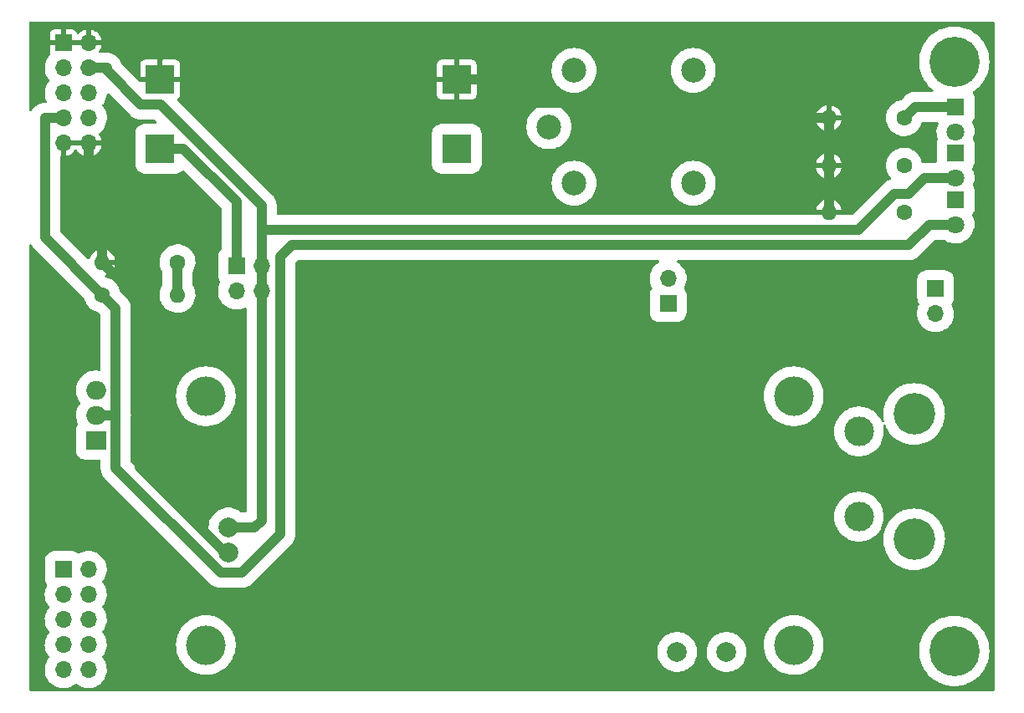
<source format=gbr>
%TF.GenerationSoftware,KiCad,Pcbnew,7.0.5*%
%TF.CreationDate,2023-08-28T18:41:39+03:00*%
%TF.ProjectId,PSU2,50535532-2e6b-4696-9361-645f70636258,rev?*%
%TF.SameCoordinates,Original*%
%TF.FileFunction,Copper,L2,Bot*%
%TF.FilePolarity,Positive*%
%FSLAX46Y46*%
G04 Gerber Fmt 4.6, Leading zero omitted, Abs format (unit mm)*
G04 Created by KiCad (PCBNEW 7.0.5) date 2023-08-28 18:41:39*
%MOMM*%
%LPD*%
G01*
G04 APERTURE LIST*
%TA.AperFunction,ComponentPad*%
%ADD10C,4.200000*%
%TD*%
%TA.AperFunction,ComponentPad*%
%ADD11C,3.000000*%
%TD*%
%TA.AperFunction,ComponentPad*%
%ADD12C,5.080000*%
%TD*%
%TA.AperFunction,ComponentPad*%
%ADD13C,1.600000*%
%TD*%
%TA.AperFunction,ComponentPad*%
%ADD14O,1.600000X1.600000*%
%TD*%
%TA.AperFunction,ComponentPad*%
%ADD15R,1.700000X1.700000*%
%TD*%
%TA.AperFunction,ComponentPad*%
%ADD16O,1.700000X1.700000*%
%TD*%
%TA.AperFunction,ComponentPad*%
%ADD17C,2.500000*%
%TD*%
%TA.AperFunction,ComponentPad*%
%ADD18R,2.000000X1.905000*%
%TD*%
%TA.AperFunction,ComponentPad*%
%ADD19O,2.000000X1.905000*%
%TD*%
%TA.AperFunction,ComponentPad*%
%ADD20R,1.800000X1.800000*%
%TD*%
%TA.AperFunction,ComponentPad*%
%ADD21C,1.800000*%
%TD*%
%TA.AperFunction,ComponentPad*%
%ADD22C,4.000000*%
%TD*%
%TA.AperFunction,ComponentPad*%
%ADD23C,2.000000*%
%TD*%
%TA.AperFunction,ComponentPad*%
%ADD24R,3.000000X3.000000*%
%TD*%
%TA.AperFunction,Conductor*%
%ADD25C,1.016000*%
%TD*%
G04 APERTURE END LIST*
D10*
%TO.P,J3,*%
%TO.N,*%
X193675000Y-122682000D03*
X193675000Y-135382000D03*
D11*
%TO.P,J3,1,Pin_1*%
%TO.N,LINE*%
X188087000Y-124460000D03*
%TO.P,J3,2,Pin_2*%
%TO.N,NEUT*%
X188087000Y-133096000D03*
%TD*%
D12*
%TO.P,H1,*%
%TO.N,*%
X197739000Y-86995000D03*
%TD*%
D13*
%TO.P,R2,1*%
%TO.N,Net-(R2-Pad1)*%
X119126000Y-107315000D03*
D14*
%TO.P,R2,2*%
%TO.N,GND*%
X111506000Y-107315000D03*
%TD*%
D15*
%TO.P,J1,1,Pin_1*%
%TO.N,Net-(J1-Pad1)*%
X195834000Y-109982000D03*
D16*
%TO.P,J1,2,Pin_2*%
%TO.N,Net-(J1-Pad2)*%
X195834000Y-112522000D03*
%TD*%
D17*
%TO.P,K1,1*%
%TO.N,LINE*%
X171323000Y-99314000D03*
%TO.P,K1,2*%
%TO.N,unconnected-(K1-Pad2)*%
X171323000Y-87884000D03*
%TO.P,K1,3*%
%TO.N,Net-(J1-Pad2)*%
X159258000Y-99314000D03*
%TO.P,K1,4*%
%TO.N,Net-(J1-Pad1)*%
X159258000Y-87884000D03*
%TO.P,K1,5*%
%TO.N,Net-(J2-Pad1)*%
X156718000Y-93599000D03*
%TD*%
D15*
%TO.P,J4,1,Pin_1*%
%TO.N,Net-(J4-Pad1)*%
X125095000Y-107696000D03*
D16*
%TO.P,J4,2,Pin_2*%
%TO.N,/+5V*%
X127635000Y-107696000D03*
%TO.P,J4,3,Pin_3*%
%TO.N,Net-(J4-Pad3)*%
X125095000Y-110236000D03*
%TO.P,J4,4,Pin_4*%
%TO.N,/+5V*%
X127635000Y-110236000D03*
%TD*%
D18*
%TO.P,U1,1,ADJ*%
%TO.N,Net-(R2-Pad1)*%
X110871000Y-125349000D03*
D19*
%TO.P,U1,2,VO*%
%TO.N,/+3.3V*%
X110871000Y-122809000D03*
%TO.P,U1,3,VI*%
%TO.N,Net-(J4-Pad3)*%
X110871000Y-120269000D03*
%TD*%
D13*
%TO.P,R4,1*%
%TO.N,/+3.3V*%
X111506000Y-110617000D03*
D14*
%TO.P,R4,2*%
%TO.N,Net-(R2-Pad1)*%
X119126000Y-110617000D03*
%TD*%
D20*
%TO.P,D2,1,K*%
%TO.N,Net-(D2-Pad1)*%
X197866000Y-96261000D03*
D21*
%TO.P,D2,2,A*%
%TO.N,/+5V*%
X197866000Y-98801000D03*
%TD*%
D22*
%TO.P,PS2,*%
%TO.N,*%
X181495000Y-120892000D03*
X121995000Y-146092000D03*
X121995000Y-120892000D03*
X181495000Y-146092000D03*
D23*
%TO.P,PS2,1,AC/N*%
%TO.N,NEUT*%
X169695000Y-146792000D03*
%TO.P,PS2,2,AC/L*%
%TO.N,Net-(J2-Pad1)*%
X174695000Y-146792000D03*
%TO.P,PS2,3,-Vo*%
%TO.N,GND*%
X124295000Y-136692000D03*
%TO.P,PS2,4,+Vo*%
%TO.N,/+5V*%
X124295000Y-134192000D03*
%TD*%
D15*
%TO.P,J2,1,Pin_1*%
%TO.N,Net-(J2-Pad1)*%
X168783000Y-111511000D03*
D16*
%TO.P,J2,2,Pin_2*%
%TO.N,LINE*%
X168783000Y-108971000D03*
%TD*%
D20*
%TO.P,D3,1,K*%
%TO.N,Net-(D3-Pad1)*%
X197866000Y-100960000D03*
D21*
%TO.P,D3,2,A*%
%TO.N,/+3.3V*%
X197866000Y-103500000D03*
%TD*%
D13*
%TO.P,R3,1*%
%TO.N,Net-(D2-Pad1)*%
X192659000Y-97536000D03*
D14*
%TO.P,R3,2*%
%TO.N,GND*%
X185039000Y-97536000D03*
%TD*%
D20*
%TO.P,D1,1,K*%
%TO.N,Net-(D1-Pad1)*%
X197866000Y-91567000D03*
D21*
%TO.P,D1,2,A*%
%TO.N,/+12V*%
X197866000Y-94107000D03*
%TD*%
D13*
%TO.P,R1,1*%
%TO.N,Net-(D1-Pad1)*%
X192659000Y-92710000D03*
D14*
%TO.P,R1,2*%
%TO.N,GND*%
X185039000Y-92710000D03*
%TD*%
D15*
%TO.P,J5,1,Pin_1*%
%TO.N,GND*%
X107569000Y-85090000D03*
D16*
%TO.P,J5,2,Pin_2*%
X110109000Y-85090000D03*
%TO.P,J5,3,Pin_3*%
%TO.N,/+5V*%
X107569000Y-87630000D03*
%TO.P,J5,4,Pin_4*%
X110109000Y-87630000D03*
%TO.P,J5,5,Pin_5*%
%TO.N,/+12V*%
X107569000Y-90170000D03*
%TO.P,J5,6,Pin_6*%
X110109000Y-90170000D03*
%TO.P,J5,7,Pin_7*%
%TO.N,/+3.3V*%
X107569000Y-92710000D03*
%TO.P,J5,8,Pin_8*%
X110109000Y-92710000D03*
%TO.P,J5,9,Pin_9*%
%TO.N,GND*%
X107569000Y-95250000D03*
%TO.P,J5,10,Pin_10*%
X110109000Y-95250000D03*
%TD*%
D15*
%TO.P,J6,1,Pin_1*%
%TO.N,unconnected-(J6-Pad1)*%
X107564000Y-138435000D03*
D16*
%TO.P,J6,2,Pin_2*%
%TO.N,unconnected-(J6-Pad2)*%
X110104000Y-138435000D03*
%TO.P,J6,3,Pin_3*%
%TO.N,unconnected-(J6-Pad3)*%
X107564000Y-140975000D03*
%TO.P,J6,4,Pin_4*%
%TO.N,unconnected-(J6-Pad4)*%
X110104000Y-140975000D03*
%TO.P,J6,5,Pin_5*%
%TO.N,unconnected-(J6-Pad5)*%
X107564000Y-143515000D03*
%TO.P,J6,6,Pin_6*%
%TO.N,unconnected-(J6-Pad6)*%
X110104000Y-143515000D03*
%TO.P,J6,7,Pin_7*%
%TO.N,unconnected-(J6-Pad7)*%
X107564000Y-146055000D03*
%TO.P,J6,8,Pin_8*%
%TO.N,unconnected-(J6-Pad8)*%
X110104000Y-146055000D03*
%TO.P,J6,9,Pin_9*%
%TO.N,unconnected-(J6-Pad9)*%
X107564000Y-148595000D03*
%TO.P,J6,10,Pin_10*%
%TO.N,unconnected-(J6-Pad10)*%
X110104000Y-148595000D03*
%TD*%
D13*
%TO.P,R5,1*%
%TO.N,Net-(D3-Pad1)*%
X192659000Y-102235000D03*
D14*
%TO.P,R5,2*%
%TO.N,GND*%
X185039000Y-102235000D03*
%TD*%
D24*
%TO.P,PS1,1,-Vin*%
%TO.N,GND*%
X117376000Y-88816000D03*
%TO.P,PS1,2,+Vin*%
%TO.N,Net-(J4-Pad1)*%
X117376000Y-95816000D03*
%TO.P,PS1,3,-Vout*%
%TO.N,GND*%
X147376000Y-88816000D03*
%TO.P,PS1,4,+Vout*%
%TO.N,/+12V*%
X147376000Y-95816000D03*
%TD*%
D12*
%TO.P,H2,*%
%TO.N,*%
X197739000Y-146685000D03*
%TD*%
D25*
%TO.N,Net-(D1-Pad1)*%
X193802000Y-91567000D02*
X197866000Y-91567000D01*
X192659000Y-92710000D02*
X193802000Y-91567000D01*
%TO.N,/+5V*%
X197866000Y-98801000D02*
X194718000Y-98801000D01*
X191696600Y-100418600D02*
X188047500Y-104067700D01*
X127635000Y-104067700D02*
X127635000Y-107696000D01*
X193100400Y-100418600D02*
X191696600Y-100418600D01*
X126920000Y-134192000D02*
X127635000Y-133477000D01*
X124295000Y-134192000D02*
X126920000Y-134192000D01*
X110109000Y-87630000D02*
X111975300Y-87630000D01*
X127635000Y-107696000D02*
X127635000Y-110236000D01*
X188047500Y-104067700D02*
X127635000Y-104067700D01*
X127635000Y-133477000D02*
X127635000Y-110236000D01*
X111975300Y-87877800D02*
X115429900Y-91332400D01*
X127635000Y-101586800D02*
X127635000Y-104067700D01*
X115429900Y-91332400D02*
X117380600Y-91332400D01*
X111975300Y-87630000D02*
X111975300Y-87877800D01*
X194718000Y-98801000D02*
X193100400Y-100418600D01*
X117380600Y-91332400D02*
X127635000Y-101586800D01*
%TO.N,/+3.3V*%
X197866000Y-103500000D02*
X195204000Y-103500000D01*
X129500511Y-134881489D02*
X125623000Y-138759000D01*
X107569000Y-92710000D02*
X105702700Y-92710000D01*
X123481500Y-138759000D02*
X112887300Y-128164800D01*
X105702700Y-92710000D02*
X105702700Y-104813700D01*
X105702700Y-104813700D02*
X111506000Y-110617000D01*
X125623000Y-138759000D02*
X123481500Y-138759000D01*
X129500511Y-106773709D02*
X129500511Y-134881489D01*
X130683000Y-105591220D02*
X129500511Y-106773709D01*
X195204000Y-103500000D02*
X193112780Y-105591220D01*
X111506000Y-110617000D02*
X112887300Y-111998300D01*
X110871000Y-122809000D02*
X112887300Y-122809000D01*
X112887300Y-128164800D02*
X112887300Y-122809000D01*
X193112780Y-105591220D02*
X130683000Y-105591220D01*
X112887300Y-111998300D02*
X112887300Y-122809000D01*
%TO.N,GND*%
X115316000Y-128064700D02*
X115316000Y-111125000D01*
X111506000Y-98513300D02*
X111506000Y-107315000D01*
X185039000Y-102235000D02*
X185039000Y-97536000D01*
X152206600Y-91130300D02*
X181643000Y-91130300D01*
X124295000Y-136692000D02*
X123943300Y-136692000D01*
X147376000Y-88816000D02*
X149892300Y-88816000D01*
X115316000Y-111125000D02*
X111506000Y-107315000D01*
X110109000Y-95250000D02*
X110109000Y-97116300D01*
X110109000Y-97116300D02*
X111506000Y-98513300D01*
X149892300Y-88816000D02*
X152206600Y-91130300D01*
X185039000Y-92710000D02*
X185039000Y-97536000D01*
X181643000Y-91130300D02*
X183222700Y-92710000D01*
X185039000Y-92710000D02*
X183222700Y-92710000D01*
X123943300Y-136692000D02*
X115316000Y-128064700D01*
%TO.N,Net-(J4-Pad1)*%
X117376000Y-95816000D02*
X119709618Y-95816000D01*
X119709618Y-95816000D02*
X125095000Y-101201382D01*
X125095000Y-101201382D02*
X125095000Y-107696000D01*
%TO.N,Net-(R2-Pad1)*%
X119126000Y-110617000D02*
X119126000Y-107315000D01*
%TD*%
%TA.AperFunction,Conductor*%
%TO.N,GND*%
G36*
X201744621Y-82951502D02*
G01*
X201791114Y-83005158D01*
X201802500Y-83057500D01*
X201802500Y-150622500D01*
X201782498Y-150690621D01*
X201728842Y-150737114D01*
X201676500Y-150748500D01*
X104266500Y-150748500D01*
X104198379Y-150728498D01*
X104151886Y-150674842D01*
X104140500Y-150622500D01*
X104140500Y-148536222D01*
X105693655Y-148536222D01*
X105695112Y-148573301D01*
X105703577Y-148788728D01*
X105704033Y-148800342D01*
X105704833Y-148804722D01*
X105735028Y-148970054D01*
X105751521Y-149060365D01*
X105835174Y-149311103D01*
X105837166Y-149315090D01*
X105837167Y-149315092D01*
X105912839Y-149466535D01*
X105953321Y-149547553D01*
X106103606Y-149764997D01*
X106193318Y-149862047D01*
X106263975Y-149938483D01*
X106283029Y-149959096D01*
X106286483Y-149961908D01*
X106484554Y-150123163D01*
X106484558Y-150123166D01*
X106488011Y-150125977D01*
X106714462Y-150262312D01*
X106718557Y-150264046D01*
X106718559Y-150264047D01*
X106953763Y-150363643D01*
X106953770Y-150363645D01*
X106957864Y-150365379D01*
X107052603Y-150390499D01*
X107209062Y-150431984D01*
X107209067Y-150431985D01*
X107213359Y-150433123D01*
X107217768Y-150433645D01*
X107217774Y-150433646D01*
X107363814Y-150450931D01*
X107475851Y-150464191D01*
X107740102Y-150457963D01*
X107744496Y-150457232D01*
X107744503Y-150457231D01*
X107996437Y-150415298D01*
X107996441Y-150415297D01*
X108000839Y-150414565D01*
X108165900Y-150362363D01*
X108248614Y-150336204D01*
X108248616Y-150336203D01*
X108252860Y-150334861D01*
X108408728Y-150260014D01*
X108487117Y-150222372D01*
X108487118Y-150222371D01*
X108491136Y-150220442D01*
X108568017Y-150169072D01*
X108707205Y-150076070D01*
X108707209Y-150076067D01*
X108710913Y-150073592D01*
X108714230Y-150070621D01*
X108714234Y-150070618D01*
X108751101Y-150037597D01*
X108815189Y-150007048D01*
X108885620Y-150015997D01*
X108914716Y-150033741D01*
X109024554Y-150123163D01*
X109024558Y-150123166D01*
X109028011Y-150125977D01*
X109254462Y-150262312D01*
X109258557Y-150264046D01*
X109258559Y-150264047D01*
X109493763Y-150363643D01*
X109493770Y-150363645D01*
X109497864Y-150365379D01*
X109592603Y-150390499D01*
X109749062Y-150431984D01*
X109749067Y-150431985D01*
X109753359Y-150433123D01*
X109757768Y-150433645D01*
X109757774Y-150433646D01*
X109903814Y-150450931D01*
X110015851Y-150464191D01*
X110280102Y-150457963D01*
X110284496Y-150457232D01*
X110284503Y-150457231D01*
X110536437Y-150415298D01*
X110536441Y-150415297D01*
X110540839Y-150414565D01*
X110705900Y-150362363D01*
X110788614Y-150336204D01*
X110788616Y-150336203D01*
X110792860Y-150334861D01*
X110948728Y-150260014D01*
X111027117Y-150222372D01*
X111027118Y-150222371D01*
X111031136Y-150220442D01*
X111108017Y-150169072D01*
X111247205Y-150076070D01*
X111247209Y-150076067D01*
X111250913Y-150073592D01*
X111254230Y-150070621D01*
X111254234Y-150070618D01*
X111444491Y-149900209D01*
X111447807Y-149897239D01*
X111617888Y-149694904D01*
X111757762Y-149470622D01*
X111864640Y-149228869D01*
X111936388Y-148974469D01*
X111961336Y-148788728D01*
X111971148Y-148715680D01*
X111971149Y-148715672D01*
X111971575Y-148712498D01*
X111971676Y-148709287D01*
X111975167Y-148598222D01*
X111975167Y-148598217D01*
X111975268Y-148595000D01*
X111956600Y-148331336D01*
X111900967Y-148072933D01*
X111890270Y-148043935D01*
X111811021Y-147829123D01*
X111809480Y-147824946D01*
X111683964Y-147592324D01*
X111540099Y-147397548D01*
X111515717Y-147330872D01*
X111531253Y-147261596D01*
X111545000Y-147241614D01*
X111615027Y-147158308D01*
X111615029Y-147158305D01*
X111617888Y-147154904D01*
X111757762Y-146930622D01*
X111864640Y-146688869D01*
X111936388Y-146434469D01*
X111964648Y-146224069D01*
X111971148Y-146175680D01*
X111971149Y-146175672D01*
X111971575Y-146172498D01*
X111974105Y-146092000D01*
X111975167Y-146058222D01*
X111975167Y-146058217D01*
X111975268Y-146055000D01*
X111974901Y-146049817D01*
X118974041Y-146049817D01*
X118988166Y-146386823D01*
X119039769Y-146720154D01*
X119040691Y-146723546D01*
X119040691Y-146723548D01*
X119054695Y-146775092D01*
X119128206Y-147045656D01*
X119252375Y-147359271D01*
X119254020Y-147362365D01*
X119254021Y-147362367D01*
X119400135Y-147637168D01*
X119410728Y-147657091D01*
X119412718Y-147659997D01*
X119412719Y-147659999D01*
X119520255Y-147817050D01*
X119601293Y-147935403D01*
X119821692Y-148190739D01*
X120069181Y-148419915D01*
X120072028Y-148422014D01*
X120316728Y-148602423D01*
X120340673Y-148620077D01*
X120632785Y-148788728D01*
X120682333Y-148810375D01*
X120938654Y-148922359D01*
X120938664Y-148922363D01*
X120941876Y-148923766D01*
X120945233Y-148924805D01*
X120945238Y-148924807D01*
X121260733Y-149022469D01*
X121264093Y-149023509D01*
X121595420Y-149086713D01*
X121847371Y-149106099D01*
X121928231Y-149112321D01*
X121928232Y-149112321D01*
X121931728Y-149112590D01*
X122135187Y-149105485D01*
X122265309Y-149100942D01*
X122265314Y-149100942D01*
X122268824Y-149100819D01*
X122368826Y-149086052D01*
X122599015Y-149052061D01*
X122599021Y-149052060D01*
X122602507Y-149051545D01*
X122605911Y-149050646D01*
X122605914Y-149050645D01*
X122925228Y-148966278D01*
X122925229Y-148966278D01*
X122928619Y-148965382D01*
X123243093Y-148843406D01*
X123542011Y-148687135D01*
X123683382Y-148591779D01*
X123818731Y-148500485D01*
X123818733Y-148500484D01*
X123821647Y-148498518D01*
X123863676Y-148462749D01*
X124075842Y-148282181D01*
X124075843Y-148282180D01*
X124078515Y-148279906D01*
X124213202Y-148136479D01*
X124307003Y-148036592D01*
X124307007Y-148036587D01*
X124309414Y-148034024D01*
X124311519Y-148031210D01*
X124311525Y-148031203D01*
X124509357Y-147766755D01*
X124511466Y-147763936D01*
X124682152Y-147473008D01*
X124723470Y-147380207D01*
X124817913Y-147168085D01*
X124817915Y-147168080D01*
X124819345Y-147164868D01*
X124921335Y-146843355D01*
X124931012Y-146794485D01*
X124935695Y-146770834D01*
X167673899Y-146770834D01*
X167689726Y-147045325D01*
X167690551Y-147049530D01*
X167690552Y-147049538D01*
X167701220Y-147103913D01*
X167742659Y-147315128D01*
X167744046Y-147319178D01*
X167744047Y-147319183D01*
X167819545Y-147539695D01*
X167831719Y-147575251D01*
X167955258Y-147820881D01*
X167957684Y-147824410D01*
X167957687Y-147824416D01*
X168033967Y-147935403D01*
X168110989Y-148047471D01*
X168296032Y-148250830D01*
X168299321Y-148253580D01*
X168503675Y-148424448D01*
X168503680Y-148424452D01*
X168506961Y-148427195D01*
X168739875Y-148573301D01*
X168743777Y-148575063D01*
X168743781Y-148575065D01*
X168986550Y-148684680D01*
X168986554Y-148684682D01*
X168990462Y-148686446D01*
X168994581Y-148687666D01*
X169249973Y-148763317D01*
X169249977Y-148763318D01*
X169254086Y-148764535D01*
X169258320Y-148765183D01*
X169258325Y-148765184D01*
X169521627Y-148805474D01*
X169521629Y-148805474D01*
X169525869Y-148806123D01*
X169665809Y-148808322D01*
X169796491Y-148810375D01*
X169796497Y-148810375D01*
X169800782Y-148810442D01*
X170073737Y-148777411D01*
X170206710Y-148742526D01*
X170335541Y-148708728D01*
X170335542Y-148708728D01*
X170339684Y-148707641D01*
X170593702Y-148602423D01*
X170600892Y-148598222D01*
X170827392Y-148465866D01*
X170827393Y-148465866D01*
X170831090Y-148463705D01*
X170884261Y-148422014D01*
X171044083Y-148296697D01*
X171047455Y-148294053D01*
X171061165Y-148279906D01*
X171235811Y-148099685D01*
X171238794Y-148096607D01*
X171241327Y-148093159D01*
X171241331Y-148093154D01*
X171399028Y-147878475D01*
X171401566Y-147875020D01*
X171461880Y-147763936D01*
X171530709Y-147637168D01*
X171530710Y-147637166D01*
X171532759Y-147633392D01*
X171629946Y-147376195D01*
X171660804Y-147241463D01*
X171690371Y-147112367D01*
X171690372Y-147112362D01*
X171691328Y-147108187D01*
X171715769Y-146834329D01*
X171716212Y-146792000D01*
X171715059Y-146775092D01*
X171714769Y-146770834D01*
X172673899Y-146770834D01*
X172689726Y-147045325D01*
X172690551Y-147049530D01*
X172690552Y-147049538D01*
X172701220Y-147103913D01*
X172742659Y-147315128D01*
X172744046Y-147319178D01*
X172744047Y-147319183D01*
X172819545Y-147539695D01*
X172831719Y-147575251D01*
X172955258Y-147820881D01*
X172957684Y-147824410D01*
X172957687Y-147824416D01*
X173033967Y-147935403D01*
X173110989Y-148047471D01*
X173296032Y-148250830D01*
X173299321Y-148253580D01*
X173503675Y-148424448D01*
X173503680Y-148424452D01*
X173506961Y-148427195D01*
X173739875Y-148573301D01*
X173743777Y-148575063D01*
X173743781Y-148575065D01*
X173986550Y-148684680D01*
X173986554Y-148684682D01*
X173990462Y-148686446D01*
X173994581Y-148687666D01*
X174249973Y-148763317D01*
X174249977Y-148763318D01*
X174254086Y-148764535D01*
X174258320Y-148765183D01*
X174258325Y-148765184D01*
X174521627Y-148805474D01*
X174521629Y-148805474D01*
X174525869Y-148806123D01*
X174665809Y-148808322D01*
X174796491Y-148810375D01*
X174796497Y-148810375D01*
X174800782Y-148810442D01*
X175073737Y-148777411D01*
X175206710Y-148742526D01*
X175335541Y-148708728D01*
X175335542Y-148708728D01*
X175339684Y-148707641D01*
X175593702Y-148602423D01*
X175600892Y-148598222D01*
X175827392Y-148465866D01*
X175827393Y-148465866D01*
X175831090Y-148463705D01*
X175884261Y-148422014D01*
X176044083Y-148296697D01*
X176047455Y-148294053D01*
X176061165Y-148279906D01*
X176235811Y-148099685D01*
X176238794Y-148096607D01*
X176241327Y-148093159D01*
X176241331Y-148093154D01*
X176399028Y-147878475D01*
X176401566Y-147875020D01*
X176461880Y-147763936D01*
X176530709Y-147637168D01*
X176530710Y-147637166D01*
X176532759Y-147633392D01*
X176629946Y-147376195D01*
X176660804Y-147241463D01*
X176690371Y-147112367D01*
X176690372Y-147112362D01*
X176691328Y-147108187D01*
X176715769Y-146834329D01*
X176716212Y-146792000D01*
X176715059Y-146775092D01*
X176697803Y-146521967D01*
X176697802Y-146521961D01*
X176697511Y-146517690D01*
X176696432Y-146512477D01*
X176655067Y-146312734D01*
X176641756Y-146248456D01*
X176571414Y-146049817D01*
X178474041Y-146049817D01*
X178488166Y-146386823D01*
X178539769Y-146720154D01*
X178540691Y-146723546D01*
X178540691Y-146723548D01*
X178554695Y-146775092D01*
X178628206Y-147045656D01*
X178752375Y-147359271D01*
X178754020Y-147362365D01*
X178754021Y-147362367D01*
X178900135Y-147637168D01*
X178910728Y-147657091D01*
X178912718Y-147659997D01*
X178912719Y-147659999D01*
X179020255Y-147817050D01*
X179101293Y-147935403D01*
X179321692Y-148190739D01*
X179569181Y-148419915D01*
X179572028Y-148422014D01*
X179816728Y-148602423D01*
X179840673Y-148620077D01*
X180132785Y-148788728D01*
X180182333Y-148810375D01*
X180438654Y-148922359D01*
X180438664Y-148922363D01*
X180441876Y-148923766D01*
X180445233Y-148924805D01*
X180445238Y-148924807D01*
X180760733Y-149022469D01*
X180764093Y-149023509D01*
X181095420Y-149086713D01*
X181347371Y-149106099D01*
X181428231Y-149112321D01*
X181428232Y-149112321D01*
X181431728Y-149112590D01*
X181635187Y-149105485D01*
X181765309Y-149100942D01*
X181765314Y-149100942D01*
X181768824Y-149100819D01*
X181868826Y-149086052D01*
X182099015Y-149052061D01*
X182099021Y-149052060D01*
X182102507Y-149051545D01*
X182105911Y-149050646D01*
X182105914Y-149050645D01*
X182425228Y-148966278D01*
X182425229Y-148966278D01*
X182428619Y-148965382D01*
X182743093Y-148843406D01*
X183042011Y-148687135D01*
X183183382Y-148591779D01*
X183318731Y-148500485D01*
X183318733Y-148500484D01*
X183321647Y-148498518D01*
X183363676Y-148462749D01*
X183575842Y-148282181D01*
X183575843Y-148282180D01*
X183578515Y-148279906D01*
X183713202Y-148136479D01*
X183807003Y-148036592D01*
X183807007Y-148036587D01*
X183809414Y-148034024D01*
X183811519Y-148031210D01*
X183811525Y-148031203D01*
X184009357Y-147766755D01*
X184011466Y-147763936D01*
X184182152Y-147473008D01*
X184223470Y-147380207D01*
X184317913Y-147168085D01*
X184317915Y-147168080D01*
X184319345Y-147164868D01*
X184421335Y-146843355D01*
X184431012Y-146794485D01*
X184447008Y-146713698D01*
X184452690Y-146685000D01*
X194177619Y-146685000D01*
X194197129Y-147057266D01*
X194197642Y-147060506D01*
X194197643Y-147060514D01*
X194214171Y-147164868D01*
X194255444Y-147425453D01*
X194351925Y-147785527D01*
X194387605Y-147878475D01*
X194472520Y-148099685D01*
X194485517Y-148133544D01*
X194487009Y-148136472D01*
X194487012Y-148136479D01*
X194635140Y-148427195D01*
X194654754Y-148465690D01*
X194656550Y-148468456D01*
X194656552Y-148468459D01*
X194740821Y-148598222D01*
X194857782Y-148778327D01*
X195092378Y-149068029D01*
X195355971Y-149331622D01*
X195645673Y-149566218D01*
X195958309Y-149769246D01*
X195961243Y-149770741D01*
X195961250Y-149770745D01*
X196287521Y-149936988D01*
X196287528Y-149936991D01*
X196290456Y-149938483D01*
X196293528Y-149939662D01*
X196293532Y-149939664D01*
X196335638Y-149955827D01*
X196638473Y-150072075D01*
X196998547Y-150168556D01*
X197194209Y-150199546D01*
X197363486Y-150226357D01*
X197363494Y-150226358D01*
X197366734Y-150226871D01*
X197739000Y-150246381D01*
X198111266Y-150226871D01*
X198114506Y-150226358D01*
X198114514Y-150226357D01*
X198283791Y-150199546D01*
X198479453Y-150168556D01*
X198839527Y-150072075D01*
X199142362Y-149955827D01*
X199184468Y-149939664D01*
X199184472Y-149939662D01*
X199187544Y-149938483D01*
X199190472Y-149936991D01*
X199190479Y-149936988D01*
X199516750Y-149770745D01*
X199516757Y-149770741D01*
X199519691Y-149769246D01*
X199832327Y-149566218D01*
X200122029Y-149331622D01*
X200385622Y-149068029D01*
X200620218Y-148778327D01*
X200737179Y-148598222D01*
X200821448Y-148468459D01*
X200821450Y-148468456D01*
X200823246Y-148465690D01*
X200842861Y-148427195D01*
X200990988Y-148136479D01*
X200990991Y-148136472D01*
X200992483Y-148133544D01*
X201005481Y-148099685D01*
X201090395Y-147878475D01*
X201126075Y-147785527D01*
X201222556Y-147425453D01*
X201263829Y-147164868D01*
X201280357Y-147060514D01*
X201280358Y-147060506D01*
X201280871Y-147057266D01*
X201300381Y-146685000D01*
X201280871Y-146312734D01*
X201271869Y-146255893D01*
X201238672Y-146046299D01*
X201222556Y-145944547D01*
X201126075Y-145584473D01*
X200992483Y-145236456D01*
X200990988Y-145233521D01*
X200824745Y-144907251D01*
X200824741Y-144907244D01*
X200823246Y-144904310D01*
X200815255Y-144892004D01*
X200622020Y-144594448D01*
X200620218Y-144591673D01*
X200385622Y-144301971D01*
X200122029Y-144038378D01*
X199832327Y-143803782D01*
X199689794Y-143711220D01*
X199522460Y-143602552D01*
X199522457Y-143602550D01*
X199519691Y-143600754D01*
X199516757Y-143599259D01*
X199516750Y-143599255D01*
X199190479Y-143433012D01*
X199190472Y-143433009D01*
X199187544Y-143431517D01*
X199184472Y-143430338D01*
X199184468Y-143430336D01*
X199001143Y-143359964D01*
X198839527Y-143297925D01*
X198479453Y-143201444D01*
X198283791Y-143170454D01*
X198114514Y-143143643D01*
X198114506Y-143143642D01*
X198111266Y-143143129D01*
X197739000Y-143123619D01*
X197366734Y-143143129D01*
X197363494Y-143143642D01*
X197363486Y-143143643D01*
X197194209Y-143170454D01*
X196998547Y-143201444D01*
X196638473Y-143297925D01*
X196476857Y-143359964D01*
X196293532Y-143430336D01*
X196293528Y-143430338D01*
X196290456Y-143431517D01*
X196287528Y-143433009D01*
X196287521Y-143433012D01*
X195961251Y-143599255D01*
X195961244Y-143599259D01*
X195958310Y-143600754D01*
X195645673Y-143803782D01*
X195355971Y-144038378D01*
X195092378Y-144301971D01*
X194857782Y-144591673D01*
X194855980Y-144594448D01*
X194662746Y-144892004D01*
X194654754Y-144904310D01*
X194653259Y-144907244D01*
X194653255Y-144907251D01*
X194487012Y-145233521D01*
X194485517Y-145236456D01*
X194351925Y-145584473D01*
X194255444Y-145944547D01*
X194239328Y-146046299D01*
X194206132Y-146255893D01*
X194197129Y-146312734D01*
X194177619Y-146685000D01*
X184452690Y-146685000D01*
X184486850Y-146512477D01*
X184515075Y-146176358D01*
X184515105Y-146174188D01*
X184515106Y-146174174D01*
X184516223Y-146094177D01*
X184516223Y-146094166D01*
X184516253Y-146092000D01*
X184514365Y-146058222D01*
X184499443Y-145791336D01*
X184497424Y-145755224D01*
X184459827Y-145532933D01*
X184441760Y-145426115D01*
X184441759Y-145426110D01*
X184441173Y-145422646D01*
X184348200Y-145098411D01*
X184303200Y-144989234D01*
X184221002Y-144789805D01*
X184220998Y-144789797D01*
X184219664Y-144786560D01*
X184057168Y-144490980D01*
X183862736Y-144215355D01*
X183638793Y-143963122D01*
X183388129Y-143737423D01*
X183370388Y-143724722D01*
X183116735Y-143543124D01*
X183116728Y-143543120D01*
X183113868Y-143541072D01*
X182819430Y-143376516D01*
X182508484Y-143245806D01*
X182505121Y-143244816D01*
X182505112Y-143244813D01*
X182305602Y-143186095D01*
X182184906Y-143150572D01*
X181852728Y-143092000D01*
X181849219Y-143091779D01*
X181849217Y-143091779D01*
X181519610Y-143071042D01*
X181519604Y-143071042D01*
X181516092Y-143070821D01*
X181420203Y-143075511D01*
X181182700Y-143087126D01*
X181182691Y-143087127D01*
X181179193Y-143087298D01*
X181175725Y-143087860D01*
X181175722Y-143087860D01*
X180849705Y-143140663D01*
X180849702Y-143140664D01*
X180846230Y-143141226D01*
X180842843Y-143142172D01*
X180842837Y-143142173D01*
X180524749Y-143230985D01*
X180521354Y-143231933D01*
X180518091Y-143233251D01*
X180518089Y-143233252D01*
X180473330Y-143251336D01*
X180208613Y-143358289D01*
X180205516Y-143359964D01*
X180205515Y-143359964D01*
X180174903Y-143376516D01*
X179911906Y-143518717D01*
X179634931Y-143711220D01*
X179632289Y-143713533D01*
X179632285Y-143713536D01*
X179529198Y-143803782D01*
X179381140Y-143933397D01*
X179378764Y-143935999D01*
X179378762Y-143936001D01*
X179334397Y-143984587D01*
X179153697Y-144182480D01*
X178955436Y-144455362D01*
X178953694Y-144458428D01*
X178953693Y-144458430D01*
X178935202Y-144490980D01*
X178788828Y-144748645D01*
X178749798Y-144839709D01*
X178660209Y-145048737D01*
X178655951Y-145058671D01*
X178643953Y-145098411D01*
X178577474Y-145318600D01*
X178558460Y-145381576D01*
X178497570Y-145713337D01*
X178474041Y-146049817D01*
X176571414Y-146049817D01*
X176549977Y-145989280D01*
X176450107Y-145795785D01*
X176425838Y-145748765D01*
X176425838Y-145748764D01*
X176423873Y-145744958D01*
X176412623Y-145728950D01*
X176268240Y-145523515D01*
X176265777Y-145520010D01*
X176078615Y-145318600D01*
X175865850Y-145144454D01*
X175631420Y-145000795D01*
X175627484Y-144999067D01*
X175383589Y-144892004D01*
X175383585Y-144892003D01*
X175379661Y-144890280D01*
X175115234Y-144814956D01*
X174887044Y-144782480D01*
X174847282Y-144776821D01*
X174847280Y-144776821D01*
X174843030Y-144776216D01*
X174838741Y-144776194D01*
X174838734Y-144776193D01*
X174572373Y-144774798D01*
X174572366Y-144774798D01*
X174568087Y-144774776D01*
X174563843Y-144775335D01*
X174563839Y-144775335D01*
X174482772Y-144786008D01*
X174295493Y-144810664D01*
X174030291Y-144883215D01*
X174026343Y-144884899D01*
X173781341Y-144989401D01*
X173781337Y-144989403D01*
X173777389Y-144991087D01*
X173681063Y-145048737D01*
X173545149Y-145130079D01*
X173545145Y-145130082D01*
X173541467Y-145132283D01*
X173538124Y-145134961D01*
X173538120Y-145134964D01*
X173526275Y-145144454D01*
X173326890Y-145304192D01*
X173323946Y-145307294D01*
X173323942Y-145307298D01*
X173256649Y-145378210D01*
X173137629Y-145503631D01*
X173135130Y-145507109D01*
X173135129Y-145507110D01*
X172979695Y-145723420D01*
X172979692Y-145723425D01*
X172977187Y-145726911D01*
X172848531Y-145969899D01*
X172754043Y-146228100D01*
X172695471Y-146496735D01*
X172695135Y-146501005D01*
X172677888Y-146720154D01*
X172673899Y-146770834D01*
X171714769Y-146770834D01*
X171697803Y-146521967D01*
X171697802Y-146521961D01*
X171697511Y-146517690D01*
X171696432Y-146512477D01*
X171655067Y-146312734D01*
X171641756Y-146248456D01*
X171549977Y-145989280D01*
X171450107Y-145795785D01*
X171425838Y-145748765D01*
X171425838Y-145748764D01*
X171423873Y-145744958D01*
X171412623Y-145728950D01*
X171268240Y-145523515D01*
X171265777Y-145520010D01*
X171078615Y-145318600D01*
X170865850Y-145144454D01*
X170631420Y-145000795D01*
X170627484Y-144999067D01*
X170383589Y-144892004D01*
X170383585Y-144892003D01*
X170379661Y-144890280D01*
X170115234Y-144814956D01*
X169887044Y-144782480D01*
X169847282Y-144776821D01*
X169847280Y-144776821D01*
X169843030Y-144776216D01*
X169838741Y-144776194D01*
X169838734Y-144776193D01*
X169572373Y-144774798D01*
X169572366Y-144774798D01*
X169568087Y-144774776D01*
X169563843Y-144775335D01*
X169563839Y-144775335D01*
X169482772Y-144786008D01*
X169295493Y-144810664D01*
X169030291Y-144883215D01*
X169026343Y-144884899D01*
X168781341Y-144989401D01*
X168781337Y-144989403D01*
X168777389Y-144991087D01*
X168681063Y-145048737D01*
X168545149Y-145130079D01*
X168545145Y-145130082D01*
X168541467Y-145132283D01*
X168538124Y-145134961D01*
X168538120Y-145134964D01*
X168526275Y-145144454D01*
X168326890Y-145304192D01*
X168323946Y-145307294D01*
X168323942Y-145307298D01*
X168256649Y-145378210D01*
X168137629Y-145503631D01*
X168135130Y-145507109D01*
X168135129Y-145507110D01*
X167979695Y-145723420D01*
X167979692Y-145723425D01*
X167977187Y-145726911D01*
X167848531Y-145969899D01*
X167754043Y-146228100D01*
X167695471Y-146496735D01*
X167695135Y-146501005D01*
X167677888Y-146720154D01*
X167673899Y-146770834D01*
X124935695Y-146770834D01*
X124947008Y-146713698D01*
X124986850Y-146512477D01*
X125015075Y-146176358D01*
X125015105Y-146174188D01*
X125015106Y-146174174D01*
X125016223Y-146094177D01*
X125016223Y-146094166D01*
X125016253Y-146092000D01*
X125014365Y-146058222D01*
X124999443Y-145791336D01*
X124997424Y-145755224D01*
X124959827Y-145532933D01*
X124941760Y-145426115D01*
X124941759Y-145426110D01*
X124941173Y-145422646D01*
X124848200Y-145098411D01*
X124803200Y-144989234D01*
X124721002Y-144789805D01*
X124720998Y-144789797D01*
X124719664Y-144786560D01*
X124557168Y-144490980D01*
X124362736Y-144215355D01*
X124138793Y-143963122D01*
X123888129Y-143737423D01*
X123870388Y-143724722D01*
X123616735Y-143543124D01*
X123616728Y-143543120D01*
X123613868Y-143541072D01*
X123319430Y-143376516D01*
X123008484Y-143245806D01*
X123005121Y-143244816D01*
X123005112Y-143244813D01*
X122805602Y-143186095D01*
X122684906Y-143150572D01*
X122352728Y-143092000D01*
X122349219Y-143091779D01*
X122349217Y-143091779D01*
X122019610Y-143071042D01*
X122019604Y-143071042D01*
X122016092Y-143070821D01*
X121920203Y-143075511D01*
X121682700Y-143087126D01*
X121682691Y-143087127D01*
X121679193Y-143087298D01*
X121675725Y-143087860D01*
X121675722Y-143087860D01*
X121349705Y-143140663D01*
X121349702Y-143140664D01*
X121346230Y-143141226D01*
X121342843Y-143142172D01*
X121342837Y-143142173D01*
X121024749Y-143230985D01*
X121021354Y-143231933D01*
X121018091Y-143233251D01*
X121018089Y-143233252D01*
X120973330Y-143251336D01*
X120708613Y-143358289D01*
X120705516Y-143359964D01*
X120705515Y-143359964D01*
X120674903Y-143376516D01*
X120411906Y-143518717D01*
X120134931Y-143711220D01*
X120132289Y-143713533D01*
X120132285Y-143713536D01*
X120029198Y-143803782D01*
X119881140Y-143933397D01*
X119878764Y-143935999D01*
X119878762Y-143936001D01*
X119834397Y-143984587D01*
X119653697Y-144182480D01*
X119455436Y-144455362D01*
X119453694Y-144458428D01*
X119453693Y-144458430D01*
X119435202Y-144490980D01*
X119288828Y-144748645D01*
X119249798Y-144839709D01*
X119160209Y-145048737D01*
X119155951Y-145058671D01*
X119143953Y-145098411D01*
X119077474Y-145318600D01*
X119058460Y-145381576D01*
X118997570Y-145713337D01*
X118974041Y-146049817D01*
X111974901Y-146049817D01*
X111956600Y-145791336D01*
X111900967Y-145532933D01*
X111896200Y-145520010D01*
X111811021Y-145289123D01*
X111809480Y-145284946D01*
X111683964Y-145052324D01*
X111540099Y-144857548D01*
X111515717Y-144790872D01*
X111531253Y-144721596D01*
X111545000Y-144701614D01*
X111615027Y-144618308D01*
X111615029Y-144618305D01*
X111617888Y-144614904D01*
X111630646Y-144594448D01*
X111695173Y-144490980D01*
X111757762Y-144390622D01*
X111864640Y-144148869D01*
X111936388Y-143894469D01*
X111960374Y-143715893D01*
X111971148Y-143635680D01*
X111971149Y-143635672D01*
X111971575Y-143632498D01*
X111975268Y-143515000D01*
X111956600Y-143251336D01*
X111900967Y-142992933D01*
X111809480Y-142744946D01*
X111683964Y-142512324D01*
X111540099Y-142317548D01*
X111515717Y-142250872D01*
X111531253Y-142181596D01*
X111545000Y-142161614D01*
X111615027Y-142078308D01*
X111615029Y-142078305D01*
X111617888Y-142074904D01*
X111757762Y-141850622D01*
X111864640Y-141608869D01*
X111936388Y-141354469D01*
X111971575Y-141092498D01*
X111975268Y-140975000D01*
X111956600Y-140711336D01*
X111900967Y-140452933D01*
X111839270Y-140285694D01*
X111811021Y-140209123D01*
X111809480Y-140204946D01*
X111683964Y-139972324D01*
X111540099Y-139777548D01*
X111515717Y-139710872D01*
X111531253Y-139641596D01*
X111545000Y-139621614D01*
X111615027Y-139538308D01*
X111615029Y-139538305D01*
X111617888Y-139534904D01*
X111757762Y-139310622D01*
X111864640Y-139068869D01*
X111936388Y-138814469D01*
X111971575Y-138552498D01*
X111971676Y-138549287D01*
X111975167Y-138438222D01*
X111975167Y-138438217D01*
X111975268Y-138435000D01*
X111966325Y-138308683D01*
X111956915Y-138175785D01*
X111956600Y-138171336D01*
X111900967Y-137912933D01*
X111883660Y-137866018D01*
X111811021Y-137669123D01*
X111809480Y-137664946D01*
X111683964Y-137432324D01*
X111526923Y-137219709D01*
X111341492Y-137031341D01*
X111337952Y-137028639D01*
X111134910Y-136873682D01*
X111134906Y-136873679D01*
X111131369Y-136870980D01*
X110900747Y-136741826D01*
X110654228Y-136646455D01*
X110649903Y-136645452D01*
X110649898Y-136645451D01*
X110546757Y-136621544D01*
X110396731Y-136586770D01*
X110133393Y-136563963D01*
X110128958Y-136564207D01*
X110128954Y-136564207D01*
X109873911Y-136578243D01*
X109873904Y-136578244D01*
X109869468Y-136578488D01*
X109740813Y-136604079D01*
X109614595Y-136629185D01*
X109614590Y-136629186D01*
X109610223Y-136630055D01*
X109606020Y-136631531D01*
X109365037Y-136716157D01*
X109365029Y-136716160D01*
X109360830Y-136717635D01*
X109356877Y-136719688D01*
X109356871Y-136719691D01*
X109192953Y-136804840D01*
X109123281Y-136818492D01*
X109063518Y-136793935D01*
X109062325Y-136795716D01*
X108896672Y-136684821D01*
X108712634Y-136608213D01*
X108706590Y-136606994D01*
X108706589Y-136606994D01*
X108521809Y-136569736D01*
X108521808Y-136569736D01*
X108517221Y-136568811D01*
X108511082Y-136568500D01*
X106616918Y-136568500D01*
X106610779Y-136568811D01*
X106606192Y-136569736D01*
X106606191Y-136569736D01*
X106421411Y-136606994D01*
X106421410Y-136606994D01*
X106415366Y-136608213D01*
X106231328Y-136684821D01*
X106065675Y-136795716D01*
X105924716Y-136936675D01*
X105813821Y-137102328D01*
X105737213Y-137286366D01*
X105697811Y-137481779D01*
X105697500Y-137487918D01*
X105697500Y-139382082D01*
X105697811Y-139388221D01*
X105737213Y-139583634D01*
X105813821Y-139767672D01*
X105911924Y-139914216D01*
X105924716Y-139933325D01*
X105923152Y-139934372D01*
X105947494Y-139991627D01*
X105935539Y-140061610D01*
X105931301Y-140069546D01*
X105900931Y-140121833D01*
X105883550Y-140151756D01*
X105881882Y-140155873D01*
X105881879Y-140155880D01*
X105828402Y-140287908D01*
X105784318Y-140396746D01*
X105720596Y-140653275D01*
X105693655Y-140916222D01*
X105704033Y-141180342D01*
X105704833Y-141184722D01*
X105735028Y-141350054D01*
X105751521Y-141440365D01*
X105835174Y-141691103D01*
X105837166Y-141695090D01*
X105837167Y-141695092D01*
X105912839Y-141846535D01*
X105953321Y-141927553D01*
X106103606Y-142144997D01*
X106118829Y-142161465D01*
X106150380Y-142225063D01*
X106142539Y-142295625D01*
X106125253Y-142324998D01*
X106016311Y-142463191D01*
X105883550Y-142691756D01*
X105881882Y-142695873D01*
X105881879Y-142695880D01*
X105785992Y-142932613D01*
X105784318Y-142936746D01*
X105783243Y-142941075D01*
X105732925Y-143143643D01*
X105720596Y-143193275D01*
X105693655Y-143456222D01*
X105696529Y-143529356D01*
X105703766Y-143713536D01*
X105704033Y-143720342D01*
X105704833Y-143724722D01*
X105747943Y-143960771D01*
X105751521Y-143980365D01*
X105835174Y-144231103D01*
X105837166Y-144235090D01*
X105837167Y-144235092D01*
X105948763Y-144458430D01*
X105953321Y-144467553D01*
X106103606Y-144684997D01*
X106118829Y-144701465D01*
X106150380Y-144765063D01*
X106142539Y-144835625D01*
X106125253Y-144864998D01*
X106096445Y-144901541D01*
X106016311Y-145003191D01*
X105883550Y-145231756D01*
X105881882Y-145235873D01*
X105881879Y-145235880D01*
X105807602Y-145419260D01*
X105784318Y-145476746D01*
X105773571Y-145520010D01*
X105722177Y-145726911D01*
X105720596Y-145733275D01*
X105714647Y-145791336D01*
X105694757Y-145985471D01*
X105693655Y-145996222D01*
X105704033Y-146260342D01*
X105704833Y-146264722D01*
X105735028Y-146430054D01*
X105751521Y-146520365D01*
X105835174Y-146771103D01*
X105837166Y-146775090D01*
X105837167Y-146775092D01*
X105912839Y-146926535D01*
X105953321Y-147007553D01*
X105955850Y-147011212D01*
X106064272Y-147168085D01*
X106103606Y-147224997D01*
X106118829Y-147241465D01*
X106150380Y-147305063D01*
X106142539Y-147375625D01*
X106125253Y-147404998D01*
X106109128Y-147425453D01*
X106016311Y-147543191D01*
X105883550Y-147771756D01*
X105881882Y-147775873D01*
X105881879Y-147775880D01*
X105816187Y-147938065D01*
X105784318Y-148016746D01*
X105763716Y-148099685D01*
X105726960Y-148247657D01*
X105720596Y-148273275D01*
X105702517Y-148449731D01*
X105697317Y-148500485D01*
X105693655Y-148536222D01*
X104140500Y-148536222D01*
X104140500Y-105634205D01*
X104160502Y-105566084D01*
X104214158Y-105519591D01*
X104284432Y-105509487D01*
X104349012Y-105538981D01*
X104379748Y-105578970D01*
X104384013Y-105587714D01*
X104386230Y-105592259D01*
X104389142Y-105596387D01*
X104432023Y-105657175D01*
X104435680Y-105662659D01*
X104478013Y-105729883D01*
X104500025Y-105754851D01*
X104508463Y-105765536D01*
X104527641Y-105792722D01*
X104530301Y-105795636D01*
X104530305Y-105795640D01*
X104546519Y-105813397D01*
X104546536Y-105813414D01*
X104547484Y-105814453D01*
X104587655Y-105854624D01*
X104593074Y-105860393D01*
X104625072Y-105896687D01*
X104640248Y-105913901D01*
X104644150Y-105917106D01*
X104672922Y-105940740D01*
X104682040Y-105949009D01*
X109702232Y-110969201D01*
X109736716Y-111033714D01*
X109750657Y-111103800D01*
X109752236Y-111108198D01*
X109752238Y-111108205D01*
X109824323Y-111308978D01*
X109841891Y-111357909D01*
X109844108Y-111362035D01*
X109903236Y-111472077D01*
X109969683Y-111595742D01*
X109972478Y-111599485D01*
X109972480Y-111599488D01*
X110128434Y-111808335D01*
X110128439Y-111808341D01*
X110131226Y-111812073D01*
X110134535Y-111815353D01*
X110134540Y-111815359D01*
X110297803Y-111977204D01*
X110322969Y-112002151D01*
X110326731Y-112004909D01*
X110326734Y-112004912D01*
X110421840Y-112074646D01*
X110540702Y-112161799D01*
X110544845Y-112163979D01*
X110544847Y-112163980D01*
X110775491Y-112285328D01*
X110775496Y-112285330D01*
X110779641Y-112287511D01*
X111034537Y-112376525D01*
X111039124Y-112377396D01*
X111039132Y-112377398D01*
X111069729Y-112383207D01*
X111088996Y-112386865D01*
X111154589Y-112421558D01*
X111325895Y-112592864D01*
X111359921Y-112655176D01*
X111362800Y-112681959D01*
X111362800Y-118195544D01*
X111342798Y-118263665D01*
X111289142Y-118310158D01*
X111223957Y-118320888D01*
X111020092Y-118300000D01*
X110752460Y-118300000D01*
X110545357Y-118314664D01*
X110541002Y-118315602D01*
X110540999Y-118315602D01*
X110277110Y-118372415D01*
X110277108Y-118372416D01*
X110272763Y-118373351D01*
X110011158Y-118469863D01*
X109765762Y-118602271D01*
X109541470Y-118767936D01*
X109342758Y-118963551D01*
X109340057Y-118967091D01*
X109340051Y-118967097D01*
X109176293Y-119181671D01*
X109173591Y-119185212D01*
X109037344Y-119428499D01*
X108936736Y-119688556D01*
X108935734Y-119692877D01*
X108935732Y-119692885D01*
X108898055Y-119855439D01*
X108873774Y-119960194D01*
X108849714Y-120237993D01*
X108849958Y-120242428D01*
X108849958Y-120242432D01*
X108863317Y-120485167D01*
X108865036Y-120516412D01*
X108865905Y-120520779D01*
X108910136Y-120743142D01*
X108919435Y-120789893D01*
X108920911Y-120794096D01*
X109002008Y-121025026D01*
X109011825Y-121052982D01*
X109013878Y-121056935D01*
X109013881Y-121056941D01*
X109079523Y-121183306D01*
X109140363Y-121300428D01*
X109142946Y-121304043D01*
X109142950Y-121304049D01*
X109259088Y-121466567D01*
X109282420Y-121533620D01*
X109265797Y-121602643D01*
X109256736Y-121616266D01*
X109173591Y-121725212D01*
X109037344Y-121968499D01*
X108936736Y-122228556D01*
X108935734Y-122232877D01*
X108935732Y-122232885D01*
X108911468Y-122337569D01*
X108873774Y-122500194D01*
X108849714Y-122777993D01*
X108849958Y-122782428D01*
X108849958Y-122782432D01*
X108861422Y-122990739D01*
X108865036Y-123056412D01*
X108870162Y-123082181D01*
X108912741Y-123296239D01*
X108919435Y-123329893D01*
X108920911Y-123334096D01*
X108990334Y-123531783D01*
X109011825Y-123592982D01*
X109013878Y-123596935D01*
X109013881Y-123596941D01*
X109053371Y-123672961D01*
X109067023Y-123742633D01*
X109046261Y-123801137D01*
X108970821Y-123913828D01*
X108894213Y-124097866D01*
X108854811Y-124293279D01*
X108854500Y-124299418D01*
X108854500Y-126398582D01*
X108854811Y-126404721D01*
X108855736Y-126409308D01*
X108855736Y-126409309D01*
X108891959Y-126588953D01*
X108894213Y-126600134D01*
X108970821Y-126784172D01*
X109081716Y-126949825D01*
X109222675Y-127090784D01*
X109388328Y-127201679D01*
X109572366Y-127278287D01*
X109578410Y-127279506D01*
X109578411Y-127279506D01*
X109763191Y-127316764D01*
X109767779Y-127317689D01*
X109773918Y-127318000D01*
X111236800Y-127318000D01*
X111304921Y-127338002D01*
X111351414Y-127391658D01*
X111362800Y-127444000D01*
X111362800Y-128140573D01*
X111362751Y-128144091D01*
X111359937Y-128244846D01*
X111360606Y-128249858D01*
X111360606Y-128249863D01*
X111370441Y-128323577D01*
X111371142Y-128330134D01*
X111377515Y-128409332D01*
X111385454Y-128441655D01*
X111387981Y-128455029D01*
X111392382Y-128488013D01*
X111393846Y-128492862D01*
X111415340Y-128564053D01*
X111417081Y-128570417D01*
X111434824Y-128642657D01*
X111434826Y-128642663D01*
X111436032Y-128647573D01*
X111438007Y-128652225D01*
X111438010Y-128652235D01*
X111449035Y-128678207D01*
X111453668Y-128691003D01*
X111463287Y-128722864D01*
X111465505Y-128727412D01*
X111465506Y-128727414D01*
X111498115Y-128794272D01*
X111500848Y-128800268D01*
X111531887Y-128873393D01*
X111534583Y-128877674D01*
X111549618Y-128901550D01*
X111556246Y-128913459D01*
X111568610Y-128938809D01*
X111568615Y-128938817D01*
X111570830Y-128943359D01*
X111573742Y-128947487D01*
X111616623Y-129008275D01*
X111620280Y-129013759D01*
X111662613Y-129080983D01*
X111684625Y-129105951D01*
X111693063Y-129116636D01*
X111712241Y-129143822D01*
X111714901Y-129146736D01*
X111714905Y-129146740D01*
X111731119Y-129164497D01*
X111731136Y-129164514D01*
X111732084Y-129165553D01*
X111772255Y-129205724D01*
X111777673Y-129211492D01*
X111824848Y-129265001D01*
X111828750Y-129268206D01*
X111857522Y-129291840D01*
X111866640Y-129300109D01*
X122386368Y-139819836D01*
X122388820Y-139822357D01*
X122458092Y-139895610D01*
X122462111Y-139898683D01*
X122462118Y-139898689D01*
X122521211Y-139943869D01*
X122526345Y-139948011D01*
X122586831Y-139999489D01*
X122615283Y-140016720D01*
X122626542Y-140024400D01*
X122648963Y-140041543D01*
X122648967Y-140041546D01*
X122652979Y-140044613D01*
X122657433Y-140047001D01*
X122657442Y-140047007D01*
X122723008Y-140082163D01*
X122728717Y-140085418D01*
X122796670Y-140126573D01*
X122801364Y-140128469D01*
X122801365Y-140128470D01*
X122827520Y-140139037D01*
X122839857Y-140144816D01*
X122869182Y-140160540D01*
X122944337Y-140186418D01*
X122950449Y-140188703D01*
X123024129Y-140218472D01*
X123029063Y-140219593D01*
X123056580Y-140225845D01*
X123069686Y-140229579D01*
X123101139Y-140240409D01*
X123179459Y-140253937D01*
X123185856Y-140255216D01*
X123263355Y-140272823D01*
X123296576Y-140274913D01*
X123310086Y-140276500D01*
X123342881Y-140282165D01*
X123346838Y-140282345D01*
X123346841Y-140282345D01*
X123370859Y-140283436D01*
X123370878Y-140283436D01*
X123372278Y-140283500D01*
X123429117Y-140283500D01*
X123437028Y-140283749D01*
X123500340Y-140287732D01*
X123508192Y-140288226D01*
X123550264Y-140284101D01*
X123562559Y-140283500D01*
X125598773Y-140283500D01*
X125602291Y-140283549D01*
X125697991Y-140286222D01*
X125697993Y-140286222D01*
X125703046Y-140286363D01*
X125708058Y-140285694D01*
X125708063Y-140285694D01*
X125781777Y-140275859D01*
X125788334Y-140275158D01*
X125835486Y-140271364D01*
X125867532Y-140268785D01*
X125899855Y-140260846D01*
X125913229Y-140258319D01*
X125946213Y-140253918D01*
X126022262Y-140230957D01*
X126028617Y-140229219D01*
X126100857Y-140211476D01*
X126100863Y-140211474D01*
X126105773Y-140210268D01*
X126110425Y-140208293D01*
X126110435Y-140208290D01*
X126136407Y-140197265D01*
X126149203Y-140192632D01*
X126181064Y-140183013D01*
X126185614Y-140180794D01*
X126252472Y-140148185D01*
X126258468Y-140145452D01*
X126331593Y-140114413D01*
X126337131Y-140110925D01*
X126359750Y-140096682D01*
X126371659Y-140090054D01*
X126397009Y-140077690D01*
X126397017Y-140077685D01*
X126401559Y-140075470D01*
X126466475Y-140029677D01*
X126471962Y-140026018D01*
X126539183Y-139983687D01*
X126564151Y-139961675D01*
X126574836Y-139953237D01*
X126598791Y-139936338D01*
X126602022Y-139934059D01*
X126604936Y-139931399D01*
X126604940Y-139931395D01*
X126622697Y-139915181D01*
X126622714Y-139915164D01*
X126623753Y-139914216D01*
X126663924Y-139874045D01*
X126669693Y-139868626D01*
X126719414Y-139824791D01*
X126719416Y-139824789D01*
X126723201Y-139821452D01*
X126750040Y-139788778D01*
X126758309Y-139779660D01*
X130561366Y-135976603D01*
X130563888Y-135974150D01*
X130633442Y-135908376D01*
X130637121Y-135904897D01*
X130640194Y-135900878D01*
X130640201Y-135900870D01*
X130685369Y-135841794D01*
X130689509Y-135836662D01*
X130737721Y-135780012D01*
X130741001Y-135776158D01*
X130758238Y-135747696D01*
X130765919Y-135736436D01*
X130783052Y-135714028D01*
X130783053Y-135714027D01*
X130786124Y-135710010D01*
X130796817Y-135690069D01*
X130823663Y-135640001D01*
X130826931Y-135634272D01*
X130865462Y-135570650D01*
X130865465Y-135570645D01*
X130868085Y-135566318D01*
X130880549Y-135535468D01*
X130886330Y-135523127D01*
X130899662Y-135498263D01*
X130899663Y-135498261D01*
X130902051Y-135493807D01*
X130903697Y-135489027D01*
X130927911Y-135418705D01*
X130930221Y-135412527D01*
X130958088Y-135343553D01*
X130958088Y-135343552D01*
X130959984Y-135338860D01*
X130961107Y-135333919D01*
X130967359Y-135306404D01*
X130971091Y-135293301D01*
X130980274Y-135266632D01*
X130980276Y-135266626D01*
X130981920Y-135261850D01*
X130988294Y-135224953D01*
X130995437Y-135183596D01*
X130996729Y-135177127D01*
X131013215Y-135104564D01*
X131013215Y-135104563D01*
X131014335Y-135099634D01*
X131016425Y-135066417D01*
X131018014Y-135052885D01*
X131023676Y-135020108D01*
X131025011Y-134990711D01*
X131025011Y-134933887D01*
X131025260Y-134925976D01*
X131029420Y-134859851D01*
X131029738Y-134854796D01*
X131025612Y-134812714D01*
X131025011Y-134800421D01*
X131025011Y-133096000D01*
X185565524Y-133096000D01*
X185585407Y-133412025D01*
X185644741Y-133723066D01*
X185742591Y-134024217D01*
X185744278Y-134027803D01*
X185744280Y-134027807D01*
X185875726Y-134307144D01*
X185875730Y-134307151D01*
X185877414Y-134310730D01*
X186047083Y-134578086D01*
X186248923Y-134822069D01*
X186479751Y-135038831D01*
X186482953Y-135041158D01*
X186482955Y-135041159D01*
X186508349Y-135059609D01*
X186735926Y-135224953D01*
X186739395Y-135226860D01*
X186739398Y-135226862D01*
X187009946Y-135375597D01*
X187013408Y-135377500D01*
X187109608Y-135415588D01*
X187304138Y-135492608D01*
X187304141Y-135492609D01*
X187307821Y-135494066D01*
X187311655Y-135495050D01*
X187311663Y-135495053D01*
X187469074Y-135535469D01*
X187614523Y-135572814D01*
X187618451Y-135573310D01*
X187618455Y-135573311D01*
X187771599Y-135592657D01*
X187928675Y-135612500D01*
X188245325Y-135612500D01*
X188402401Y-135592657D01*
X188555545Y-135573311D01*
X188555549Y-135573310D01*
X188559477Y-135572814D01*
X188704926Y-135535469D01*
X188862337Y-135495053D01*
X188862345Y-135495050D01*
X188866179Y-135494066D01*
X188869859Y-135492609D01*
X188869862Y-135492608D01*
X189064392Y-135415588D01*
X189160592Y-135377500D01*
X189164054Y-135375597D01*
X189231682Y-135338418D01*
X190553893Y-135338418D01*
X190568486Y-135686596D01*
X190592512Y-135841794D01*
X190613188Y-135975351D01*
X190621799Y-136030978D01*
X190713168Y-136367270D01*
X190841453Y-136691282D01*
X191005057Y-136998975D01*
X191007042Y-137001874D01*
X191199947Y-137283607D01*
X191199952Y-137283613D01*
X191201938Y-137286514D01*
X191429645Y-137550314D01*
X191685338Y-137787089D01*
X191965830Y-137993885D01*
X192267626Y-138168127D01*
X192396929Y-138224618D01*
X192583742Y-138306235D01*
X192583745Y-138306236D01*
X192586963Y-138307642D01*
X192590320Y-138308681D01*
X192590325Y-138308683D01*
X192725860Y-138350638D01*
X192919862Y-138410692D01*
X193262173Y-138475991D01*
X193521697Y-138495960D01*
X193606133Y-138502457D01*
X193606134Y-138502457D01*
X193609630Y-138502726D01*
X193819581Y-138495395D01*
X193954387Y-138490688D01*
X193954392Y-138490688D01*
X193957902Y-138490565D01*
X194130275Y-138465111D01*
X194299168Y-138440171D01*
X194299173Y-138440170D01*
X194302647Y-138439657D01*
X194306038Y-138438761D01*
X194306043Y-138438760D01*
X194636178Y-138351534D01*
X194636179Y-138351534D01*
X194639569Y-138350638D01*
X194964469Y-138224618D01*
X195273296Y-138063167D01*
X195386086Y-137987089D01*
X195559286Y-137870264D01*
X195559288Y-137870263D01*
X195562202Y-137868297D01*
X195827586Y-137642438D01*
X195916594Y-137547654D01*
X196063729Y-137390972D01*
X196063733Y-137390967D01*
X196066140Y-137388404D01*
X196068245Y-137385590D01*
X196068251Y-137385583D01*
X196272781Y-137112181D01*
X196274890Y-137109362D01*
X196282023Y-137097205D01*
X196373198Y-136941800D01*
X196451234Y-136808790D01*
X196480081Y-136743999D01*
X196591543Y-136493652D01*
X196591545Y-136493647D01*
X196592975Y-136490435D01*
X196698346Y-136158263D01*
X196766034Y-135816416D01*
X196779708Y-135653580D01*
X196795011Y-135471339D01*
X196795012Y-135471328D01*
X196795194Y-135469155D01*
X196795453Y-135450645D01*
X196796381Y-135384177D01*
X196796381Y-135384166D01*
X196796411Y-135382000D01*
X196796160Y-135377500D01*
X196777154Y-135037569D01*
X196776958Y-135034060D01*
X196760015Y-134933887D01*
X196719429Y-134693925D01*
X196719428Y-134693920D01*
X196718842Y-134690456D01*
X196622787Y-134355472D01*
X196544924Y-134166563D01*
X196491328Y-134036528D01*
X196491324Y-134036520D01*
X196489990Y-134033283D01*
X196322107Y-133727904D01*
X196315943Y-133719165D01*
X196123260Y-133446021D01*
X196123259Y-133446020D01*
X196121229Y-133443142D01*
X195889862Y-133182547D01*
X195630888Y-132949366D01*
X195347536Y-132746506D01*
X195344473Y-132744794D01*
X195344468Y-132744791D01*
X195102610Y-132609621D01*
X195043337Y-132576494D01*
X195040092Y-132575130D01*
X195040088Y-132575128D01*
X194796740Y-132472835D01*
X194722082Y-132441452D01*
X194670166Y-132426172D01*
X194558456Y-132393294D01*
X194387777Y-132343060D01*
X194384307Y-132342448D01*
X194384302Y-132342447D01*
X194195028Y-132309073D01*
X194044587Y-132282547D01*
X193967357Y-132277688D01*
X193700309Y-132260886D01*
X193700303Y-132260886D01*
X193696791Y-132260665D01*
X193597317Y-132265530D01*
X193352231Y-132277516D01*
X193352222Y-132277517D01*
X193348724Y-132277688D01*
X193345256Y-132278250D01*
X193345253Y-132278250D01*
X193008198Y-132332841D01*
X193008195Y-132332842D01*
X193004723Y-132333404D01*
X193001336Y-132334350D01*
X193001330Y-132334351D01*
X192769546Y-132399067D01*
X192669076Y-132427119D01*
X192633601Y-132441452D01*
X192349232Y-132556344D01*
X192349228Y-132556346D01*
X192345968Y-132557663D01*
X192342881Y-132559332D01*
X192342877Y-132559334D01*
X192249874Y-132609621D01*
X192039425Y-132723410D01*
X191753267Y-132922295D01*
X191750625Y-132924608D01*
X191750621Y-132924611D01*
X191519536Y-133126911D01*
X191491063Y-133151837D01*
X191488687Y-133154439D01*
X191488685Y-133154441D01*
X191410764Y-133239776D01*
X191256080Y-133409177D01*
X191051246Y-133691106D01*
X190879115Y-133994111D01*
X190741833Y-134314415D01*
X190641110Y-134648025D01*
X190628794Y-134715128D01*
X190580350Y-134979082D01*
X190578202Y-134990783D01*
X190553893Y-135338418D01*
X189231682Y-135338418D01*
X189434602Y-135226862D01*
X189434605Y-135226860D01*
X189438074Y-135224953D01*
X189665651Y-135059609D01*
X189691045Y-135041159D01*
X189691047Y-135041158D01*
X189694249Y-135038831D01*
X189925077Y-134822069D01*
X190126917Y-134578086D01*
X190296586Y-134310730D01*
X190298270Y-134307151D01*
X190298274Y-134307144D01*
X190429720Y-134027807D01*
X190429722Y-134027803D01*
X190431409Y-134024217D01*
X190529259Y-133723066D01*
X190588593Y-133412025D01*
X190608476Y-133096000D01*
X190588593Y-132779975D01*
X190529259Y-132468934D01*
X190447119Y-132216132D01*
X190432635Y-132171556D01*
X190432635Y-132171555D01*
X190431409Y-132167783D01*
X190429720Y-132164193D01*
X190298274Y-131884856D01*
X190298270Y-131884849D01*
X190296586Y-131881270D01*
X190126917Y-131613914D01*
X189925077Y-131369931D01*
X189694249Y-131153169D01*
X189438074Y-130967047D01*
X189160592Y-130814500D01*
X189000031Y-130750930D01*
X188869862Y-130699392D01*
X188869859Y-130699391D01*
X188866179Y-130697934D01*
X188862345Y-130696950D01*
X188862337Y-130696947D01*
X188672257Y-130648143D01*
X188559477Y-130619186D01*
X188555549Y-130618690D01*
X188555545Y-130618689D01*
X188402401Y-130599343D01*
X188245325Y-130579500D01*
X187928675Y-130579500D01*
X187771599Y-130599343D01*
X187618455Y-130618689D01*
X187618451Y-130618690D01*
X187614523Y-130619186D01*
X187501743Y-130648143D01*
X187311663Y-130696947D01*
X187311655Y-130696950D01*
X187307821Y-130697934D01*
X187304141Y-130699391D01*
X187304138Y-130699392D01*
X187173969Y-130750930D01*
X187013408Y-130814500D01*
X186735926Y-130967047D01*
X186479751Y-131153169D01*
X186248923Y-131369931D01*
X186047083Y-131613914D01*
X185877414Y-131881270D01*
X185875730Y-131884849D01*
X185875726Y-131884856D01*
X185744280Y-132164193D01*
X185742591Y-132167783D01*
X185741365Y-132171555D01*
X185741365Y-132171556D01*
X185726881Y-132216132D01*
X185644741Y-132468934D01*
X185585407Y-132779975D01*
X185565524Y-133096000D01*
X131025011Y-133096000D01*
X131025011Y-124460000D01*
X185565524Y-124460000D01*
X185585407Y-124776025D01*
X185644741Y-125087066D01*
X185742591Y-125388217D01*
X185744278Y-125391803D01*
X185744280Y-125391807D01*
X185875726Y-125671144D01*
X185875730Y-125671151D01*
X185877414Y-125674730D01*
X186047083Y-125942086D01*
X186248923Y-126186069D01*
X186479751Y-126402831D01*
X186735926Y-126588953D01*
X187013408Y-126741500D01*
X187134125Y-126789295D01*
X187304138Y-126856608D01*
X187304141Y-126856609D01*
X187307821Y-126858066D01*
X187311655Y-126859050D01*
X187311663Y-126859053D01*
X187501743Y-126907857D01*
X187614523Y-126936814D01*
X187618451Y-126937310D01*
X187618455Y-126937311D01*
X187771599Y-126956657D01*
X187928675Y-126976500D01*
X188245325Y-126976500D01*
X188402401Y-126956657D01*
X188555545Y-126937311D01*
X188555549Y-126937310D01*
X188559477Y-126936814D01*
X188672257Y-126907857D01*
X188862337Y-126859053D01*
X188862345Y-126859050D01*
X188866179Y-126858066D01*
X188869859Y-126856609D01*
X188869862Y-126856608D01*
X189039875Y-126789295D01*
X189160592Y-126741500D01*
X189438074Y-126588953D01*
X189694249Y-126402831D01*
X189925077Y-126186069D01*
X190126917Y-125942086D01*
X190296586Y-125674730D01*
X190298270Y-125671151D01*
X190298274Y-125671144D01*
X190429720Y-125391807D01*
X190429722Y-125391803D01*
X190431409Y-125388217D01*
X190529259Y-125087066D01*
X190588593Y-124776025D01*
X190608476Y-124460000D01*
X190588593Y-124143975D01*
X190547048Y-123926188D01*
X190553931Y-123855526D01*
X190597924Y-123799802D01*
X190665060Y-123776710D01*
X190734024Y-123793579D01*
X190782919Y-123845055D01*
X190787968Y-123856194D01*
X190841453Y-123991282D01*
X191005057Y-124298975D01*
X191007042Y-124301874D01*
X191199947Y-124583607D01*
X191199952Y-124583613D01*
X191201938Y-124586514D01*
X191429645Y-124850314D01*
X191685338Y-125087089D01*
X191965830Y-125293885D01*
X192267626Y-125468127D01*
X192396929Y-125524618D01*
X192583742Y-125606235D01*
X192583745Y-125606236D01*
X192586963Y-125607642D01*
X192590320Y-125608681D01*
X192590325Y-125608683D01*
X192725860Y-125650638D01*
X192919862Y-125710692D01*
X193262173Y-125775991D01*
X193521697Y-125795960D01*
X193606133Y-125802457D01*
X193606134Y-125802457D01*
X193609630Y-125802726D01*
X193819581Y-125795395D01*
X193954387Y-125790688D01*
X193954392Y-125790688D01*
X193957902Y-125790565D01*
X194130275Y-125765111D01*
X194299168Y-125740171D01*
X194299173Y-125740170D01*
X194302647Y-125739657D01*
X194306038Y-125738761D01*
X194306043Y-125738760D01*
X194636178Y-125651534D01*
X194636179Y-125651534D01*
X194639569Y-125650638D01*
X194964469Y-125524618D01*
X195273296Y-125363167D01*
X195562202Y-125168297D01*
X195827586Y-124942438D01*
X195980196Y-124779925D01*
X196063729Y-124690972D01*
X196063733Y-124690967D01*
X196066140Y-124688404D01*
X196068245Y-124685590D01*
X196068251Y-124685583D01*
X196272781Y-124412181D01*
X196274890Y-124409362D01*
X196451234Y-124108790D01*
X196563995Y-123855526D01*
X196591543Y-123793652D01*
X196591545Y-123793647D01*
X196592975Y-123790435D01*
X196698346Y-123458263D01*
X196766034Y-123116416D01*
X196788642Y-122847183D01*
X196795011Y-122771339D01*
X196795012Y-122771328D01*
X196795194Y-122769155D01*
X196795313Y-122760677D01*
X196796381Y-122684177D01*
X196796381Y-122684166D01*
X196796411Y-122682000D01*
X196793975Y-122638418D01*
X196777154Y-122337569D01*
X196776958Y-122334060D01*
X196759846Y-122232885D01*
X196719429Y-121993925D01*
X196719428Y-121993920D01*
X196718842Y-121990456D01*
X196622787Y-121655472D01*
X196544926Y-121466567D01*
X196491328Y-121336528D01*
X196491324Y-121336520D01*
X196489990Y-121333283D01*
X196322107Y-121027904D01*
X196287285Y-120978540D01*
X196123260Y-120746021D01*
X196123259Y-120746020D01*
X196121229Y-120743142D01*
X195889862Y-120482547D01*
X195630888Y-120249366D01*
X195347536Y-120046506D01*
X195344473Y-120044794D01*
X195344468Y-120044791D01*
X195088600Y-119901791D01*
X195043337Y-119876494D01*
X195040092Y-119875130D01*
X195040088Y-119875128D01*
X194882709Y-119808973D01*
X194722082Y-119741452D01*
X194670166Y-119726172D01*
X194602086Y-119706135D01*
X194387777Y-119643060D01*
X194384307Y-119642448D01*
X194384302Y-119642447D01*
X194195028Y-119609073D01*
X194044587Y-119582547D01*
X193967357Y-119577688D01*
X193700309Y-119560886D01*
X193700303Y-119560886D01*
X193696791Y-119560665D01*
X193597317Y-119565530D01*
X193352231Y-119577516D01*
X193352222Y-119577517D01*
X193348724Y-119577688D01*
X193345256Y-119578250D01*
X193345253Y-119578250D01*
X193008198Y-119632841D01*
X193008195Y-119632842D01*
X193004723Y-119633404D01*
X193001336Y-119634350D01*
X193001330Y-119634351D01*
X192727500Y-119710807D01*
X192669076Y-119727119D01*
X192633601Y-119741452D01*
X192349232Y-119856344D01*
X192349228Y-119856346D01*
X192345968Y-119857663D01*
X192342881Y-119859332D01*
X192342877Y-119859334D01*
X192276613Y-119895163D01*
X192039425Y-120023410D01*
X191753267Y-120222295D01*
X191750625Y-120224608D01*
X191750621Y-120224611D01*
X191509075Y-120436069D01*
X191491063Y-120451837D01*
X191488687Y-120454439D01*
X191488685Y-120454441D01*
X191428110Y-120520779D01*
X191256080Y-120709177D01*
X191051246Y-120991106D01*
X190879115Y-121294111D01*
X190869764Y-121315929D01*
X190780779Y-121523548D01*
X190741833Y-121614415D01*
X190641110Y-121948025D01*
X190632686Y-121993925D01*
X190582055Y-122269792D01*
X190578202Y-122290783D01*
X190553893Y-122638418D01*
X190568486Y-122986596D01*
X190569497Y-122993124D01*
X190608013Y-123241923D01*
X190621799Y-123330978D01*
X190622721Y-123334371D01*
X190633400Y-123373676D01*
X190631958Y-123444658D01*
X190592370Y-123503592D01*
X190527204Y-123531768D01*
X190457149Y-123520239D01*
X190404449Y-123472667D01*
X190397800Y-123460360D01*
X190298274Y-123248856D01*
X190298270Y-123248849D01*
X190296586Y-123245270D01*
X190126917Y-122977914D01*
X189925077Y-122733931D01*
X189694249Y-122517169D01*
X189438074Y-122331047D01*
X189364835Y-122290783D01*
X189164054Y-122180403D01*
X189164051Y-122180402D01*
X189160592Y-122178500D01*
X189000031Y-122114930D01*
X188869862Y-122063392D01*
X188869859Y-122063391D01*
X188866179Y-122061934D01*
X188862345Y-122060950D01*
X188862337Y-122060947D01*
X188601302Y-121993925D01*
X188559477Y-121983186D01*
X188555549Y-121982690D01*
X188555545Y-121982689D01*
X188387891Y-121961510D01*
X188245325Y-121943500D01*
X187928675Y-121943500D01*
X187786109Y-121961510D01*
X187618455Y-121982689D01*
X187618451Y-121982690D01*
X187614523Y-121983186D01*
X187572698Y-121993925D01*
X187311663Y-122060947D01*
X187311655Y-122060950D01*
X187307821Y-122061934D01*
X187304141Y-122063391D01*
X187304138Y-122063392D01*
X187173969Y-122114930D01*
X187013408Y-122178500D01*
X187009949Y-122180402D01*
X187009946Y-122180403D01*
X186809166Y-122290783D01*
X186735926Y-122331047D01*
X186479751Y-122517169D01*
X186248923Y-122733931D01*
X186047083Y-122977914D01*
X185877414Y-123245270D01*
X185875730Y-123248849D01*
X185875726Y-123248856D01*
X185748023Y-123520239D01*
X185742591Y-123531783D01*
X185644741Y-123832934D01*
X185585407Y-124143975D01*
X185565524Y-124460000D01*
X131025011Y-124460000D01*
X131025011Y-120849817D01*
X178474041Y-120849817D01*
X178488166Y-121186823D01*
X178539769Y-121520154D01*
X178628206Y-121845656D01*
X178752375Y-122159271D01*
X178754020Y-122162365D01*
X178754021Y-122162367D01*
X178845312Y-122334060D01*
X178910728Y-122457091D01*
X178912718Y-122459997D01*
X178912719Y-122459999D01*
X179066218Y-122684177D01*
X179101293Y-122735403D01*
X179321692Y-122990739D01*
X179569181Y-123219915D01*
X179572028Y-123222014D01*
X179724425Y-123334371D01*
X179840673Y-123420077D01*
X180132785Y-123588728D01*
X180151584Y-123596941D01*
X180438654Y-123722359D01*
X180438664Y-123722363D01*
X180441876Y-123723766D01*
X180445233Y-123724805D01*
X180445238Y-123724807D01*
X180760733Y-123822469D01*
X180764093Y-123823509D01*
X181095420Y-123886713D01*
X181347371Y-123906099D01*
X181428231Y-123912321D01*
X181428232Y-123912321D01*
X181431728Y-123912590D01*
X181635187Y-123905485D01*
X181765309Y-123900942D01*
X181765314Y-123900942D01*
X181768824Y-123900819D01*
X181868826Y-123886052D01*
X182099015Y-123852061D01*
X182099021Y-123852060D01*
X182102507Y-123851545D01*
X182105911Y-123850646D01*
X182105914Y-123850645D01*
X182425228Y-123766278D01*
X182425229Y-123766278D01*
X182428619Y-123765382D01*
X182743093Y-123643406D01*
X183042011Y-123487135D01*
X183268493Y-123334371D01*
X183318731Y-123300485D01*
X183318733Y-123300484D01*
X183321647Y-123298518D01*
X183539749Y-123112899D01*
X183575842Y-123082181D01*
X183575843Y-123082180D01*
X183578515Y-123079906D01*
X183797057Y-122847183D01*
X183807003Y-122836592D01*
X183807007Y-122836587D01*
X183809414Y-122834024D01*
X183811519Y-122831210D01*
X183811525Y-122831203D01*
X184009357Y-122566755D01*
X184011466Y-122563936D01*
X184037314Y-122519880D01*
X184146733Y-122333378D01*
X184182152Y-122273008D01*
X184200016Y-122232885D01*
X184317913Y-121968085D01*
X184317915Y-121968080D01*
X184319345Y-121964868D01*
X184421335Y-121643355D01*
X184444316Y-121527294D01*
X184456340Y-121466567D01*
X184486850Y-121312477D01*
X184515075Y-120976358D01*
X184515105Y-120974188D01*
X184515106Y-120974174D01*
X184516223Y-120894177D01*
X184516223Y-120894166D01*
X184516253Y-120892000D01*
X184508092Y-120746021D01*
X184497620Y-120558733D01*
X184497424Y-120555224D01*
X184490934Y-120516854D01*
X184441760Y-120226115D01*
X184441759Y-120226110D01*
X184441173Y-120222646D01*
X184348200Y-119898411D01*
X184278142Y-119728438D01*
X184221002Y-119589805D01*
X184220998Y-119589797D01*
X184219664Y-119586560D01*
X184057168Y-119290980D01*
X183862736Y-119015355D01*
X183638793Y-118763122D01*
X183388129Y-118537423D01*
X183293762Y-118469863D01*
X183116735Y-118343124D01*
X183116728Y-118343120D01*
X183113868Y-118341072D01*
X182819430Y-118176516D01*
X182508484Y-118045806D01*
X182505121Y-118044816D01*
X182505112Y-118044813D01*
X182305602Y-117986095D01*
X182184906Y-117950572D01*
X181852728Y-117892000D01*
X181849219Y-117891779D01*
X181849217Y-117891779D01*
X181519610Y-117871042D01*
X181519604Y-117871042D01*
X181516092Y-117870821D01*
X181420203Y-117875511D01*
X181182700Y-117887126D01*
X181182691Y-117887127D01*
X181179193Y-117887298D01*
X181175725Y-117887860D01*
X181175722Y-117887860D01*
X180849705Y-117940663D01*
X180849702Y-117940664D01*
X180846230Y-117941226D01*
X180842843Y-117942172D01*
X180842837Y-117942173D01*
X180524749Y-118030985D01*
X180521354Y-118031933D01*
X180518091Y-118033251D01*
X180518089Y-118033252D01*
X180364984Y-118095111D01*
X180208613Y-118158289D01*
X180205516Y-118159964D01*
X180205515Y-118159964D01*
X180174903Y-118176516D01*
X179911906Y-118318717D01*
X179634931Y-118511220D01*
X179632289Y-118513533D01*
X179632285Y-118513536D01*
X179398740Y-118717989D01*
X179381140Y-118733397D01*
X179153697Y-118982480D01*
X178955436Y-119255362D01*
X178953694Y-119258428D01*
X178953693Y-119258430D01*
X178935202Y-119290980D01*
X178788828Y-119548645D01*
X178748625Y-119642447D01*
X178705606Y-119742818D01*
X178655951Y-119858671D01*
X178558460Y-120181576D01*
X178547291Y-120242432D01*
X178503653Y-120480196D01*
X178497570Y-120513337D01*
X178497324Y-120516853D01*
X178497324Y-120516854D01*
X178481684Y-120740510D01*
X178474041Y-120849817D01*
X131025011Y-120849817D01*
X131025011Y-107457368D01*
X131045013Y-107389247D01*
X131061916Y-107368273D01*
X131277564Y-107152625D01*
X131339876Y-107118599D01*
X131366659Y-107115720D01*
X167789434Y-107115720D01*
X167857555Y-107135722D01*
X167904048Y-107189378D01*
X167914152Y-107259652D01*
X167884658Y-107324232D01*
X167847516Y-107353534D01*
X167819143Y-107368273D01*
X167805265Y-107375482D01*
X167801650Y-107378065D01*
X167801644Y-107378069D01*
X167593830Y-107526575D01*
X167593826Y-107526578D01*
X167590209Y-107529163D01*
X167398952Y-107711613D01*
X167235311Y-107919191D01*
X167102550Y-108147756D01*
X167100882Y-108151873D01*
X167100879Y-108151880D01*
X167004992Y-108388613D01*
X167003318Y-108392746D01*
X166939596Y-108649275D01*
X166912655Y-108912222D01*
X166923033Y-109176342D01*
X166927114Y-109198687D01*
X166954028Y-109346054D01*
X166970521Y-109436365D01*
X166971930Y-109440587D01*
X167042632Y-109652506D01*
X167054174Y-109687103D01*
X167126967Y-109832784D01*
X167152946Y-109884777D01*
X167165501Y-109954654D01*
X167141690Y-110011319D01*
X167143716Y-110012675D01*
X167032821Y-110178328D01*
X166956213Y-110362366D01*
X166954994Y-110368410D01*
X166954994Y-110368411D01*
X166917736Y-110553191D01*
X166916811Y-110557779D01*
X166916500Y-110563918D01*
X166916500Y-112458082D01*
X166916811Y-112464221D01*
X166956213Y-112659634D01*
X167032821Y-112843672D01*
X167143716Y-113009325D01*
X167284675Y-113150284D01*
X167450328Y-113261179D01*
X167634366Y-113337787D01*
X167640410Y-113339006D01*
X167640411Y-113339006D01*
X167825191Y-113376264D01*
X167829779Y-113377189D01*
X167835918Y-113377500D01*
X169730082Y-113377500D01*
X169736221Y-113377189D01*
X169740809Y-113376264D01*
X169925589Y-113339006D01*
X169925590Y-113339006D01*
X169931634Y-113337787D01*
X170115672Y-113261179D01*
X170281325Y-113150284D01*
X170422284Y-113009325D01*
X170533179Y-112843672D01*
X170609787Y-112659634D01*
X170649189Y-112464221D01*
X170649240Y-112463222D01*
X193963655Y-112463222D01*
X193963830Y-112467674D01*
X193971373Y-112659634D01*
X193974033Y-112727342D01*
X193974833Y-112731722D01*
X194005028Y-112897054D01*
X194021521Y-112987365D01*
X194105174Y-113238103D01*
X194107166Y-113242090D01*
X194107167Y-113242092D01*
X194182839Y-113393535D01*
X194223321Y-113474553D01*
X194373606Y-113691997D01*
X194553029Y-113886096D01*
X194556483Y-113888908D01*
X194754554Y-114050163D01*
X194754558Y-114050166D01*
X194758011Y-114052977D01*
X194984462Y-114189312D01*
X194988557Y-114191046D01*
X194988559Y-114191047D01*
X195223763Y-114290643D01*
X195223770Y-114290645D01*
X195227864Y-114292379D01*
X195322603Y-114317499D01*
X195479062Y-114358984D01*
X195479067Y-114358985D01*
X195483359Y-114360123D01*
X195487768Y-114360645D01*
X195487774Y-114360646D01*
X195633814Y-114377931D01*
X195745851Y-114391191D01*
X196010102Y-114384963D01*
X196014496Y-114384232D01*
X196014503Y-114384231D01*
X196266437Y-114342298D01*
X196266441Y-114342297D01*
X196270839Y-114341565D01*
X196435900Y-114289363D01*
X196518614Y-114263204D01*
X196518616Y-114263203D01*
X196522860Y-114261861D01*
X196761136Y-114147442D01*
X196764842Y-114144966D01*
X196977205Y-114003070D01*
X196977209Y-114003067D01*
X196980913Y-114000592D01*
X196984230Y-113997621D01*
X196984234Y-113997618D01*
X197174491Y-113827209D01*
X197177807Y-113824239D01*
X197347888Y-113621904D01*
X197487762Y-113397622D01*
X197594640Y-113155869D01*
X197666388Y-112901469D01*
X197695872Y-112681959D01*
X197701148Y-112642680D01*
X197701149Y-112642672D01*
X197701575Y-112639498D01*
X197705268Y-112522000D01*
X197700743Y-112458082D01*
X197686915Y-112262785D01*
X197686600Y-112258336D01*
X197630967Y-111999933D01*
X197622087Y-111975861D01*
X197541021Y-111756123D01*
X197539480Y-111751946D01*
X197523031Y-111721460D01*
X197464641Y-111613244D01*
X197449897Y-111543795D01*
X197474948Y-111481439D01*
X197473284Y-111480325D01*
X197525494Y-111402335D01*
X197584179Y-111314672D01*
X197660787Y-111130634D01*
X197665310Y-111108205D01*
X197699264Y-110939809D01*
X197699264Y-110939808D01*
X197700189Y-110935221D01*
X197700500Y-110929082D01*
X197700500Y-109034918D01*
X197700189Y-109028779D01*
X197699019Y-109022978D01*
X197662006Y-108839411D01*
X197662006Y-108839410D01*
X197660787Y-108833366D01*
X197584179Y-108649328D01*
X197473284Y-108483675D01*
X197332325Y-108342716D01*
X197166672Y-108231821D01*
X196982634Y-108155213D01*
X196976590Y-108153994D01*
X196976589Y-108153994D01*
X196791809Y-108116736D01*
X196791808Y-108116736D01*
X196787221Y-108115811D01*
X196781082Y-108115500D01*
X194886918Y-108115500D01*
X194880779Y-108115811D01*
X194876192Y-108116736D01*
X194876191Y-108116736D01*
X194691411Y-108153994D01*
X194691410Y-108153994D01*
X194685366Y-108155213D01*
X194501328Y-108231821D01*
X194335675Y-108342716D01*
X194194716Y-108483675D01*
X194083821Y-108649328D01*
X194007213Y-108833366D01*
X194005994Y-108839410D01*
X194005994Y-108839411D01*
X193968981Y-109022978D01*
X193967811Y-109028779D01*
X193967500Y-109034918D01*
X193967500Y-110929082D01*
X193967811Y-110935221D01*
X193968736Y-110939808D01*
X193968736Y-110939809D01*
X194002691Y-111108205D01*
X194007213Y-111130634D01*
X194083821Y-111314672D01*
X194142506Y-111402335D01*
X194194716Y-111480325D01*
X194193152Y-111481372D01*
X194217494Y-111538627D01*
X194205539Y-111608610D01*
X194201301Y-111616546D01*
X194153550Y-111698756D01*
X194151882Y-111702873D01*
X194151879Y-111702880D01*
X194065454Y-111916253D01*
X194054318Y-111943746D01*
X194026876Y-112054219D01*
X193999612Y-112163980D01*
X193990596Y-112200275D01*
X193963655Y-112463222D01*
X170649240Y-112463222D01*
X170649500Y-112458082D01*
X170649500Y-110563918D01*
X170649189Y-110557779D01*
X170648264Y-110553191D01*
X170611006Y-110368411D01*
X170611006Y-110368410D01*
X170609787Y-110362366D01*
X170533179Y-110178328D01*
X170422284Y-110012675D01*
X170424388Y-110011267D01*
X170400944Y-109956121D01*
X170412901Y-109886139D01*
X170419173Y-109874826D01*
X170436762Y-109846622D01*
X170543640Y-109604869D01*
X170615388Y-109350469D01*
X170628530Y-109252627D01*
X170650148Y-109091680D01*
X170650149Y-109091672D01*
X170650575Y-109088498D01*
X170652452Y-109028779D01*
X170654167Y-108974222D01*
X170654167Y-108974217D01*
X170654268Y-108971000D01*
X170635600Y-108707336D01*
X170579967Y-108448933D01*
X170531264Y-108316916D01*
X170490021Y-108205123D01*
X170488480Y-108200946D01*
X170362964Y-107968324D01*
X170340583Y-107938022D01*
X170208565Y-107759286D01*
X170205923Y-107755709D01*
X170020492Y-107567341D01*
X169996457Y-107548998D01*
X169813910Y-107409682D01*
X169813906Y-107409679D01*
X169810369Y-107406980D01*
X169711579Y-107351655D01*
X169661917Y-107300918D01*
X169647570Y-107231386D01*
X169673091Y-107165135D01*
X169730379Y-107123200D01*
X169773145Y-107115720D01*
X193088553Y-107115720D01*
X193092071Y-107115769D01*
X193187771Y-107118442D01*
X193187773Y-107118442D01*
X193192826Y-107118583D01*
X193197838Y-107117914D01*
X193197843Y-107117914D01*
X193271557Y-107108079D01*
X193278114Y-107107378D01*
X193325266Y-107103584D01*
X193357312Y-107101005D01*
X193389635Y-107093066D01*
X193403009Y-107090539D01*
X193435993Y-107086138D01*
X193512042Y-107063177D01*
X193518397Y-107061439D01*
X193590637Y-107043696D01*
X193590643Y-107043694D01*
X193595553Y-107042488D01*
X193600205Y-107040513D01*
X193600215Y-107040510D01*
X193626187Y-107029485D01*
X193638983Y-107024852D01*
X193670844Y-107015233D01*
X193695224Y-107003342D01*
X193742252Y-106980405D01*
X193748248Y-106977672D01*
X193821373Y-106946633D01*
X193826911Y-106943145D01*
X193849530Y-106928902D01*
X193861439Y-106922274D01*
X193886789Y-106909910D01*
X193886797Y-106909905D01*
X193891339Y-106907690D01*
X193956255Y-106861897D01*
X193961742Y-106858238D01*
X194028963Y-106815907D01*
X194053931Y-106793895D01*
X194064616Y-106785457D01*
X194088571Y-106768558D01*
X194091802Y-106766279D01*
X194094716Y-106763619D01*
X194094720Y-106763615D01*
X194112477Y-106747401D01*
X194112494Y-106747384D01*
X194113533Y-106746436D01*
X194153704Y-106706265D01*
X194159473Y-106700846D01*
X194209194Y-106657011D01*
X194209196Y-106657009D01*
X194212981Y-106653672D01*
X194239820Y-106620998D01*
X194248089Y-106611880D01*
X195798564Y-105061405D01*
X195860876Y-105027379D01*
X195887659Y-105024500D01*
X196658052Y-105024500D01*
X196726173Y-105044502D01*
X196737602Y-105052787D01*
X196761188Y-105071989D01*
X196765005Y-105074287D01*
X196989889Y-105209678D01*
X196989893Y-105209680D01*
X196993705Y-105211975D01*
X197133864Y-105271325D01*
X197239524Y-105316067D01*
X197239529Y-105316069D01*
X197243627Y-105317804D01*
X197247925Y-105318943D01*
X197247929Y-105318945D01*
X197374796Y-105352583D01*
X197505966Y-105387362D01*
X197510383Y-105387885D01*
X197510384Y-105387885D01*
X197592156Y-105397563D01*
X197775490Y-105419262D01*
X198046819Y-105412868D01*
X198051215Y-105412136D01*
X198051218Y-105412136D01*
X198310139Y-105369040D01*
X198310143Y-105369039D01*
X198314541Y-105368307D01*
X198541678Y-105296473D01*
X198569067Y-105287811D01*
X198569069Y-105287810D01*
X198573313Y-105286468D01*
X198817972Y-105168984D01*
X198991874Y-105052787D01*
X199039935Y-105020674D01*
X199039939Y-105020671D01*
X199043637Y-105018200D01*
X199245804Y-104837123D01*
X199248668Y-104833716D01*
X199417574Y-104632779D01*
X199417576Y-104632777D01*
X199420441Y-104629368D01*
X199564063Y-104399078D01*
X199673804Y-104150849D01*
X199747474Y-103889634D01*
X199762227Y-103779799D01*
X199783177Y-103623826D01*
X199783177Y-103623821D01*
X199783604Y-103620645D01*
X199787395Y-103500000D01*
X199768227Y-103229273D01*
X199711103Y-102963948D01*
X199617166Y-102709318D01*
X199565556Y-102613669D01*
X199550811Y-102544221D01*
X199571740Y-102483744D01*
X199662749Y-102347795D01*
X199666179Y-102342672D01*
X199742787Y-102158634D01*
X199759452Y-102075987D01*
X199781264Y-101967809D01*
X199781264Y-101967808D01*
X199782189Y-101963221D01*
X199782500Y-101957082D01*
X199782500Y-99962918D01*
X199782189Y-99956779D01*
X199742787Y-99761366D01*
X199666179Y-99577328D01*
X199667357Y-99576838D01*
X199654153Y-99513857D01*
X199664520Y-99472849D01*
X199673804Y-99451849D01*
X199747474Y-99190634D01*
X199764230Y-99065887D01*
X199783177Y-98924826D01*
X199783177Y-98924821D01*
X199783604Y-98921645D01*
X199786880Y-98817394D01*
X199787294Y-98804222D01*
X199787294Y-98804217D01*
X199787395Y-98801000D01*
X199768227Y-98530273D01*
X199711103Y-98264948D01*
X199693112Y-98216179D01*
X199618709Y-98014500D01*
X199618708Y-98014498D01*
X199617166Y-98010318D01*
X199606232Y-97990053D01*
X199565556Y-97914669D01*
X199550811Y-97845221D01*
X199571740Y-97784744D01*
X199617567Y-97716287D01*
X199666179Y-97643672D01*
X199742787Y-97459634D01*
X199752174Y-97413082D01*
X199781264Y-97268809D01*
X199781264Y-97268808D01*
X199782189Y-97264221D01*
X199782500Y-97258082D01*
X199782500Y-95263918D01*
X199782189Y-95257779D01*
X199771566Y-95205096D01*
X199744006Y-95068411D01*
X199744006Y-95068410D01*
X199742787Y-95062366D01*
X199666179Y-94878328D01*
X199668036Y-94877555D01*
X199655366Y-94817116D01*
X199665733Y-94776106D01*
X199672002Y-94761926D01*
X199672004Y-94761921D01*
X199673804Y-94757849D01*
X199747474Y-94496634D01*
X199770754Y-94323312D01*
X199783177Y-94230826D01*
X199783177Y-94230821D01*
X199783604Y-94227645D01*
X199784753Y-94191070D01*
X199787294Y-94110222D01*
X199787294Y-94110217D01*
X199787395Y-94107000D01*
X199768227Y-93836273D01*
X199711103Y-93570948D01*
X199706281Y-93557875D01*
X199618709Y-93320500D01*
X199618708Y-93320498D01*
X199617166Y-93316318D01*
X199608134Y-93299578D01*
X199565556Y-93220669D01*
X199550811Y-93151221D01*
X199571740Y-93090744D01*
X199644874Y-92981497D01*
X199666179Y-92949672D01*
X199742787Y-92765634D01*
X199763620Y-92662316D01*
X199781264Y-92574809D01*
X199781264Y-92574808D01*
X199782189Y-92570221D01*
X199782500Y-92564082D01*
X199782500Y-90569918D01*
X199782189Y-90563779D01*
X199760734Y-90457374D01*
X199744006Y-90374411D01*
X199744006Y-90374410D01*
X199742787Y-90368366D01*
X199666179Y-90184328D01*
X199643840Y-90150958D01*
X199622566Y-90083223D01*
X199641290Y-90014740D01*
X199679920Y-89975192D01*
X199695883Y-89964826D01*
X199832327Y-89876218D01*
X200122029Y-89641622D01*
X200385622Y-89378029D01*
X200620218Y-89088327D01*
X200823246Y-88775690D01*
X200832812Y-88756917D01*
X200990988Y-88446479D01*
X200990991Y-88446472D01*
X200992483Y-88443544D01*
X201126075Y-88095527D01*
X201222556Y-87735453D01*
X201280871Y-87367266D01*
X201300381Y-86995000D01*
X201280871Y-86622734D01*
X201277565Y-86601857D01*
X201241997Y-86377292D01*
X201222556Y-86254547D01*
X201126075Y-85894473D01*
X200992483Y-85546456D01*
X200990988Y-85543521D01*
X200824745Y-85217251D01*
X200824741Y-85217244D01*
X200823246Y-85214310D01*
X200620218Y-84901673D01*
X200385622Y-84611971D01*
X200122029Y-84348378D01*
X199832327Y-84113782D01*
X199726924Y-84045332D01*
X199522460Y-83912552D01*
X199522457Y-83912550D01*
X199519691Y-83910754D01*
X199516757Y-83909259D01*
X199516750Y-83909255D01*
X199190479Y-83743012D01*
X199190472Y-83743009D01*
X199187544Y-83741517D01*
X199184472Y-83740338D01*
X199184468Y-83740336D01*
X199058321Y-83691913D01*
X198839527Y-83607925D01*
X198479453Y-83511444D01*
X198283791Y-83480454D01*
X198114514Y-83453643D01*
X198114506Y-83453642D01*
X198111266Y-83453129D01*
X197739000Y-83433619D01*
X197366734Y-83453129D01*
X197363494Y-83453642D01*
X197363486Y-83453643D01*
X197194209Y-83480454D01*
X196998547Y-83511444D01*
X196638473Y-83607925D01*
X196419679Y-83691913D01*
X196293532Y-83740336D01*
X196293528Y-83740338D01*
X196290456Y-83741517D01*
X196287528Y-83743009D01*
X196287521Y-83743012D01*
X195961251Y-83909255D01*
X195961244Y-83909259D01*
X195958310Y-83910754D01*
X195955544Y-83912550D01*
X195955541Y-83912552D01*
X195913219Y-83940036D01*
X195645673Y-84113782D01*
X195355971Y-84348378D01*
X195092378Y-84611971D01*
X194857782Y-84901673D01*
X194654754Y-85214310D01*
X194653259Y-85217244D01*
X194653255Y-85217251D01*
X194487012Y-85543521D01*
X194485517Y-85546456D01*
X194351925Y-85894473D01*
X194255444Y-86254547D01*
X194236003Y-86377292D01*
X194200436Y-86601857D01*
X194197129Y-86622734D01*
X194177619Y-86995000D01*
X194197129Y-87367266D01*
X194255444Y-87735453D01*
X194351925Y-88095527D01*
X194485517Y-88443544D01*
X194487009Y-88446472D01*
X194487012Y-88446479D01*
X194645189Y-88756917D01*
X194654754Y-88775690D01*
X194857782Y-89088327D01*
X195092378Y-89378029D01*
X195355971Y-89641622D01*
X195358546Y-89643707D01*
X195574496Y-89818580D01*
X195614848Y-89876994D01*
X195617214Y-89947951D01*
X195580841Y-90008923D01*
X195517279Y-90040551D01*
X195495202Y-90042500D01*
X193826227Y-90042500D01*
X193822709Y-90042451D01*
X193727009Y-90039778D01*
X193727007Y-90039778D01*
X193721954Y-90039637D01*
X193716942Y-90040306D01*
X193716937Y-90040306D01*
X193643223Y-90050141D01*
X193636666Y-90050842D01*
X193589514Y-90054636D01*
X193557468Y-90057215D01*
X193525145Y-90065154D01*
X193511771Y-90067681D01*
X193478787Y-90072082D01*
X193402738Y-90095043D01*
X193396383Y-90096781D01*
X193324143Y-90114524D01*
X193324137Y-90114526D01*
X193319227Y-90115732D01*
X193314575Y-90117707D01*
X193314565Y-90117710D01*
X193288593Y-90128735D01*
X193275797Y-90133368D01*
X193243936Y-90142987D01*
X193239388Y-90145205D01*
X193239386Y-90145206D01*
X193172528Y-90177815D01*
X193166532Y-90180548D01*
X193093407Y-90211587D01*
X193089126Y-90214283D01*
X193065250Y-90229318D01*
X193053341Y-90235946D01*
X193027991Y-90248310D01*
X193027983Y-90248315D01*
X193023441Y-90250530D01*
X193019313Y-90253442D01*
X192958525Y-90296323D01*
X192953041Y-90299980D01*
X192885817Y-90342313D01*
X192860849Y-90364325D01*
X192850164Y-90372763D01*
X192822978Y-90391941D01*
X192820064Y-90394601D01*
X192820060Y-90394605D01*
X192802303Y-90410819D01*
X192802286Y-90410836D01*
X192801247Y-90411784D01*
X192761076Y-90451955D01*
X192755308Y-90457373D01*
X192701799Y-90504548D01*
X192698594Y-90508450D01*
X192674960Y-90537222D01*
X192666691Y-90546340D01*
X192309526Y-90903505D01*
X192255690Y-90935376D01*
X192025557Y-91002454D01*
X192025552Y-91002456D01*
X192021064Y-91003764D01*
X192016817Y-91005722D01*
X192016814Y-91005723D01*
X191939132Y-91041535D01*
X191775874Y-91116798D01*
X191771969Y-91119358D01*
X191771964Y-91119361D01*
X191553997Y-91262266D01*
X191553992Y-91262270D01*
X191550084Y-91264832D01*
X191534653Y-91278605D01*
X191357316Y-91436884D01*
X191348655Y-91444614D01*
X191176012Y-91652195D01*
X191035948Y-91883014D01*
X191034139Y-91887328D01*
X191034138Y-91887330D01*
X190945930Y-92097682D01*
X190931539Y-92132000D01*
X190930388Y-92136532D01*
X190930387Y-92136535D01*
X190910921Y-92213182D01*
X190865080Y-92393684D01*
X190838030Y-92662316D01*
X190838254Y-92666982D01*
X190838254Y-92666987D01*
X190842702Y-92759589D01*
X190850984Y-92931996D01*
X190867529Y-93015173D01*
X190894591Y-93151221D01*
X190903657Y-93196800D01*
X190905236Y-93201198D01*
X190905238Y-93201205D01*
X190956460Y-93343869D01*
X190994891Y-93450909D01*
X190997108Y-93455035D01*
X191109020Y-93663313D01*
X191122683Y-93688742D01*
X191125478Y-93692485D01*
X191125480Y-93692488D01*
X191281434Y-93901335D01*
X191281439Y-93901341D01*
X191284226Y-93905073D01*
X191287535Y-93908353D01*
X191287540Y-93908359D01*
X191422571Y-94042217D01*
X191475969Y-94095151D01*
X191479731Y-94097909D01*
X191479734Y-94097912D01*
X191661007Y-94230826D01*
X191693702Y-94254799D01*
X191697845Y-94256979D01*
X191697847Y-94256980D01*
X191928491Y-94378328D01*
X191928496Y-94378330D01*
X191932641Y-94380511D01*
X191937064Y-94382056D01*
X191937065Y-94382056D01*
X191987295Y-94399597D01*
X192187537Y-94469525D01*
X192452790Y-94519885D01*
X192580817Y-94524915D01*
X192717905Y-94530301D01*
X192717910Y-94530301D01*
X192722573Y-94530484D01*
X192827305Y-94519014D01*
X192986306Y-94501601D01*
X192986311Y-94501600D01*
X192990959Y-94501091D01*
X193007888Y-94496634D01*
X193247530Y-94433542D01*
X193247532Y-94433541D01*
X193252053Y-94432351D01*
X193256350Y-94430505D01*
X193495825Y-94327619D01*
X193495827Y-94327618D01*
X193500119Y-94325774D01*
X193653553Y-94230826D01*
X193725733Y-94186160D01*
X193725737Y-94186157D01*
X193729706Y-94183701D01*
X193733697Y-94180322D01*
X193932206Y-94012272D01*
X193932207Y-94012271D01*
X193935772Y-94009253D01*
X194035556Y-93895472D01*
X194110708Y-93809778D01*
X194110712Y-93809773D01*
X194113790Y-93806263D01*
X194132834Y-93776656D01*
X194257323Y-93583116D01*
X194257325Y-93583113D01*
X194259848Y-93579190D01*
X194370738Y-93333022D01*
X194412965Y-93183298D01*
X194450707Y-93123164D01*
X194514968Y-93092982D01*
X194534234Y-93091500D01*
X196022495Y-93091500D01*
X196090616Y-93111502D01*
X196137109Y-93165158D01*
X196147213Y-93235432D01*
X196139279Y-93264800D01*
X196038645Y-93513256D01*
X196037574Y-93517569D01*
X196037572Y-93517574D01*
X196020669Y-93585622D01*
X195973216Y-93776656D01*
X195945553Y-94046648D01*
X195945728Y-94051100D01*
X195955091Y-94289400D01*
X195956208Y-94317843D01*
X196004969Y-94584832D01*
X196068783Y-94776106D01*
X196071738Y-94784964D01*
X196074322Y-94855913D01*
X196065640Y-94878253D01*
X196065821Y-94878328D01*
X195989213Y-95062366D01*
X195987994Y-95068410D01*
X195987994Y-95068411D01*
X195960434Y-95205096D01*
X195949811Y-95257779D01*
X195949500Y-95263918D01*
X195949500Y-97150500D01*
X195929498Y-97218621D01*
X195875842Y-97265114D01*
X195823500Y-97276500D01*
X194742227Y-97276500D01*
X194738709Y-97276451D01*
X194643009Y-97273778D01*
X194643007Y-97273778D01*
X194637954Y-97273637D01*
X194632943Y-97274306D01*
X194632935Y-97274306D01*
X194581436Y-97281177D01*
X194511269Y-97270359D01*
X194458089Y-97223323D01*
X194441881Y-97184092D01*
X194414271Y-97062069D01*
X194400999Y-97003417D01*
X194354750Y-96884489D01*
X194304837Y-96756137D01*
X194304836Y-96756135D01*
X194303144Y-96751784D01*
X194271566Y-96696533D01*
X194235927Y-96634179D01*
X194169170Y-96517378D01*
X194002020Y-96305349D01*
X193805366Y-96120356D01*
X193759109Y-96088266D01*
X193587371Y-95969126D01*
X193587368Y-95969124D01*
X193583529Y-95966461D01*
X193562357Y-95956020D01*
X193345569Y-95849112D01*
X193345566Y-95849111D01*
X193341381Y-95847047D01*
X193084243Y-95764737D01*
X192938772Y-95741046D01*
X192822374Y-95722089D01*
X192822373Y-95722089D01*
X192817762Y-95721338D01*
X192682778Y-95719571D01*
X192552471Y-95717865D01*
X192552468Y-95717865D01*
X192547794Y-95717804D01*
X192280269Y-95754212D01*
X192275779Y-95755521D01*
X192275773Y-95755522D01*
X192025557Y-95828454D01*
X192025552Y-95828456D01*
X192021064Y-95829764D01*
X192016817Y-95831722D01*
X192016814Y-95831723D01*
X191932998Y-95870363D01*
X191775874Y-95942798D01*
X191771969Y-95945358D01*
X191771964Y-95945361D01*
X191553997Y-96088266D01*
X191553992Y-96088270D01*
X191550084Y-96090832D01*
X191517005Y-96120356D01*
X191357316Y-96262884D01*
X191348655Y-96270614D01*
X191176012Y-96478195D01*
X191035948Y-96709014D01*
X191034139Y-96713328D01*
X191034138Y-96713330D01*
X191016188Y-96756137D01*
X190931539Y-96958000D01*
X190930388Y-96962532D01*
X190930387Y-96962535D01*
X190905109Y-97062069D01*
X190865080Y-97219684D01*
X190838030Y-97488316D01*
X190838254Y-97492982D01*
X190838254Y-97492987D01*
X190843807Y-97608589D01*
X190850984Y-97757996D01*
X190861194Y-97809325D01*
X190892026Y-97964325D01*
X190903657Y-98022800D01*
X190905236Y-98027198D01*
X190905238Y-98027205D01*
X190934503Y-98108715D01*
X190994891Y-98276909D01*
X190997108Y-98281035D01*
X191087199Y-98448702D01*
X191122683Y-98514742D01*
X191125478Y-98518485D01*
X191125480Y-98518488D01*
X191281434Y-98727335D01*
X191281439Y-98727341D01*
X191284226Y-98731073D01*
X191287541Y-98734359D01*
X191301630Y-98748326D01*
X191335927Y-98810490D01*
X191331170Y-98881327D01*
X191288872Y-98938347D01*
X191242978Y-98960172D01*
X191218743Y-98966124D01*
X191218737Y-98966126D01*
X191213827Y-98967332D01*
X191209175Y-98969307D01*
X191209165Y-98969310D01*
X191183200Y-98980332D01*
X191170385Y-98984971D01*
X191143383Y-98993123D01*
X191143377Y-98993126D01*
X191138536Y-98994587D01*
X191067125Y-99029416D01*
X191061141Y-99032143D01*
X190992671Y-99061207D01*
X190992669Y-99061208D01*
X190988007Y-99063187D01*
X190983720Y-99065887D01*
X190959855Y-99080916D01*
X190947944Y-99087546D01*
X190922583Y-99099915D01*
X190922580Y-99099917D01*
X190918042Y-99102130D01*
X190913914Y-99105042D01*
X190853129Y-99147921D01*
X190847683Y-99151553D01*
X190780417Y-99193913D01*
X190776623Y-99197258D01*
X190755455Y-99215921D01*
X190744764Y-99224364D01*
X190717578Y-99243541D01*
X190695848Y-99263384D01*
X190655684Y-99303548D01*
X190649916Y-99308966D01*
X190596399Y-99356148D01*
X190593184Y-99360062D01*
X190569561Y-99388821D01*
X190561292Y-99397940D01*
X187452936Y-102506295D01*
X187390624Y-102540321D01*
X187363841Y-102543200D01*
X186422470Y-102543200D01*
X186354349Y-102523198D01*
X186324961Y-102494501D01*
X186312116Y-102489000D01*
X183771033Y-102489000D01*
X183755794Y-102493475D01*
X183750388Y-102499713D01*
X183690662Y-102538096D01*
X183655164Y-102543200D01*
X129285500Y-102543200D01*
X129217379Y-102523198D01*
X129170886Y-102469542D01*
X129159500Y-102417200D01*
X129159500Y-101963503D01*
X183757606Y-101963503D01*
X183757942Y-101977599D01*
X183765884Y-101981000D01*
X184766885Y-101981000D01*
X184782124Y-101976525D01*
X184783329Y-101975135D01*
X184785000Y-101967452D01*
X184785000Y-101962885D01*
X185293000Y-101962885D01*
X185297475Y-101978124D01*
X185298865Y-101979329D01*
X185306548Y-101981000D01*
X186306967Y-101981000D01*
X186320498Y-101977027D01*
X186321727Y-101968478D01*
X186274236Y-101791239D01*
X186270490Y-101780947D01*
X186178414Y-101583489D01*
X186172931Y-101573993D01*
X186047972Y-101395533D01*
X186040916Y-101387125D01*
X185886875Y-101233084D01*
X185878467Y-101226028D01*
X185700007Y-101101069D01*
X185690511Y-101095586D01*
X185493053Y-101003510D01*
X185482761Y-100999764D01*
X185310497Y-100953606D01*
X185296401Y-100953942D01*
X185293000Y-100961884D01*
X185293000Y-101962885D01*
X184785000Y-101962885D01*
X184785000Y-100967033D01*
X184781027Y-100953502D01*
X184772478Y-100952273D01*
X184595239Y-100999764D01*
X184584947Y-101003510D01*
X184387489Y-101095586D01*
X184377993Y-101101069D01*
X184199533Y-101226028D01*
X184191125Y-101233084D01*
X184037084Y-101387125D01*
X184030028Y-101395533D01*
X183905069Y-101573993D01*
X183899586Y-101583489D01*
X183807510Y-101780947D01*
X183803764Y-101791239D01*
X183757606Y-101963503D01*
X129159500Y-101963503D01*
X129159500Y-101611048D01*
X129159549Y-101607530D01*
X129162223Y-101511809D01*
X129162223Y-101511806D01*
X129162364Y-101506754D01*
X129151854Y-101427982D01*
X129151155Y-101421444D01*
X129150540Y-101413792D01*
X129144785Y-101342268D01*
X129142830Y-101334307D01*
X129136851Y-101309963D01*
X129134321Y-101296576D01*
X129130588Y-101268601D01*
X129129919Y-101263587D01*
X129106951Y-101187516D01*
X129105216Y-101181171D01*
X129087476Y-101108943D01*
X129087474Y-101108937D01*
X129086268Y-101104027D01*
X129084293Y-101099375D01*
X129084290Y-101099365D01*
X129073268Y-101073400D01*
X129068629Y-101060585D01*
X129060477Y-101033585D01*
X129059013Y-101028736D01*
X129056794Y-101024186D01*
X129024191Y-100957340D01*
X129021455Y-100951337D01*
X129006882Y-100917007D01*
X128990413Y-100878207D01*
X128987718Y-100873927D01*
X128987714Y-100873920D01*
X128972687Y-100850059D01*
X128966057Y-100838148D01*
X128953692Y-100812795D01*
X128953690Y-100812791D01*
X128951471Y-100808242D01*
X128905656Y-100743294D01*
X128902053Y-100737893D01*
X128859687Y-100670617D01*
X128837676Y-100645651D01*
X128829244Y-100634975D01*
X128810059Y-100607778D01*
X128790216Y-100586048D01*
X128750052Y-100545884D01*
X128744633Y-100540115D01*
X128700799Y-100490395D01*
X128700797Y-100490393D01*
X128697452Y-100486599D01*
X128664778Y-100459760D01*
X128655660Y-100451492D01*
X127518168Y-99314000D01*
X156986637Y-99314000D01*
X156986907Y-99318119D01*
X157003897Y-99577328D01*
X157006069Y-99610472D01*
X157006873Y-99614512D01*
X157006873Y-99614515D01*
X157036084Y-99761366D01*
X157064032Y-99901872D01*
X157159534Y-100183213D01*
X157161357Y-100186909D01*
X157161360Y-100186917D01*
X157229702Y-100325500D01*
X157290942Y-100449681D01*
X157293236Y-100453114D01*
X157293237Y-100453116D01*
X157441427Y-100674897D01*
X157456007Y-100696718D01*
X157651904Y-100920096D01*
X157875282Y-101115993D01*
X157878708Y-101118282D01*
X157878713Y-101118286D01*
X157972827Y-101181171D01*
X158122318Y-101281058D01*
X158126017Y-101282882D01*
X158126022Y-101282885D01*
X158256668Y-101347312D01*
X158388787Y-101412466D01*
X158392692Y-101413791D01*
X158392693Y-101413792D01*
X158666221Y-101506642D01*
X158666224Y-101506643D01*
X158670128Y-101507968D01*
X158674167Y-101508771D01*
X158674173Y-101508773D01*
X158957485Y-101565127D01*
X158957488Y-101565127D01*
X158961528Y-101565931D01*
X158965639Y-101566200D01*
X158965643Y-101566201D01*
X159253881Y-101585093D01*
X159258000Y-101585363D01*
X159262119Y-101585093D01*
X159550357Y-101566201D01*
X159550361Y-101566200D01*
X159554472Y-101565931D01*
X159558512Y-101565127D01*
X159558515Y-101565127D01*
X159841827Y-101508773D01*
X159841833Y-101508771D01*
X159845872Y-101507968D01*
X159849776Y-101506643D01*
X159849779Y-101506642D01*
X160123307Y-101413792D01*
X160123308Y-101413791D01*
X160127213Y-101412466D01*
X160259332Y-101347312D01*
X160389978Y-101282885D01*
X160389983Y-101282882D01*
X160393682Y-101281058D01*
X160543173Y-101181171D01*
X160637287Y-101118286D01*
X160637292Y-101118282D01*
X160640718Y-101115993D01*
X160864096Y-100920096D01*
X161059993Y-100696718D01*
X161074574Y-100674897D01*
X161222763Y-100453116D01*
X161222764Y-100453114D01*
X161225058Y-100449681D01*
X161286298Y-100325500D01*
X161354640Y-100186917D01*
X161354643Y-100186909D01*
X161356466Y-100183213D01*
X161451968Y-99901872D01*
X161479917Y-99761366D01*
X161509127Y-99614515D01*
X161509127Y-99614512D01*
X161509931Y-99610472D01*
X161512104Y-99577328D01*
X161529093Y-99318119D01*
X161529363Y-99314000D01*
X169051637Y-99314000D01*
X169051907Y-99318119D01*
X169068897Y-99577328D01*
X169071069Y-99610472D01*
X169071873Y-99614512D01*
X169071873Y-99614515D01*
X169101084Y-99761366D01*
X169129032Y-99901872D01*
X169224534Y-100183213D01*
X169226357Y-100186909D01*
X169226360Y-100186917D01*
X169294702Y-100325500D01*
X169355942Y-100449681D01*
X169358236Y-100453114D01*
X169358237Y-100453116D01*
X169506427Y-100674897D01*
X169521007Y-100696718D01*
X169716904Y-100920096D01*
X169940282Y-101115993D01*
X169943708Y-101118282D01*
X169943713Y-101118286D01*
X170037827Y-101181171D01*
X170187318Y-101281058D01*
X170191017Y-101282882D01*
X170191022Y-101282885D01*
X170321668Y-101347312D01*
X170453787Y-101412466D01*
X170457692Y-101413791D01*
X170457693Y-101413792D01*
X170731221Y-101506642D01*
X170731224Y-101506643D01*
X170735128Y-101507968D01*
X170739167Y-101508771D01*
X170739173Y-101508773D01*
X171022485Y-101565127D01*
X171022488Y-101565127D01*
X171026528Y-101565931D01*
X171030639Y-101566200D01*
X171030643Y-101566201D01*
X171318881Y-101585093D01*
X171323000Y-101585363D01*
X171327119Y-101585093D01*
X171615357Y-101566201D01*
X171615361Y-101566200D01*
X171619472Y-101565931D01*
X171623512Y-101565127D01*
X171623515Y-101565127D01*
X171906827Y-101508773D01*
X171906833Y-101508771D01*
X171910872Y-101507968D01*
X171914776Y-101506643D01*
X171914779Y-101506642D01*
X172188307Y-101413792D01*
X172188308Y-101413791D01*
X172192213Y-101412466D01*
X172324332Y-101347312D01*
X172454978Y-101282885D01*
X172454983Y-101282882D01*
X172458682Y-101281058D01*
X172608173Y-101181171D01*
X172702287Y-101118286D01*
X172702292Y-101118282D01*
X172705718Y-101115993D01*
X172929096Y-100920096D01*
X173124993Y-100696718D01*
X173139574Y-100674897D01*
X173287763Y-100453116D01*
X173287764Y-100453114D01*
X173290058Y-100449681D01*
X173351298Y-100325500D01*
X173419640Y-100186917D01*
X173419643Y-100186909D01*
X173421466Y-100183213D01*
X173516968Y-99901872D01*
X173544917Y-99761366D01*
X173574127Y-99614515D01*
X173574127Y-99614512D01*
X173574931Y-99610472D01*
X173577104Y-99577328D01*
X173594093Y-99318119D01*
X173594363Y-99314000D01*
X173588230Y-99220432D01*
X173575201Y-99021643D01*
X173575200Y-99021639D01*
X173574931Y-99017528D01*
X173565340Y-98969310D01*
X173517773Y-98730173D01*
X173517771Y-98730167D01*
X173516968Y-98726128D01*
X173450485Y-98530273D01*
X173422795Y-98448702D01*
X173422795Y-98448701D01*
X173421466Y-98444787D01*
X173419643Y-98441091D01*
X173419640Y-98441083D01*
X173291884Y-98182022D01*
X173290058Y-98178319D01*
X173238343Y-98100922D01*
X173127286Y-97934713D01*
X173127282Y-97934708D01*
X173124993Y-97931282D01*
X173012074Y-97802522D01*
X183756273Y-97802522D01*
X183803764Y-97979761D01*
X183807510Y-97990053D01*
X183899586Y-98187511D01*
X183905069Y-98197007D01*
X184030028Y-98375467D01*
X184037084Y-98383875D01*
X184191125Y-98537916D01*
X184199533Y-98544972D01*
X184377993Y-98669931D01*
X184387489Y-98675414D01*
X184584947Y-98767490D01*
X184595239Y-98771236D01*
X184767503Y-98817394D01*
X184781599Y-98817058D01*
X184785000Y-98809116D01*
X184785000Y-98803967D01*
X185293000Y-98803967D01*
X185296973Y-98817498D01*
X185305522Y-98818727D01*
X185482761Y-98771236D01*
X185493053Y-98767490D01*
X185690511Y-98675414D01*
X185700007Y-98669931D01*
X185878467Y-98544972D01*
X185886875Y-98537916D01*
X186040916Y-98383875D01*
X186047972Y-98375467D01*
X186172931Y-98197007D01*
X186178414Y-98187511D01*
X186270490Y-97990053D01*
X186274236Y-97979761D01*
X186320394Y-97807497D01*
X186320058Y-97793401D01*
X186312116Y-97790000D01*
X185311115Y-97790000D01*
X185295876Y-97794475D01*
X185294671Y-97795865D01*
X185293000Y-97803548D01*
X185293000Y-98803967D01*
X184785000Y-98803967D01*
X184785000Y-97808115D01*
X184780525Y-97792876D01*
X184779135Y-97791671D01*
X184771452Y-97790000D01*
X183771033Y-97790000D01*
X183757502Y-97793973D01*
X183756273Y-97802522D01*
X173012074Y-97802522D01*
X172929096Y-97707904D01*
X172705718Y-97512007D01*
X172702292Y-97509718D01*
X172702287Y-97509714D01*
X172514766Y-97384417D01*
X172458682Y-97346942D01*
X172454983Y-97345118D01*
X172454978Y-97345115D01*
X172303387Y-97270359D01*
X172291512Y-97264503D01*
X183757606Y-97264503D01*
X183757942Y-97278599D01*
X183765884Y-97282000D01*
X184766885Y-97282000D01*
X184782124Y-97277525D01*
X184783329Y-97276135D01*
X184785000Y-97268452D01*
X184785000Y-97263885D01*
X185293000Y-97263885D01*
X185297475Y-97279124D01*
X185298865Y-97280329D01*
X185306548Y-97282000D01*
X186306967Y-97282000D01*
X186320498Y-97278027D01*
X186321727Y-97269478D01*
X186274236Y-97092239D01*
X186270490Y-97081947D01*
X186178414Y-96884489D01*
X186172931Y-96874993D01*
X186047972Y-96696533D01*
X186040916Y-96688125D01*
X185886875Y-96534084D01*
X185878467Y-96527028D01*
X185700007Y-96402069D01*
X185690511Y-96396586D01*
X185493053Y-96304510D01*
X185482761Y-96300764D01*
X185310497Y-96254606D01*
X185296401Y-96254942D01*
X185293000Y-96262884D01*
X185293000Y-97263885D01*
X184785000Y-97263885D01*
X184785000Y-96268033D01*
X184781027Y-96254502D01*
X184772478Y-96253273D01*
X184595239Y-96300764D01*
X184584947Y-96304510D01*
X184387489Y-96396586D01*
X184377993Y-96402069D01*
X184199533Y-96527028D01*
X184191125Y-96534084D01*
X184037084Y-96688125D01*
X184030028Y-96696533D01*
X183905069Y-96874993D01*
X183899586Y-96884489D01*
X183807510Y-97081947D01*
X183803764Y-97092239D01*
X183757606Y-97264503D01*
X172291512Y-97264503D01*
X172192213Y-97215534D01*
X172188298Y-97214205D01*
X171914779Y-97121358D01*
X171914776Y-97121357D01*
X171910872Y-97120032D01*
X171906833Y-97119229D01*
X171906827Y-97119227D01*
X171623515Y-97062873D01*
X171623512Y-97062873D01*
X171619472Y-97062069D01*
X171615361Y-97061800D01*
X171615357Y-97061799D01*
X171327119Y-97042907D01*
X171323000Y-97042637D01*
X171318881Y-97042907D01*
X171030643Y-97061799D01*
X171030639Y-97061800D01*
X171026528Y-97062069D01*
X171022488Y-97062873D01*
X171022485Y-97062873D01*
X170739173Y-97119227D01*
X170739167Y-97119229D01*
X170735128Y-97120032D01*
X170731224Y-97121357D01*
X170731221Y-97121358D01*
X170457702Y-97214205D01*
X170453787Y-97215534D01*
X170450091Y-97217357D01*
X170450083Y-97217360D01*
X170234551Y-97323649D01*
X170187319Y-97346942D01*
X170183886Y-97349236D01*
X170183884Y-97349237D01*
X169943713Y-97509714D01*
X169943708Y-97509718D01*
X169940282Y-97512007D01*
X169716904Y-97707904D01*
X169521007Y-97931282D01*
X169518718Y-97934708D01*
X169518714Y-97934713D01*
X169407657Y-98100922D01*
X169355942Y-98178319D01*
X169354116Y-98182022D01*
X169226360Y-98441083D01*
X169226357Y-98441091D01*
X169224534Y-98444787D01*
X169223205Y-98448701D01*
X169223205Y-98448702D01*
X169195516Y-98530273D01*
X169129032Y-98726128D01*
X169128229Y-98730167D01*
X169128227Y-98730173D01*
X169080660Y-98969310D01*
X169071069Y-99017528D01*
X169070800Y-99021639D01*
X169070799Y-99021643D01*
X169057770Y-99220432D01*
X169051637Y-99314000D01*
X161529363Y-99314000D01*
X161523230Y-99220432D01*
X161510201Y-99021643D01*
X161510200Y-99021639D01*
X161509931Y-99017528D01*
X161500340Y-98969310D01*
X161452773Y-98730173D01*
X161452771Y-98730167D01*
X161451968Y-98726128D01*
X161385485Y-98530273D01*
X161357795Y-98448702D01*
X161357795Y-98448701D01*
X161356466Y-98444787D01*
X161354643Y-98441091D01*
X161354640Y-98441083D01*
X161226884Y-98182022D01*
X161225058Y-98178319D01*
X161173343Y-98100922D01*
X161062286Y-97934713D01*
X161062282Y-97934708D01*
X161059993Y-97931282D01*
X160864096Y-97707904D01*
X160640718Y-97512007D01*
X160637292Y-97509718D01*
X160637287Y-97509714D01*
X160449766Y-97384417D01*
X160393682Y-97346942D01*
X160389983Y-97345118D01*
X160389978Y-97345115D01*
X160238387Y-97270359D01*
X160127213Y-97215534D01*
X160123298Y-97214205D01*
X159849779Y-97121358D01*
X159849776Y-97121357D01*
X159845872Y-97120032D01*
X159841833Y-97119229D01*
X159841827Y-97119227D01*
X159558515Y-97062873D01*
X159558512Y-97062873D01*
X159554472Y-97062069D01*
X159550361Y-97061800D01*
X159550357Y-97061799D01*
X159262119Y-97042907D01*
X159258000Y-97042637D01*
X159253881Y-97042907D01*
X158965643Y-97061799D01*
X158965639Y-97061800D01*
X158961528Y-97062069D01*
X158957488Y-97062873D01*
X158957485Y-97062873D01*
X158674173Y-97119227D01*
X158674167Y-97119229D01*
X158670128Y-97120032D01*
X158666224Y-97121357D01*
X158666221Y-97121358D01*
X158392702Y-97214205D01*
X158388787Y-97215534D01*
X158385091Y-97217357D01*
X158385083Y-97217360D01*
X158169551Y-97323649D01*
X158122319Y-97346942D01*
X158118886Y-97349236D01*
X158118884Y-97349237D01*
X157878713Y-97509714D01*
X157878708Y-97509718D01*
X157875282Y-97512007D01*
X157651904Y-97707904D01*
X157456007Y-97931282D01*
X157453718Y-97934708D01*
X157453714Y-97934713D01*
X157342657Y-98100922D01*
X157290942Y-98178319D01*
X157289116Y-98182022D01*
X157161360Y-98441083D01*
X157161357Y-98441091D01*
X157159534Y-98444787D01*
X157158205Y-98448701D01*
X157158205Y-98448702D01*
X157130516Y-98530273D01*
X157064032Y-98726128D01*
X157063229Y-98730167D01*
X157063227Y-98730173D01*
X157015660Y-98969310D01*
X157006069Y-99017528D01*
X157005800Y-99021639D01*
X157005799Y-99021643D01*
X156992770Y-99220432D01*
X156986637Y-99314000D01*
X127518168Y-99314000D01*
X125617250Y-97413082D01*
X144859500Y-97413082D01*
X144859811Y-97419221D01*
X144860736Y-97423808D01*
X144860736Y-97423809D01*
X144878058Y-97509714D01*
X144899213Y-97614634D01*
X144975821Y-97798672D01*
X145086716Y-97964325D01*
X145227675Y-98105284D01*
X145393328Y-98216179D01*
X145577366Y-98292787D01*
X145583410Y-98294006D01*
X145583411Y-98294006D01*
X145768191Y-98331264D01*
X145772779Y-98332189D01*
X145778918Y-98332500D01*
X148973082Y-98332500D01*
X148979221Y-98332189D01*
X148983809Y-98331264D01*
X149168589Y-98294006D01*
X149168590Y-98294006D01*
X149174634Y-98292787D01*
X149358672Y-98216179D01*
X149524325Y-98105284D01*
X149665284Y-97964325D01*
X149776179Y-97798672D01*
X149852787Y-97614634D01*
X149873943Y-97509714D01*
X149891264Y-97423809D01*
X149891264Y-97423808D01*
X149892189Y-97419221D01*
X149892500Y-97413082D01*
X149892500Y-94218918D01*
X149892189Y-94212779D01*
X149886822Y-94186160D01*
X149854006Y-94023411D01*
X149854006Y-94023410D01*
X149852787Y-94017366D01*
X149776179Y-93833328D01*
X149665284Y-93667675D01*
X149596609Y-93599000D01*
X154446637Y-93599000D01*
X154446907Y-93603119D01*
X154462481Y-93840725D01*
X154466069Y-93895472D01*
X154466873Y-93899512D01*
X154466873Y-93899515D01*
X154512918Y-94130997D01*
X154524032Y-94186872D01*
X154525357Y-94190776D01*
X154525358Y-94190779D01*
X154607765Y-94433542D01*
X154619534Y-94468213D01*
X154621357Y-94471909D01*
X154621360Y-94471917D01*
X154689857Y-94610814D01*
X154750942Y-94734681D01*
X154753236Y-94738114D01*
X154753237Y-94738116D01*
X154846874Y-94878253D01*
X154916007Y-94981718D01*
X155111904Y-95205096D01*
X155335282Y-95400993D01*
X155338708Y-95403282D01*
X155338713Y-95403286D01*
X155489442Y-95504000D01*
X155582318Y-95566058D01*
X155586017Y-95567882D01*
X155586022Y-95567885D01*
X155722787Y-95635330D01*
X155848787Y-95697466D01*
X155852692Y-95698791D01*
X155852693Y-95698792D01*
X156126221Y-95791642D01*
X156126224Y-95791643D01*
X156130128Y-95792968D01*
X156134167Y-95793771D01*
X156134173Y-95793773D01*
X156417485Y-95850127D01*
X156417488Y-95850127D01*
X156421528Y-95850931D01*
X156425639Y-95851200D01*
X156425643Y-95851201D01*
X156713881Y-95870093D01*
X156718000Y-95870363D01*
X156722119Y-95870093D01*
X157010357Y-95851201D01*
X157010361Y-95851200D01*
X157014472Y-95850931D01*
X157018512Y-95850127D01*
X157018515Y-95850127D01*
X157301827Y-95793773D01*
X157301833Y-95793771D01*
X157305872Y-95792968D01*
X157309776Y-95791643D01*
X157309779Y-95791642D01*
X157583307Y-95698792D01*
X157583308Y-95698791D01*
X157587213Y-95697466D01*
X157713213Y-95635330D01*
X157849978Y-95567885D01*
X157849983Y-95567882D01*
X157853682Y-95566058D01*
X157946558Y-95504000D01*
X158097287Y-95403286D01*
X158097292Y-95403282D01*
X158100718Y-95400993D01*
X158324096Y-95205096D01*
X158519993Y-94981718D01*
X158589127Y-94878253D01*
X158682763Y-94738116D01*
X158682764Y-94738114D01*
X158685058Y-94734681D01*
X158746143Y-94610814D01*
X158814640Y-94471917D01*
X158814643Y-94471909D01*
X158816466Y-94468213D01*
X158828235Y-94433542D01*
X158910642Y-94190779D01*
X158910643Y-94190776D01*
X158911968Y-94186872D01*
X158923083Y-94130997D01*
X158969127Y-93899515D01*
X158969127Y-93899512D01*
X158969931Y-93895472D01*
X158973520Y-93840725D01*
X158989093Y-93603119D01*
X158989363Y-93599000D01*
X158987250Y-93566767D01*
X158970201Y-93306643D01*
X158970200Y-93306639D01*
X158969931Y-93302528D01*
X158962427Y-93264802D01*
X158912773Y-93015173D01*
X158912771Y-93015167D01*
X158911968Y-93011128D01*
X158902120Y-92982115D01*
X158900221Y-92976522D01*
X183756273Y-92976522D01*
X183803764Y-93153761D01*
X183807510Y-93164053D01*
X183899586Y-93361511D01*
X183905069Y-93371007D01*
X184030028Y-93549467D01*
X184037084Y-93557875D01*
X184191125Y-93711916D01*
X184199533Y-93718972D01*
X184377993Y-93843931D01*
X184387489Y-93849414D01*
X184584947Y-93941490D01*
X184595239Y-93945236D01*
X184767503Y-93991394D01*
X184781599Y-93991058D01*
X184785000Y-93983116D01*
X184785000Y-93977967D01*
X185293000Y-93977967D01*
X185296973Y-93991498D01*
X185305522Y-93992727D01*
X185482761Y-93945236D01*
X185493053Y-93941490D01*
X185690511Y-93849414D01*
X185700007Y-93843931D01*
X185878467Y-93718972D01*
X185886875Y-93711916D01*
X186040916Y-93557875D01*
X186047972Y-93549467D01*
X186172931Y-93371007D01*
X186178414Y-93361511D01*
X186270490Y-93164053D01*
X186274236Y-93153761D01*
X186320394Y-92981497D01*
X186320058Y-92967401D01*
X186312116Y-92964000D01*
X185311115Y-92964000D01*
X185295876Y-92968475D01*
X185294671Y-92969865D01*
X185293000Y-92977548D01*
X185293000Y-93977967D01*
X184785000Y-93977967D01*
X184785000Y-92982115D01*
X184780525Y-92966876D01*
X184779135Y-92965671D01*
X184771452Y-92964000D01*
X183771033Y-92964000D01*
X183757502Y-92967973D01*
X183756273Y-92976522D01*
X158900221Y-92976522D01*
X158817795Y-92733702D01*
X158817795Y-92733701D01*
X158816466Y-92729787D01*
X158814643Y-92726091D01*
X158814640Y-92726083D01*
X158689383Y-92472089D01*
X158685058Y-92463319D01*
X158677513Y-92452027D01*
X158668477Y-92438503D01*
X183757606Y-92438503D01*
X183757942Y-92452599D01*
X183765884Y-92456000D01*
X184766885Y-92456000D01*
X184782124Y-92451525D01*
X184783329Y-92450135D01*
X184785000Y-92442452D01*
X184785000Y-92437885D01*
X185293000Y-92437885D01*
X185297475Y-92453124D01*
X185298865Y-92454329D01*
X185306548Y-92456000D01*
X186306967Y-92456000D01*
X186320498Y-92452027D01*
X186321727Y-92443478D01*
X186274236Y-92266239D01*
X186270490Y-92255947D01*
X186178414Y-92058489D01*
X186172931Y-92048993D01*
X186047972Y-91870533D01*
X186040916Y-91862125D01*
X185886875Y-91708084D01*
X185878467Y-91701028D01*
X185700007Y-91576069D01*
X185690511Y-91570586D01*
X185493053Y-91478510D01*
X185482761Y-91474764D01*
X185310497Y-91428606D01*
X185296401Y-91428942D01*
X185293000Y-91436884D01*
X185293000Y-92437885D01*
X184785000Y-92437885D01*
X184785000Y-91442033D01*
X184781027Y-91428502D01*
X184772478Y-91427273D01*
X184595239Y-91474764D01*
X184584947Y-91478510D01*
X184387489Y-91570586D01*
X184377993Y-91576069D01*
X184199533Y-91701028D01*
X184191125Y-91708084D01*
X184037084Y-91862125D01*
X184030028Y-91870533D01*
X183905069Y-92048993D01*
X183899586Y-92058489D01*
X183807510Y-92255947D01*
X183803764Y-92266239D01*
X183757606Y-92438503D01*
X158668477Y-92438503D01*
X158522286Y-92219713D01*
X158522282Y-92219708D01*
X158519993Y-92216282D01*
X158324096Y-91992904D01*
X158100718Y-91797007D01*
X158097292Y-91794718D01*
X158097287Y-91794714D01*
X157898801Y-91662090D01*
X157853682Y-91631942D01*
X157849983Y-91630118D01*
X157849978Y-91630115D01*
X157713213Y-91562670D01*
X157587213Y-91500534D01*
X157552236Y-91488661D01*
X157309779Y-91406358D01*
X157309776Y-91406357D01*
X157305872Y-91405032D01*
X157301833Y-91404229D01*
X157301827Y-91404227D01*
X157018515Y-91347873D01*
X157018512Y-91347873D01*
X157014472Y-91347069D01*
X157010361Y-91346800D01*
X157010357Y-91346799D01*
X156722119Y-91327907D01*
X156718000Y-91327637D01*
X156713881Y-91327907D01*
X156425643Y-91346799D01*
X156425639Y-91346800D01*
X156421528Y-91347069D01*
X156417488Y-91347873D01*
X156417485Y-91347873D01*
X156134173Y-91404227D01*
X156134167Y-91404229D01*
X156130128Y-91405032D01*
X156126224Y-91406357D01*
X156126221Y-91406358D01*
X156002920Y-91448213D01*
X155848787Y-91500534D01*
X155845091Y-91502357D01*
X155845083Y-91502360D01*
X155682589Y-91582494D01*
X155582319Y-91631942D01*
X155578886Y-91634236D01*
X155578884Y-91634237D01*
X155338713Y-91794714D01*
X155338708Y-91794718D01*
X155335282Y-91797007D01*
X155111904Y-91992904D01*
X154916007Y-92216282D01*
X154913718Y-92219708D01*
X154913714Y-92219713D01*
X154758487Y-92452027D01*
X154750942Y-92463319D01*
X154746617Y-92472089D01*
X154621360Y-92726083D01*
X154621357Y-92726091D01*
X154619534Y-92729787D01*
X154618205Y-92733701D01*
X154618205Y-92733702D01*
X154533881Y-92982115D01*
X154524032Y-93011128D01*
X154523229Y-93015167D01*
X154523227Y-93015173D01*
X154473573Y-93264802D01*
X154466069Y-93302528D01*
X154465800Y-93306639D01*
X154465799Y-93306643D01*
X154448750Y-93566767D01*
X154446637Y-93599000D01*
X149596609Y-93599000D01*
X149524325Y-93526716D01*
X149358672Y-93415821D01*
X149174634Y-93339213D01*
X149168590Y-93337994D01*
X149168589Y-93337994D01*
X148983809Y-93300736D01*
X148983808Y-93300736D01*
X148979221Y-93299811D01*
X148973082Y-93299500D01*
X145778918Y-93299500D01*
X145772779Y-93299811D01*
X145768192Y-93300736D01*
X145768191Y-93300736D01*
X145583411Y-93337994D01*
X145583410Y-93337994D01*
X145577366Y-93339213D01*
X145393328Y-93415821D01*
X145227675Y-93526716D01*
X145086716Y-93667675D01*
X144975821Y-93833328D01*
X144899213Y-94017366D01*
X144897994Y-94023410D01*
X144897994Y-94023411D01*
X144865178Y-94186160D01*
X144859811Y-94212779D01*
X144859500Y-94218918D01*
X144859500Y-97413082D01*
X125617250Y-97413082D01*
X119138273Y-90934104D01*
X119104247Y-90871792D01*
X119109312Y-90800977D01*
X119151803Y-90744183D01*
X119231723Y-90684286D01*
X119244285Y-90671724D01*
X119320786Y-90569649D01*
X119329324Y-90554054D01*
X119374478Y-90433606D01*
X119378105Y-90418351D01*
X119383631Y-90367486D01*
X119384000Y-90360672D01*
X119384000Y-90360669D01*
X145368001Y-90360669D01*
X145368371Y-90367490D01*
X145373895Y-90418352D01*
X145377521Y-90433604D01*
X145422676Y-90554054D01*
X145431214Y-90569649D01*
X145507715Y-90671724D01*
X145520276Y-90684285D01*
X145622351Y-90760786D01*
X145637946Y-90769324D01*
X145758394Y-90814478D01*
X145773649Y-90818105D01*
X145824514Y-90823631D01*
X145831328Y-90824000D01*
X147103885Y-90824000D01*
X147119124Y-90819525D01*
X147120329Y-90818135D01*
X147122000Y-90810452D01*
X147122000Y-90805884D01*
X147630000Y-90805884D01*
X147634475Y-90821123D01*
X147635865Y-90822328D01*
X147643548Y-90823999D01*
X148920669Y-90823999D01*
X148927490Y-90823629D01*
X148978352Y-90818105D01*
X148993604Y-90814479D01*
X149114054Y-90769324D01*
X149129649Y-90760786D01*
X149231724Y-90684285D01*
X149244285Y-90671724D01*
X149320786Y-90569649D01*
X149329324Y-90554054D01*
X149374478Y-90433606D01*
X149378105Y-90418351D01*
X149383631Y-90367486D01*
X149384000Y-90360672D01*
X149384000Y-89088115D01*
X149379525Y-89072876D01*
X149378135Y-89071671D01*
X149370452Y-89070000D01*
X147648115Y-89070000D01*
X147632876Y-89074475D01*
X147631671Y-89075865D01*
X147630000Y-89083548D01*
X147630000Y-90805884D01*
X147122000Y-90805884D01*
X147122000Y-89088115D01*
X147117525Y-89072876D01*
X147116135Y-89071671D01*
X147108452Y-89070000D01*
X145386116Y-89070000D01*
X145370877Y-89074475D01*
X145369672Y-89075865D01*
X145368001Y-89083548D01*
X145368001Y-90360669D01*
X119384000Y-90360669D01*
X119384000Y-89088115D01*
X119379525Y-89072876D01*
X119378135Y-89071671D01*
X119370452Y-89070000D01*
X115375659Y-89070000D01*
X115307538Y-89049998D01*
X115286564Y-89033095D01*
X114797354Y-88543885D01*
X115368000Y-88543885D01*
X115372475Y-88559124D01*
X115373865Y-88560329D01*
X115381548Y-88562000D01*
X117103885Y-88562000D01*
X117119124Y-88557525D01*
X117120329Y-88556135D01*
X117122000Y-88548452D01*
X117122000Y-88543885D01*
X117630000Y-88543885D01*
X117634475Y-88559124D01*
X117635865Y-88560329D01*
X117643548Y-88562000D01*
X119365884Y-88562000D01*
X119381123Y-88557525D01*
X119382328Y-88556135D01*
X119383999Y-88548452D01*
X119383999Y-88543885D01*
X145368000Y-88543885D01*
X145372475Y-88559124D01*
X145373865Y-88560329D01*
X145381548Y-88562000D01*
X147103885Y-88562000D01*
X147119124Y-88557525D01*
X147120329Y-88556135D01*
X147122000Y-88548452D01*
X147122000Y-88543885D01*
X147630000Y-88543885D01*
X147634475Y-88559124D01*
X147635865Y-88560329D01*
X147643548Y-88562000D01*
X149365884Y-88562000D01*
X149381123Y-88557525D01*
X149382328Y-88556135D01*
X149383999Y-88548452D01*
X149383999Y-87884000D01*
X156986637Y-87884000D01*
X156986907Y-87888119D01*
X157000704Y-88098613D01*
X157006069Y-88180472D01*
X157064032Y-88471872D01*
X157159534Y-88753213D01*
X157161357Y-88756909D01*
X157161360Y-88756917D01*
X157230679Y-88897480D01*
X157290942Y-89019681D01*
X157293236Y-89023114D01*
X157293237Y-89023116D01*
X157334956Y-89085552D01*
X157456007Y-89266718D01*
X157651904Y-89490096D01*
X157875282Y-89685993D01*
X157878708Y-89688282D01*
X157878713Y-89688286D01*
X158050653Y-89803173D01*
X158122318Y-89851058D01*
X158126017Y-89852882D01*
X158126022Y-89852885D01*
X158229526Y-89903927D01*
X158388787Y-89982466D01*
X158392692Y-89983791D01*
X158392693Y-89983792D01*
X158666221Y-90076642D01*
X158666224Y-90076643D01*
X158670128Y-90077968D01*
X158674167Y-90078771D01*
X158674173Y-90078773D01*
X158957485Y-90135127D01*
X158957488Y-90135127D01*
X158961528Y-90135931D01*
X158965639Y-90136200D01*
X158965643Y-90136201D01*
X159253881Y-90155093D01*
X159258000Y-90155363D01*
X159262119Y-90155093D01*
X159550357Y-90136201D01*
X159550361Y-90136200D01*
X159554472Y-90135931D01*
X159558512Y-90135127D01*
X159558515Y-90135127D01*
X159841827Y-90078773D01*
X159841833Y-90078771D01*
X159845872Y-90077968D01*
X159849776Y-90076643D01*
X159849779Y-90076642D01*
X160123307Y-89983792D01*
X160123308Y-89983791D01*
X160127213Y-89982466D01*
X160286474Y-89903927D01*
X160389978Y-89852885D01*
X160389983Y-89852882D01*
X160393682Y-89851058D01*
X160465347Y-89803173D01*
X160637287Y-89688286D01*
X160637292Y-89688282D01*
X160640718Y-89685993D01*
X160864096Y-89490096D01*
X161059993Y-89266718D01*
X161181045Y-89085552D01*
X161222763Y-89023116D01*
X161222764Y-89023114D01*
X161225058Y-89019681D01*
X161285321Y-88897480D01*
X161354640Y-88756917D01*
X161354643Y-88756909D01*
X161356466Y-88753213D01*
X161451968Y-88471872D01*
X161509931Y-88180472D01*
X161515297Y-88098613D01*
X161529093Y-87888119D01*
X161529363Y-87884000D01*
X169051637Y-87884000D01*
X169051907Y-87888119D01*
X169065704Y-88098613D01*
X169071069Y-88180472D01*
X169129032Y-88471872D01*
X169224534Y-88753213D01*
X169226357Y-88756909D01*
X169226360Y-88756917D01*
X169295679Y-88897480D01*
X169355942Y-89019681D01*
X169358236Y-89023114D01*
X169358237Y-89023116D01*
X169399956Y-89085552D01*
X169521007Y-89266718D01*
X169716904Y-89490096D01*
X169940282Y-89685993D01*
X169943708Y-89688282D01*
X169943713Y-89688286D01*
X170115653Y-89803173D01*
X170187318Y-89851058D01*
X170191017Y-89852882D01*
X170191022Y-89852885D01*
X170294526Y-89903927D01*
X170453787Y-89982466D01*
X170457692Y-89983791D01*
X170457693Y-89983792D01*
X170731221Y-90076642D01*
X170731224Y-90076643D01*
X170735128Y-90077968D01*
X170739167Y-90078771D01*
X170739173Y-90078773D01*
X171022485Y-90135127D01*
X171022488Y-90135127D01*
X171026528Y-90135931D01*
X171030639Y-90136200D01*
X171030643Y-90136201D01*
X171318881Y-90155093D01*
X171323000Y-90155363D01*
X171327119Y-90155093D01*
X171615357Y-90136201D01*
X171615361Y-90136200D01*
X171619472Y-90135931D01*
X171623512Y-90135127D01*
X171623515Y-90135127D01*
X171906827Y-90078773D01*
X171906833Y-90078771D01*
X171910872Y-90077968D01*
X171914776Y-90076643D01*
X171914779Y-90076642D01*
X172188307Y-89983792D01*
X172188308Y-89983791D01*
X172192213Y-89982466D01*
X172351474Y-89903927D01*
X172454978Y-89852885D01*
X172454983Y-89852882D01*
X172458682Y-89851058D01*
X172530347Y-89803173D01*
X172702287Y-89688286D01*
X172702292Y-89688282D01*
X172705718Y-89685993D01*
X172929096Y-89490096D01*
X173124993Y-89266718D01*
X173246045Y-89085552D01*
X173287763Y-89023116D01*
X173287764Y-89023114D01*
X173290058Y-89019681D01*
X173350321Y-88897480D01*
X173419640Y-88756917D01*
X173419643Y-88756909D01*
X173421466Y-88753213D01*
X173516968Y-88471872D01*
X173574931Y-88180472D01*
X173580297Y-88098613D01*
X173594093Y-87888119D01*
X173594363Y-87884000D01*
X173574931Y-87587528D01*
X173570806Y-87566790D01*
X173517773Y-87300173D01*
X173517771Y-87300167D01*
X173516968Y-87296128D01*
X173421466Y-87014787D01*
X173419643Y-87011091D01*
X173419640Y-87011083D01*
X173291884Y-86752022D01*
X173290058Y-86748319D01*
X173269869Y-86718104D01*
X173127286Y-86504713D01*
X173127282Y-86504708D01*
X173124993Y-86501282D01*
X172929096Y-86277904D01*
X172705718Y-86082007D01*
X172702292Y-86079718D01*
X172702287Y-86079714D01*
X172488440Y-85936826D01*
X172458682Y-85916942D01*
X172454983Y-85915118D01*
X172454978Y-85915115D01*
X172318213Y-85847670D01*
X172192213Y-85785534D01*
X172181125Y-85781770D01*
X171914779Y-85691358D01*
X171914776Y-85691357D01*
X171910872Y-85690032D01*
X171906833Y-85689229D01*
X171906827Y-85689227D01*
X171623515Y-85632873D01*
X171623512Y-85632873D01*
X171619472Y-85632069D01*
X171615361Y-85631800D01*
X171615357Y-85631799D01*
X171327119Y-85612907D01*
X171323000Y-85612637D01*
X171318881Y-85612907D01*
X171030643Y-85631799D01*
X171030639Y-85631800D01*
X171026528Y-85632069D01*
X171022488Y-85632873D01*
X171022485Y-85632873D01*
X170739173Y-85689227D01*
X170739167Y-85689229D01*
X170735128Y-85690032D01*
X170731224Y-85691357D01*
X170731221Y-85691358D01*
X170464875Y-85781770D01*
X170453787Y-85785534D01*
X170450091Y-85787357D01*
X170450083Y-85787360D01*
X170239139Y-85891387D01*
X170187319Y-85916942D01*
X170183886Y-85919236D01*
X170183884Y-85919237D01*
X169943713Y-86079714D01*
X169943708Y-86079718D01*
X169940282Y-86082007D01*
X169716904Y-86277904D01*
X169521007Y-86501282D01*
X169518718Y-86504708D01*
X169518714Y-86504713D01*
X169376131Y-86718104D01*
X169355942Y-86748319D01*
X169354116Y-86752022D01*
X169226360Y-87011083D01*
X169226357Y-87011091D01*
X169224534Y-87014787D01*
X169129032Y-87296128D01*
X169128229Y-87300167D01*
X169128227Y-87300173D01*
X169075194Y-87566790D01*
X169071069Y-87587528D01*
X169051637Y-87884000D01*
X161529363Y-87884000D01*
X161509931Y-87587528D01*
X161505806Y-87566790D01*
X161452773Y-87300173D01*
X161452771Y-87300167D01*
X161451968Y-87296128D01*
X161356466Y-87014787D01*
X161354643Y-87011091D01*
X161354640Y-87011083D01*
X161226884Y-86752022D01*
X161225058Y-86748319D01*
X161204869Y-86718104D01*
X161062286Y-86504713D01*
X161062282Y-86504708D01*
X161059993Y-86501282D01*
X160864096Y-86277904D01*
X160640718Y-86082007D01*
X160637292Y-86079718D01*
X160637287Y-86079714D01*
X160423440Y-85936826D01*
X160393682Y-85916942D01*
X160389983Y-85915118D01*
X160389978Y-85915115D01*
X160253213Y-85847670D01*
X160127213Y-85785534D01*
X160116125Y-85781770D01*
X159849779Y-85691358D01*
X159849776Y-85691357D01*
X159845872Y-85690032D01*
X159841833Y-85689229D01*
X159841827Y-85689227D01*
X159558515Y-85632873D01*
X159558512Y-85632873D01*
X159554472Y-85632069D01*
X159550361Y-85631800D01*
X159550357Y-85631799D01*
X159262119Y-85612907D01*
X159258000Y-85612637D01*
X159253881Y-85612907D01*
X158965643Y-85631799D01*
X158965639Y-85631800D01*
X158961528Y-85632069D01*
X158957488Y-85632873D01*
X158957485Y-85632873D01*
X158674173Y-85689227D01*
X158674167Y-85689229D01*
X158670128Y-85690032D01*
X158666224Y-85691357D01*
X158666221Y-85691358D01*
X158399875Y-85781770D01*
X158388787Y-85785534D01*
X158385091Y-85787357D01*
X158385083Y-85787360D01*
X158174139Y-85891387D01*
X158122319Y-85916942D01*
X158118886Y-85919236D01*
X158118884Y-85919237D01*
X157878713Y-86079714D01*
X157878708Y-86079718D01*
X157875282Y-86082007D01*
X157651904Y-86277904D01*
X157456007Y-86501282D01*
X157453718Y-86504708D01*
X157453714Y-86504713D01*
X157311131Y-86718104D01*
X157290942Y-86748319D01*
X157289116Y-86752022D01*
X157161360Y-87011083D01*
X157161357Y-87011091D01*
X157159534Y-87014787D01*
X157064032Y-87296128D01*
X157063229Y-87300167D01*
X157063227Y-87300173D01*
X157010194Y-87566790D01*
X157006069Y-87587528D01*
X156986637Y-87884000D01*
X149383999Y-87884000D01*
X149383999Y-87271331D01*
X149383629Y-87264510D01*
X149378105Y-87213648D01*
X149374479Y-87198396D01*
X149329324Y-87077946D01*
X149320786Y-87062351D01*
X149244285Y-86960276D01*
X149231724Y-86947715D01*
X149129649Y-86871214D01*
X149114054Y-86862676D01*
X148993606Y-86817522D01*
X148978351Y-86813895D01*
X148927486Y-86808369D01*
X148920672Y-86808000D01*
X147648115Y-86808000D01*
X147632876Y-86812475D01*
X147631671Y-86813865D01*
X147630000Y-86821548D01*
X147630000Y-88543885D01*
X147122000Y-88543885D01*
X147122000Y-86826116D01*
X147117525Y-86810877D01*
X147116135Y-86809672D01*
X147108452Y-86808001D01*
X145831331Y-86808001D01*
X145824510Y-86808371D01*
X145773648Y-86813895D01*
X145758396Y-86817521D01*
X145637946Y-86862676D01*
X145622351Y-86871214D01*
X145520276Y-86947715D01*
X145507715Y-86960276D01*
X145431214Y-87062351D01*
X145422676Y-87077946D01*
X145377522Y-87198394D01*
X145373895Y-87213649D01*
X145368369Y-87264514D01*
X145368000Y-87271328D01*
X145368000Y-88543885D01*
X119383999Y-88543885D01*
X119383999Y-87271331D01*
X119383629Y-87264510D01*
X119378105Y-87213648D01*
X119374479Y-87198396D01*
X119329324Y-87077946D01*
X119320786Y-87062351D01*
X119244285Y-86960276D01*
X119231724Y-86947715D01*
X119129649Y-86871214D01*
X119114054Y-86862676D01*
X118993606Y-86817522D01*
X118978351Y-86813895D01*
X118927486Y-86808369D01*
X118920672Y-86808000D01*
X117648115Y-86808000D01*
X117632876Y-86812475D01*
X117631671Y-86813865D01*
X117630000Y-86821548D01*
X117630000Y-88543885D01*
X117122000Y-88543885D01*
X117122000Y-86826116D01*
X117117525Y-86810877D01*
X117116135Y-86809672D01*
X117108452Y-86808001D01*
X115831331Y-86808001D01*
X115824510Y-86808371D01*
X115773648Y-86813895D01*
X115758396Y-86817521D01*
X115637946Y-86862676D01*
X115622351Y-86871214D01*
X115520276Y-86947715D01*
X115507715Y-86960276D01*
X115431214Y-87062351D01*
X115422676Y-87077946D01*
X115377522Y-87198394D01*
X115373895Y-87213649D01*
X115368369Y-87264514D01*
X115368000Y-87271328D01*
X115368000Y-88543885D01*
X114797354Y-88543885D01*
X113459869Y-87206400D01*
X113431570Y-87156214D01*
X113429373Y-87156945D01*
X113427775Y-87152142D01*
X113426568Y-87147227D01*
X113424591Y-87142569D01*
X113424588Y-87142561D01*
X113419214Y-87129902D01*
X113413956Y-87114971D01*
X113410215Y-87101748D01*
X113410213Y-87101741D01*
X113408835Y-87096873D01*
X113400010Y-87077946D01*
X113369176Y-87011822D01*
X113367388Y-87007806D01*
X113332692Y-86926069D01*
X113332692Y-86926068D01*
X113330713Y-86921407D01*
X113320679Y-86905473D01*
X113313112Y-86891594D01*
X113305158Y-86874536D01*
X113263946Y-86813895D01*
X113252418Y-86796932D01*
X113250010Y-86793251D01*
X113202687Y-86718104D01*
X113202685Y-86718101D01*
X113199987Y-86713817D01*
X113196647Y-86710028D01*
X113196639Y-86710018D01*
X113187535Y-86699692D01*
X113177837Y-86687190D01*
X113170107Y-86675816D01*
X113167266Y-86671635D01*
X113102798Y-86603462D01*
X113099842Y-86600224D01*
X113041106Y-86533602D01*
X113041098Y-86533594D01*
X113037752Y-86529799D01*
X113023210Y-86517854D01*
X113011638Y-86507063D01*
X113002190Y-86497072D01*
X113002189Y-86497071D01*
X112998708Y-86493390D01*
X112924173Y-86436404D01*
X112920728Y-86433674D01*
X112852089Y-86377292D01*
X112852084Y-86377289D01*
X112848184Y-86374085D01*
X112843820Y-86371545D01*
X112843817Y-86371543D01*
X112836949Y-86367546D01*
X112831910Y-86364613D01*
X112818770Y-86355816D01*
X112803821Y-86344387D01*
X112721143Y-86300055D01*
X112717304Y-86297910D01*
X112640532Y-86253228D01*
X112640525Y-86253225D01*
X112636158Y-86250683D01*
X112628974Y-86247925D01*
X112618589Y-86243939D01*
X112604204Y-86237354D01*
X112587618Y-86228460D01*
X112582825Y-86226810D01*
X112582819Y-86226807D01*
X112498873Y-86197902D01*
X112494740Y-86196398D01*
X112411855Y-86164581D01*
X112411846Y-86164578D01*
X112407130Y-86162768D01*
X112402183Y-86161735D01*
X112402181Y-86161734D01*
X112388710Y-86158920D01*
X112373450Y-86154716D01*
X112360451Y-86150240D01*
X112360447Y-86150239D01*
X112355661Y-86148591D01*
X112263122Y-86132607D01*
X112258903Y-86131802D01*
X112166992Y-86112600D01*
X112161930Y-86112370D01*
X112161928Y-86112370D01*
X112156761Y-86112136D01*
X112148193Y-86111747D01*
X112132467Y-86110039D01*
X112113919Y-86106835D01*
X112109962Y-86106655D01*
X112109959Y-86106655D01*
X112085941Y-86105564D01*
X112085922Y-86105564D01*
X112084522Y-86105500D01*
X112013483Y-86105500D01*
X112007768Y-86105370D01*
X111921923Y-86101472D01*
X111916902Y-86102053D01*
X111916899Y-86102053D01*
X111894326Y-86104665D01*
X111879844Y-86105500D01*
X111297315Y-86105500D01*
X111229194Y-86085498D01*
X111182701Y-86031842D01*
X111172597Y-85961568D01*
X111194993Y-85905974D01*
X111274004Y-85796020D01*
X111279313Y-85787183D01*
X111373670Y-85596267D01*
X111377469Y-85586672D01*
X111439377Y-85382910D01*
X111441555Y-85372837D01*
X111442986Y-85361962D01*
X111440775Y-85347778D01*
X111427617Y-85344000D01*
X106229116Y-85344000D01*
X106213877Y-85348475D01*
X106212672Y-85349865D01*
X106211001Y-85357548D01*
X106211001Y-85984669D01*
X106211371Y-85991490D01*
X106216895Y-86042352D01*
X106220522Y-86057606D01*
X106268364Y-86185226D01*
X106273547Y-86256033D01*
X106237355Y-86320623D01*
X106184952Y-86370613D01*
X106182202Y-86374102D01*
X106182196Y-86374108D01*
X106059460Y-86529799D01*
X106021311Y-86578191D01*
X105888550Y-86806756D01*
X105886882Y-86810873D01*
X105886879Y-86810880D01*
X105807116Y-87007806D01*
X105789318Y-87051746D01*
X105757755Y-87178812D01*
X105727609Y-87300173D01*
X105725596Y-87308275D01*
X105698655Y-87571222D01*
X105709033Y-87835342D01*
X105756521Y-88095365D01*
X105840174Y-88346103D01*
X105842166Y-88350090D01*
X105842167Y-88350092D01*
X105945121Y-88556135D01*
X105958321Y-88582553D01*
X105960850Y-88586212D01*
X106089774Y-88772749D01*
X106108606Y-88799997D01*
X106123829Y-88816465D01*
X106155380Y-88880063D01*
X106147539Y-88950625D01*
X106130253Y-88979998D01*
X106021311Y-89118191D01*
X105888550Y-89346756D01*
X105886882Y-89350873D01*
X105886879Y-89350880D01*
X105790992Y-89587613D01*
X105789318Y-89591746D01*
X105788243Y-89596075D01*
X105733599Y-89816058D01*
X105725596Y-89848275D01*
X105719894Y-89903927D01*
X105700634Y-90091911D01*
X105698655Y-90111222D01*
X105699846Y-90141528D01*
X105708457Y-90360672D01*
X105709033Y-90375342D01*
X105712551Y-90394605D01*
X105740028Y-90545054D01*
X105756521Y-90635365D01*
X105840174Y-90886103D01*
X105842166Y-90890090D01*
X105842167Y-90890092D01*
X105898674Y-91003181D01*
X105911229Y-91073059D01*
X105884013Y-91138632D01*
X105825666Y-91179081D01*
X105785961Y-91185500D01*
X105740883Y-91185500D01*
X105735168Y-91185370D01*
X105649323Y-91181472D01*
X105644302Y-91182053D01*
X105644299Y-91182053D01*
X105595693Y-91187677D01*
X105556071Y-91192261D01*
X105551720Y-91192688D01*
X105499136Y-91196919D01*
X105463212Y-91199809D01*
X105463210Y-91199809D01*
X105458168Y-91200215D01*
X105453252Y-91201422D01*
X105453248Y-91201423D01*
X105439890Y-91204703D01*
X105424326Y-91207504D01*
X105410644Y-91209087D01*
X105410640Y-91209088D01*
X105405626Y-91209668D01*
X105315309Y-91235226D01*
X105311072Y-91236345D01*
X105224840Y-91257525D01*
X105224837Y-91257526D01*
X105219927Y-91258732D01*
X105215280Y-91260705D01*
X105215267Y-91260709D01*
X105202602Y-91266086D01*
X105187671Y-91271344D01*
X105174448Y-91275085D01*
X105174441Y-91275087D01*
X105169573Y-91276465D01*
X105164986Y-91278604D01*
X105164983Y-91278605D01*
X105084522Y-91316124D01*
X105080506Y-91317912D01*
X104994107Y-91354587D01*
X104978173Y-91364621D01*
X104964294Y-91372188D01*
X104947236Y-91380142D01*
X104943050Y-91382987D01*
X104869632Y-91432882D01*
X104865951Y-91435290D01*
X104790804Y-91482613D01*
X104790801Y-91482615D01*
X104786517Y-91485313D01*
X104782728Y-91488653D01*
X104782718Y-91488661D01*
X104772392Y-91497765D01*
X104759890Y-91507463D01*
X104744335Y-91518034D01*
X104682965Y-91576069D01*
X104676171Y-91582494D01*
X104672924Y-91585458D01*
X104606302Y-91644194D01*
X104606294Y-91644202D01*
X104602499Y-91647548D01*
X104599284Y-91651462D01*
X104590554Y-91662090D01*
X104579763Y-91673662D01*
X104566090Y-91686592D01*
X104563012Y-91690618D01*
X104563011Y-91690619D01*
X104509106Y-91761124D01*
X104506374Y-91764572D01*
X104449992Y-91833211D01*
X104449989Y-91833216D01*
X104446785Y-91837116D01*
X104444245Y-91841480D01*
X104444243Y-91841483D01*
X104437316Y-91853386D01*
X104428516Y-91866530D01*
X104417087Y-91881479D01*
X104385738Y-91939946D01*
X104377544Y-91955227D01*
X104327726Y-92005810D01*
X104258469Y-92021430D01*
X104191762Y-91997127D01*
X104148783Y-91940617D01*
X104140500Y-91895686D01*
X104140500Y-84817885D01*
X106211000Y-84817885D01*
X106215475Y-84833124D01*
X106216865Y-84834329D01*
X106224548Y-84836000D01*
X107296885Y-84836000D01*
X107312124Y-84831525D01*
X107313329Y-84830135D01*
X107315000Y-84822452D01*
X107315000Y-84817885D01*
X107823000Y-84817885D01*
X107827475Y-84833124D01*
X107828865Y-84834329D01*
X107836548Y-84836000D01*
X109836885Y-84836000D01*
X109852124Y-84831525D01*
X109853329Y-84830135D01*
X109855000Y-84822452D01*
X109855000Y-84817885D01*
X110363000Y-84817885D01*
X110367475Y-84833124D01*
X110368865Y-84834329D01*
X110376548Y-84836000D01*
X111427344Y-84836000D01*
X111440875Y-84832027D01*
X111442180Y-84822947D01*
X111400214Y-84655875D01*
X111396894Y-84646124D01*
X111311972Y-84450814D01*
X111307105Y-84441739D01*
X111191426Y-84262926D01*
X111185136Y-84254757D01*
X111041806Y-84097240D01*
X111034273Y-84090215D01*
X110867139Y-83958222D01*
X110858552Y-83952517D01*
X110672117Y-83849599D01*
X110662705Y-83845369D01*
X110461959Y-83774280D01*
X110451988Y-83771646D01*
X110380837Y-83758972D01*
X110367540Y-83760432D01*
X110363000Y-83774989D01*
X110363000Y-84817885D01*
X109855000Y-84817885D01*
X109855000Y-83773102D01*
X109851082Y-83759758D01*
X109836806Y-83757771D01*
X109798324Y-83763660D01*
X109788288Y-83766051D01*
X109585868Y-83832212D01*
X109576359Y-83836209D01*
X109387463Y-83934542D01*
X109378738Y-83940036D01*
X109208433Y-84067905D01*
X109200726Y-84074748D01*
X109123094Y-84155985D01*
X109061570Y-84191415D01*
X108990657Y-84187958D01*
X108932871Y-84146712D01*
X108914018Y-84113164D01*
X108872324Y-84001946D01*
X108863786Y-83986351D01*
X108787285Y-83884276D01*
X108774724Y-83871715D01*
X108672649Y-83795214D01*
X108657054Y-83786676D01*
X108536606Y-83741522D01*
X108521351Y-83737895D01*
X108470486Y-83732369D01*
X108463672Y-83732000D01*
X107841115Y-83732000D01*
X107825876Y-83736475D01*
X107824671Y-83737865D01*
X107823000Y-83745548D01*
X107823000Y-84817885D01*
X107315000Y-84817885D01*
X107315000Y-83750116D01*
X107310525Y-83734877D01*
X107309135Y-83733672D01*
X107301452Y-83732001D01*
X106674331Y-83732001D01*
X106667510Y-83732371D01*
X106616648Y-83737895D01*
X106601396Y-83741521D01*
X106480946Y-83786676D01*
X106465351Y-83795214D01*
X106363276Y-83871715D01*
X106350715Y-83884276D01*
X106274214Y-83986351D01*
X106265676Y-84001946D01*
X106220522Y-84122394D01*
X106216895Y-84137649D01*
X106211369Y-84188514D01*
X106211000Y-84195328D01*
X106211000Y-84817885D01*
X104140500Y-84817885D01*
X104140500Y-83057500D01*
X104160502Y-82989379D01*
X104214158Y-82942886D01*
X104266500Y-82931500D01*
X201676500Y-82931500D01*
X201744621Y-82951502D01*
G37*
%TD.AperFunction*%
%TA.AperFunction,Conductor*%
G36*
X112186542Y-90245011D02*
G01*
X114334769Y-92393237D01*
X114337222Y-92395759D01*
X114403013Y-92465332D01*
X114403019Y-92465337D01*
X114406492Y-92469010D01*
X114410511Y-92472083D01*
X114410518Y-92472089D01*
X114469611Y-92517269D01*
X114474745Y-92521411D01*
X114535231Y-92572889D01*
X114563683Y-92590120D01*
X114574942Y-92597800D01*
X114597363Y-92614943D01*
X114597367Y-92614946D01*
X114601379Y-92618013D01*
X114605833Y-92620401D01*
X114605842Y-92620407D01*
X114671408Y-92655563D01*
X114677117Y-92658818D01*
X114745070Y-92699973D01*
X114749759Y-92701868D01*
X114749764Y-92701870D01*
X114775926Y-92712441D01*
X114788262Y-92718220D01*
X114813120Y-92731548D01*
X114813124Y-92731550D01*
X114817582Y-92733940D01*
X114875869Y-92754010D01*
X114892674Y-92759796D01*
X114898854Y-92762106D01*
X114967843Y-92789980D01*
X114967846Y-92789981D01*
X114972529Y-92791873D01*
X114977459Y-92792993D01*
X114977465Y-92792995D01*
X115004985Y-92799248D01*
X115018088Y-92802980D01*
X115044757Y-92812163D01*
X115044763Y-92812165D01*
X115049539Y-92813809D01*
X115054522Y-92814670D01*
X115054527Y-92814671D01*
X115127793Y-92827326D01*
X115134260Y-92828618D01*
X115211755Y-92846224D01*
X115216798Y-92846541D01*
X115216803Y-92846542D01*
X115244971Y-92848314D01*
X115258498Y-92849903D01*
X115291281Y-92855565D01*
X115295242Y-92855745D01*
X115295243Y-92855745D01*
X115319259Y-92856836D01*
X115319278Y-92856836D01*
X115320678Y-92856900D01*
X115377512Y-92856900D01*
X115385423Y-92857149D01*
X115456592Y-92861626D01*
X115498664Y-92857501D01*
X115510959Y-92856900D01*
X116696941Y-92856900D01*
X116765062Y-92876902D01*
X116786036Y-92893805D01*
X116976636Y-93084405D01*
X117010662Y-93146717D01*
X117005597Y-93217532D01*
X116963050Y-93274368D01*
X116896530Y-93299179D01*
X116887541Y-93299500D01*
X115778918Y-93299500D01*
X115772779Y-93299811D01*
X115768192Y-93300736D01*
X115768191Y-93300736D01*
X115583411Y-93337994D01*
X115583410Y-93337994D01*
X115577366Y-93339213D01*
X115393328Y-93415821D01*
X115227675Y-93526716D01*
X115086716Y-93667675D01*
X114975821Y-93833328D01*
X114899213Y-94017366D01*
X114897994Y-94023410D01*
X114897994Y-94023411D01*
X114865178Y-94186160D01*
X114859811Y-94212779D01*
X114859500Y-94218918D01*
X114859500Y-97413082D01*
X114859811Y-97419221D01*
X114860736Y-97423808D01*
X114860736Y-97423809D01*
X114878058Y-97509714D01*
X114899213Y-97614634D01*
X114975821Y-97798672D01*
X115086716Y-97964325D01*
X115227675Y-98105284D01*
X115393328Y-98216179D01*
X115577366Y-98292787D01*
X115583410Y-98294006D01*
X115583411Y-98294006D01*
X115768191Y-98331264D01*
X115772779Y-98332189D01*
X115778918Y-98332500D01*
X118973082Y-98332500D01*
X118979221Y-98332189D01*
X118983809Y-98331264D01*
X119168589Y-98294006D01*
X119168590Y-98294006D01*
X119174634Y-98292787D01*
X119358672Y-98216179D01*
X119524325Y-98105284D01*
X119594535Y-98035074D01*
X119656848Y-98001049D01*
X119727663Y-98006115D01*
X119772725Y-98035075D01*
X123533595Y-101795945D01*
X123567621Y-101858257D01*
X123570500Y-101885040D01*
X123570500Y-106030701D01*
X123550498Y-106098822D01*
X123533595Y-106119796D01*
X123455716Y-106197675D01*
X123344821Y-106363328D01*
X123268213Y-106547366D01*
X123266994Y-106553410D01*
X123266994Y-106553411D01*
X123237266Y-106700846D01*
X123228811Y-106742779D01*
X123228500Y-106748918D01*
X123228500Y-108643082D01*
X123228811Y-108649221D01*
X123268213Y-108844634D01*
X123344821Y-109028672D01*
X123384871Y-109088498D01*
X123455716Y-109194325D01*
X123454152Y-109195372D01*
X123478494Y-109252627D01*
X123466539Y-109322610D01*
X123462301Y-109330546D01*
X123431931Y-109382833D01*
X123414550Y-109412756D01*
X123412882Y-109416873D01*
X123412879Y-109416880D01*
X123335082Y-109608951D01*
X123315318Y-109657746D01*
X123314243Y-109662075D01*
X123261398Y-109874816D01*
X123251596Y-109914275D01*
X123224655Y-110177222D01*
X123224830Y-110181674D01*
X123231356Y-110347751D01*
X123235033Y-110441342D01*
X123235833Y-110445722D01*
X123267691Y-110620160D01*
X123282521Y-110701365D01*
X123366174Y-110952103D01*
X123368166Y-110956090D01*
X123368167Y-110956092D01*
X123455381Y-111130634D01*
X123484321Y-111188553D01*
X123634606Y-111405997D01*
X123707537Y-111484893D01*
X123810135Y-111595883D01*
X123814029Y-111600096D01*
X123817483Y-111602908D01*
X124015554Y-111764163D01*
X124015558Y-111764166D01*
X124019011Y-111766977D01*
X124245462Y-111903312D01*
X124249557Y-111905046D01*
X124249559Y-111905047D01*
X124484763Y-112004643D01*
X124484770Y-112004645D01*
X124488864Y-112006379D01*
X124583603Y-112031499D01*
X124740062Y-112072984D01*
X124740067Y-112072985D01*
X124744359Y-112074123D01*
X124748768Y-112074645D01*
X124748774Y-112074646D01*
X124894814Y-112091931D01*
X125006851Y-112105191D01*
X125271102Y-112098963D01*
X125275496Y-112098232D01*
X125275503Y-112098231D01*
X125527437Y-112056298D01*
X125527441Y-112056297D01*
X125531839Y-112055565D01*
X125711129Y-111998863D01*
X125779614Y-111977204D01*
X125779616Y-111977203D01*
X125783860Y-111975861D01*
X125929959Y-111905705D01*
X126000024Y-111894248D01*
X126065161Y-111922490D01*
X126104689Y-111981465D01*
X126110500Y-112019288D01*
X126110500Y-132541500D01*
X126090498Y-132609621D01*
X126036842Y-132656114D01*
X125984500Y-132667500D01*
X125661174Y-132667500D01*
X125593053Y-132647498D01*
X125581368Y-132639004D01*
X125469168Y-132547170D01*
X125465850Y-132544454D01*
X125274377Y-132427119D01*
X125235082Y-132403039D01*
X125235081Y-132403039D01*
X125231420Y-132400795D01*
X125227484Y-132399067D01*
X124983589Y-132292004D01*
X124983585Y-132292003D01*
X124979661Y-132290280D01*
X124715234Y-132214956D01*
X124513047Y-132186181D01*
X124447282Y-132176821D01*
X124447280Y-132176821D01*
X124443030Y-132176216D01*
X124438741Y-132176194D01*
X124438734Y-132176193D01*
X124172373Y-132174798D01*
X124172366Y-132174798D01*
X124168087Y-132174776D01*
X124163843Y-132175335D01*
X124163839Y-132175335D01*
X124043854Y-132191132D01*
X123895493Y-132210664D01*
X123630291Y-132283215D01*
X123626343Y-132284899D01*
X123381341Y-132389401D01*
X123381337Y-132389403D01*
X123377389Y-132391087D01*
X123357419Y-132403039D01*
X123145149Y-132530079D01*
X123145145Y-132530082D01*
X123141467Y-132532283D01*
X123138124Y-132534961D01*
X123138120Y-132534964D01*
X123084136Y-132578214D01*
X122926890Y-132704192D01*
X122923946Y-132707294D01*
X122923942Y-132707298D01*
X122740579Y-132900522D01*
X122737629Y-132903631D01*
X122735130Y-132907109D01*
X122735129Y-132907110D01*
X122579695Y-133123420D01*
X122579692Y-133123425D01*
X122577187Y-133126911D01*
X122448531Y-133369899D01*
X122354043Y-133628100D01*
X122295471Y-133896735D01*
X122273899Y-134170834D01*
X122289726Y-134445325D01*
X122290551Y-134449530D01*
X122290552Y-134449538D01*
X122316371Y-134581135D01*
X122342659Y-134715128D01*
X122344046Y-134719178D01*
X122344047Y-134719183D01*
X122417557Y-134933887D01*
X122431719Y-134975251D01*
X122464867Y-135041159D01*
X122536506Y-135183596D01*
X122555258Y-135220881D01*
X122557684Y-135224410D01*
X122557687Y-135224416D01*
X122605031Y-135293301D01*
X122710989Y-135447471D01*
X122896032Y-135650830D01*
X122938808Y-135686596D01*
X122990046Y-135729438D01*
X123029475Y-135788479D01*
X123030726Y-135859465D01*
X123016655Y-135891937D01*
X123006600Y-135908345D01*
X122953952Y-135955976D01*
X122883911Y-135967582D01*
X122818713Y-135939478D01*
X122810073Y-135931604D01*
X114448705Y-127570236D01*
X114414679Y-127507924D01*
X114411800Y-127481141D01*
X114411800Y-122847183D01*
X114411930Y-122841468D01*
X114412396Y-122831203D01*
X114415828Y-122755623D01*
X114412635Y-122728026D01*
X114411800Y-122713544D01*
X114411800Y-120849817D01*
X118974041Y-120849817D01*
X118988166Y-121186823D01*
X119039769Y-121520154D01*
X119128206Y-121845656D01*
X119252375Y-122159271D01*
X119254020Y-122162365D01*
X119254021Y-122162367D01*
X119345312Y-122334060D01*
X119410728Y-122457091D01*
X119412718Y-122459997D01*
X119412719Y-122459999D01*
X119566218Y-122684177D01*
X119601293Y-122735403D01*
X119821692Y-122990739D01*
X120069181Y-123219915D01*
X120072028Y-123222014D01*
X120224425Y-123334371D01*
X120340673Y-123420077D01*
X120632785Y-123588728D01*
X120651584Y-123596941D01*
X120938654Y-123722359D01*
X120938664Y-123722363D01*
X120941876Y-123723766D01*
X120945233Y-123724805D01*
X120945238Y-123724807D01*
X121260733Y-123822469D01*
X121264093Y-123823509D01*
X121595420Y-123886713D01*
X121847371Y-123906099D01*
X121928231Y-123912321D01*
X121928232Y-123912321D01*
X121931728Y-123912590D01*
X122135187Y-123905485D01*
X122265309Y-123900942D01*
X122265314Y-123900942D01*
X122268824Y-123900819D01*
X122368826Y-123886052D01*
X122599015Y-123852061D01*
X122599021Y-123852060D01*
X122602507Y-123851545D01*
X122605911Y-123850646D01*
X122605914Y-123850645D01*
X122925228Y-123766278D01*
X122925229Y-123766278D01*
X122928619Y-123765382D01*
X123243093Y-123643406D01*
X123542011Y-123487135D01*
X123768493Y-123334371D01*
X123818731Y-123300485D01*
X123818733Y-123300484D01*
X123821647Y-123298518D01*
X124039749Y-123112899D01*
X124075842Y-123082181D01*
X124075843Y-123082180D01*
X124078515Y-123079906D01*
X124297057Y-122847183D01*
X124307003Y-122836592D01*
X124307007Y-122836587D01*
X124309414Y-122834024D01*
X124311519Y-122831210D01*
X124311525Y-122831203D01*
X124509357Y-122566755D01*
X124511466Y-122563936D01*
X124537314Y-122519880D01*
X124646733Y-122333378D01*
X124682152Y-122273008D01*
X124700016Y-122232885D01*
X124817913Y-121968085D01*
X124817915Y-121968080D01*
X124819345Y-121964868D01*
X124921335Y-121643355D01*
X124944316Y-121527294D01*
X124956340Y-121466567D01*
X124986850Y-121312477D01*
X125015075Y-120976358D01*
X125015105Y-120974188D01*
X125015106Y-120974174D01*
X125016223Y-120894177D01*
X125016223Y-120894166D01*
X125016253Y-120892000D01*
X125008092Y-120746021D01*
X124997620Y-120558733D01*
X124997424Y-120555224D01*
X124990934Y-120516854D01*
X124941760Y-120226115D01*
X124941759Y-120226110D01*
X124941173Y-120222646D01*
X124848200Y-119898411D01*
X124778142Y-119728438D01*
X124721002Y-119589805D01*
X124720998Y-119589797D01*
X124719664Y-119586560D01*
X124557168Y-119290980D01*
X124362736Y-119015355D01*
X124138793Y-118763122D01*
X123888129Y-118537423D01*
X123793762Y-118469863D01*
X123616735Y-118343124D01*
X123616728Y-118343120D01*
X123613868Y-118341072D01*
X123319430Y-118176516D01*
X123008484Y-118045806D01*
X123005121Y-118044816D01*
X123005112Y-118044813D01*
X122805602Y-117986095D01*
X122684906Y-117950572D01*
X122352728Y-117892000D01*
X122349219Y-117891779D01*
X122349217Y-117891779D01*
X122019610Y-117871042D01*
X122019604Y-117871042D01*
X122016092Y-117870821D01*
X121920203Y-117875511D01*
X121682700Y-117887126D01*
X121682691Y-117887127D01*
X121679193Y-117887298D01*
X121675725Y-117887860D01*
X121675722Y-117887860D01*
X121349705Y-117940663D01*
X121349702Y-117940664D01*
X121346230Y-117941226D01*
X121342843Y-117942172D01*
X121342837Y-117942173D01*
X121024749Y-118030985D01*
X121021354Y-118031933D01*
X121018091Y-118033251D01*
X121018089Y-118033252D01*
X120864984Y-118095111D01*
X120708613Y-118158289D01*
X120705516Y-118159964D01*
X120705515Y-118159964D01*
X120674903Y-118176516D01*
X120411906Y-118318717D01*
X120134931Y-118511220D01*
X120132289Y-118513533D01*
X120132285Y-118513536D01*
X119898740Y-118717989D01*
X119881140Y-118733397D01*
X119653697Y-118982480D01*
X119455436Y-119255362D01*
X119453694Y-119258428D01*
X119453693Y-119258430D01*
X119435202Y-119290980D01*
X119288828Y-119548645D01*
X119248625Y-119642447D01*
X119205606Y-119742818D01*
X119155951Y-119858671D01*
X119058460Y-120181576D01*
X119047291Y-120242432D01*
X119003653Y-120480196D01*
X118997570Y-120513337D01*
X118997324Y-120516853D01*
X118997324Y-120516854D01*
X118981684Y-120740510D01*
X118974041Y-120849817D01*
X114411800Y-120849817D01*
X114411800Y-112022512D01*
X114411849Y-112018994D01*
X114414522Y-111923309D01*
X114414522Y-111923306D01*
X114414663Y-111918254D01*
X114412901Y-111905047D01*
X114404159Y-111839523D01*
X114403458Y-111832966D01*
X114397491Y-111758816D01*
X114397085Y-111753768D01*
X114389146Y-111721445D01*
X114386619Y-111708069D01*
X114382888Y-111680109D01*
X114382218Y-111675087D01*
X114359257Y-111599038D01*
X114357519Y-111592683D01*
X114339776Y-111520443D01*
X114339774Y-111520437D01*
X114338568Y-111515527D01*
X114336593Y-111510875D01*
X114336590Y-111510865D01*
X114325565Y-111484893D01*
X114320932Y-111472097D01*
X114311313Y-111440236D01*
X114296208Y-111409266D01*
X114276485Y-111368828D01*
X114273749Y-111362825D01*
X114273414Y-111362035D01*
X114242713Y-111289707D01*
X114239225Y-111284169D01*
X114224982Y-111261550D01*
X114218354Y-111249641D01*
X114205990Y-111224291D01*
X114205985Y-111224283D01*
X114203770Y-111219741D01*
X114157977Y-111154825D01*
X114154318Y-111149338D01*
X114146126Y-111136329D01*
X114111987Y-111082117D01*
X114089975Y-111057149D01*
X114081537Y-111046464D01*
X114064638Y-111022509D01*
X114062359Y-111019278D01*
X114059695Y-111016360D01*
X114043481Y-110998603D01*
X114043464Y-110998586D01*
X114042516Y-110997547D01*
X114002345Y-110957376D01*
X113996926Y-110951607D01*
X113953091Y-110901886D01*
X113953089Y-110901884D01*
X113949752Y-110898099D01*
X113917078Y-110871260D01*
X113907960Y-110862991D01*
X113614285Y-110569316D01*
X117305030Y-110569316D01*
X117317984Y-110838996D01*
X117340972Y-110954564D01*
X117367195Y-111086393D01*
X117370657Y-111103800D01*
X117372236Y-111108198D01*
X117372238Y-111108205D01*
X117444323Y-111308978D01*
X117461891Y-111357909D01*
X117464108Y-111362035D01*
X117523236Y-111472077D01*
X117589683Y-111595742D01*
X117592478Y-111599485D01*
X117592480Y-111599488D01*
X117748434Y-111808335D01*
X117748439Y-111808341D01*
X117751226Y-111812073D01*
X117754535Y-111815353D01*
X117754540Y-111815359D01*
X117917803Y-111977204D01*
X117942969Y-112002151D01*
X117946731Y-112004909D01*
X117946734Y-112004912D01*
X118041840Y-112074646D01*
X118160702Y-112161799D01*
X118164845Y-112163979D01*
X118164847Y-112163980D01*
X118395491Y-112285328D01*
X118395496Y-112285330D01*
X118399641Y-112287511D01*
X118654537Y-112376525D01*
X118919790Y-112426885D01*
X119047817Y-112431915D01*
X119184905Y-112437301D01*
X119184910Y-112437301D01*
X119189573Y-112437484D01*
X119294305Y-112426014D01*
X119453306Y-112408601D01*
X119453311Y-112408600D01*
X119457959Y-112408091D01*
X119511078Y-112394106D01*
X119714530Y-112340542D01*
X119714532Y-112340541D01*
X119719053Y-112339351D01*
X119723350Y-112337505D01*
X119962825Y-112234619D01*
X119962827Y-112234618D01*
X119967119Y-112232774D01*
X120086285Y-112159032D01*
X120192733Y-112093160D01*
X120192737Y-112093157D01*
X120196706Y-112090701D01*
X120334638Y-111973933D01*
X120399206Y-111919272D01*
X120399207Y-111919271D01*
X120402772Y-111916253D01*
X120550302Y-111748028D01*
X120577708Y-111716778D01*
X120577712Y-111716773D01*
X120580790Y-111713263D01*
X120592598Y-111694905D01*
X120724323Y-111490116D01*
X120724325Y-111490113D01*
X120726848Y-111486190D01*
X120837738Y-111240022D01*
X120899995Y-111019278D01*
X120909755Y-110984671D01*
X120909756Y-110984668D01*
X120911025Y-110980167D01*
X120928401Y-110843584D01*
X120944700Y-110715465D01*
X120944700Y-110715461D01*
X120945098Y-110712335D01*
X120945386Y-110701365D01*
X120947511Y-110620160D01*
X120947594Y-110617000D01*
X120934210Y-110436893D01*
X120927931Y-110352403D01*
X120927930Y-110352399D01*
X120927585Y-110347751D01*
X120867999Y-110084417D01*
X120839573Y-110011319D01*
X120771837Y-109837137D01*
X120771836Y-109837135D01*
X120770144Y-109832784D01*
X120667107Y-109652506D01*
X120650500Y-109589983D01*
X120650500Y-108339911D01*
X120670529Y-108271748D01*
X120724323Y-108188116D01*
X120724325Y-108188113D01*
X120726848Y-108184190D01*
X120837738Y-107938022D01*
X120911025Y-107678167D01*
X120928401Y-107541584D01*
X120944700Y-107413465D01*
X120944700Y-107413461D01*
X120945098Y-107410335D01*
X120946011Y-107375482D01*
X120947511Y-107318160D01*
X120947594Y-107315000D01*
X120932999Y-107118599D01*
X120927931Y-107050403D01*
X120927930Y-107050399D01*
X120927585Y-107045751D01*
X120867999Y-106782417D01*
X120852101Y-106741535D01*
X120771837Y-106535137D01*
X120771836Y-106535135D01*
X120770144Y-106530784D01*
X120738566Y-106475533D01*
X120638489Y-106300436D01*
X120636170Y-106296378D01*
X120469020Y-106084349D01*
X120272366Y-105899356D01*
X120148458Y-105813397D01*
X120054371Y-105748126D01*
X120054368Y-105748124D01*
X120050529Y-105745461D01*
X120046336Y-105743393D01*
X119812569Y-105628112D01*
X119812566Y-105628111D01*
X119808381Y-105626047D01*
X119551243Y-105543737D01*
X119402980Y-105519591D01*
X119289374Y-105501089D01*
X119289373Y-105501089D01*
X119284762Y-105500338D01*
X119149778Y-105498571D01*
X119019471Y-105496865D01*
X119019468Y-105496865D01*
X119014794Y-105496804D01*
X118747269Y-105533212D01*
X118742779Y-105534521D01*
X118742773Y-105534522D01*
X118492557Y-105607454D01*
X118492552Y-105607456D01*
X118488064Y-105608764D01*
X118483817Y-105610722D01*
X118483814Y-105610723D01*
X118453661Y-105624624D01*
X118242874Y-105721798D01*
X118238969Y-105724358D01*
X118238964Y-105724361D01*
X118020997Y-105867266D01*
X118020992Y-105867270D01*
X118017084Y-105869832D01*
X117984005Y-105899356D01*
X117824316Y-106041884D01*
X117815655Y-106049614D01*
X117643012Y-106257195D01*
X117502948Y-106488014D01*
X117501139Y-106492328D01*
X117501138Y-106492330D01*
X117413700Y-106700846D01*
X117398539Y-106737000D01*
X117397388Y-106741532D01*
X117397387Y-106741535D01*
X117367749Y-106858238D01*
X117332080Y-106998684D01*
X117305030Y-107267316D01*
X117305254Y-107271982D01*
X117305254Y-107271987D01*
X117306644Y-107300918D01*
X117317984Y-107536996D01*
X117344321Y-107669398D01*
X117360859Y-107752541D01*
X117370657Y-107801800D01*
X117372236Y-107806198D01*
X117372238Y-107806205D01*
X117411549Y-107915695D01*
X117461891Y-108055909D01*
X117494575Y-108116736D01*
X117586492Y-108287803D01*
X117601500Y-108347441D01*
X117601500Y-109592366D01*
X117583219Y-109657731D01*
X117502948Y-109790014D01*
X117501139Y-109794328D01*
X117501138Y-109794330D01*
X117410147Y-110011319D01*
X117398539Y-110039000D01*
X117397388Y-110043532D01*
X117397387Y-110043535D01*
X117385847Y-110088974D01*
X117332080Y-110300684D01*
X117305030Y-110569316D01*
X113614285Y-110569316D01*
X113308446Y-110263477D01*
X113274648Y-110202190D01*
X113249030Y-110088973D01*
X113249030Y-110088972D01*
X113247999Y-110084417D01*
X113219573Y-110011319D01*
X113151837Y-109837137D01*
X113151836Y-109837135D01*
X113150144Y-109832784D01*
X113016170Y-109598378D01*
X112849020Y-109386349D01*
X112652366Y-109201356D01*
X112642231Y-109194325D01*
X112434371Y-109050126D01*
X112434368Y-109050124D01*
X112430529Y-109047461D01*
X112408333Y-109036515D01*
X112192569Y-108930112D01*
X112192566Y-108930111D01*
X112188381Y-108928047D01*
X112138944Y-108912222D01*
X111935688Y-108847160D01*
X111935690Y-108847160D01*
X111931243Y-108845737D01*
X111926636Y-108844987D01*
X111926633Y-108844986D01*
X111922920Y-108844381D01*
X111854083Y-108809115D01*
X111824448Y-108779480D01*
X111790422Y-108717168D01*
X111795487Y-108646353D01*
X111838034Y-108589517D01*
X111880933Y-108568678D01*
X111949759Y-108550237D01*
X111960053Y-108546490D01*
X112157511Y-108454414D01*
X112167007Y-108448931D01*
X112345467Y-108323972D01*
X112353875Y-108316916D01*
X112507916Y-108162875D01*
X112514972Y-108154467D01*
X112639931Y-107976006D01*
X112645414Y-107966511D01*
X112737490Y-107769053D01*
X112741236Y-107758761D01*
X112787394Y-107586497D01*
X112787058Y-107572401D01*
X112779116Y-107569000D01*
X111378000Y-107569000D01*
X111309879Y-107548998D01*
X111263386Y-107495342D01*
X111252000Y-107443000D01*
X111252000Y-107042885D01*
X111760000Y-107042885D01*
X111764475Y-107058124D01*
X111765865Y-107059329D01*
X111773548Y-107061000D01*
X112773967Y-107061000D01*
X112787498Y-107057027D01*
X112788727Y-107048478D01*
X112741236Y-106871239D01*
X112737490Y-106860947D01*
X112645414Y-106663489D01*
X112639931Y-106653993D01*
X112514972Y-106475533D01*
X112507916Y-106467125D01*
X112353875Y-106313084D01*
X112345467Y-106306028D01*
X112167007Y-106181069D01*
X112157511Y-106175586D01*
X111960053Y-106083510D01*
X111949761Y-106079764D01*
X111777497Y-106033606D01*
X111763401Y-106033942D01*
X111760000Y-106041884D01*
X111760000Y-107042885D01*
X111252000Y-107042885D01*
X111252000Y-106047033D01*
X111248027Y-106033502D01*
X111239478Y-106032273D01*
X111062239Y-106079764D01*
X111051947Y-106083510D01*
X110854489Y-106175586D01*
X110844993Y-106181069D01*
X110666533Y-106306028D01*
X110658125Y-106313084D01*
X110504084Y-106467125D01*
X110497028Y-106475533D01*
X110372069Y-106653993D01*
X110366586Y-106663489D01*
X110274510Y-106860947D01*
X110270763Y-106871241D01*
X110252322Y-106940067D01*
X110215371Y-107000690D01*
X110151510Y-107031712D01*
X110081016Y-107023284D01*
X110041520Y-106996552D01*
X109537299Y-106492330D01*
X107264105Y-104219136D01*
X107230079Y-104156824D01*
X107227200Y-104130041D01*
X107227200Y-96702300D01*
X107247202Y-96634179D01*
X107284070Y-96602233D01*
X107283758Y-96601828D01*
X107290744Y-96596450D01*
X107300858Y-96587686D01*
X107302784Y-96587180D01*
X107310700Y-96581087D01*
X107315000Y-96569065D01*
X107315000Y-96568517D01*
X107823000Y-96568517D01*
X107827064Y-96582359D01*
X107840478Y-96584393D01*
X107847184Y-96583534D01*
X107857262Y-96581392D01*
X108061255Y-96520191D01*
X108070842Y-96516433D01*
X108262095Y-96422739D01*
X108270945Y-96417464D01*
X108444328Y-96293792D01*
X108452200Y-96287139D01*
X108603052Y-96136812D01*
X108609730Y-96128965D01*
X108737022Y-95951819D01*
X108738147Y-95952627D01*
X108785669Y-95908876D01*
X108855607Y-95896661D01*
X108921046Y-95924197D01*
X108948870Y-95956028D01*
X109006690Y-96050383D01*
X109012777Y-96058699D01*
X109152213Y-96219667D01*
X109159580Y-96226883D01*
X109323434Y-96362916D01*
X109331881Y-96368831D01*
X109515756Y-96476279D01*
X109525042Y-96480729D01*
X109724001Y-96556703D01*
X109733899Y-96559579D01*
X109837250Y-96580606D01*
X109851299Y-96579410D01*
X109855000Y-96569065D01*
X109855000Y-96568517D01*
X110363000Y-96568517D01*
X110367064Y-96582359D01*
X110380478Y-96584393D01*
X110387184Y-96583534D01*
X110397262Y-96581392D01*
X110601255Y-96520191D01*
X110610842Y-96516433D01*
X110802095Y-96422739D01*
X110810945Y-96417464D01*
X110984328Y-96293792D01*
X110992200Y-96287139D01*
X111143052Y-96136812D01*
X111149730Y-96128965D01*
X111274003Y-95956020D01*
X111279313Y-95947183D01*
X111373670Y-95756267D01*
X111377469Y-95746672D01*
X111439377Y-95542910D01*
X111441555Y-95532837D01*
X111442986Y-95521962D01*
X111440775Y-95507778D01*
X111427617Y-95504000D01*
X110381115Y-95504000D01*
X110365876Y-95508475D01*
X110364671Y-95509865D01*
X110363000Y-95517548D01*
X110363000Y-96568517D01*
X109855000Y-96568517D01*
X109855000Y-95522115D01*
X109850525Y-95506876D01*
X109849135Y-95505671D01*
X109841452Y-95504000D01*
X107841115Y-95504000D01*
X107825876Y-95508475D01*
X107824671Y-95509865D01*
X107823000Y-95517548D01*
X107823000Y-96568517D01*
X107315000Y-96568517D01*
X107315000Y-95122000D01*
X107335002Y-95053879D01*
X107388658Y-95007386D01*
X107441000Y-94996000D01*
X111427344Y-94996000D01*
X111440875Y-94992027D01*
X111442180Y-94982947D01*
X111400214Y-94815875D01*
X111396894Y-94806124D01*
X111311972Y-94610814D01*
X111307105Y-94601739D01*
X111191425Y-94422923D01*
X111185136Y-94414756D01*
X111182416Y-94411767D01*
X111151365Y-94347920D01*
X111159762Y-94277422D01*
X111205609Y-94222204D01*
X111252205Y-94191070D01*
X111252209Y-94191067D01*
X111255913Y-94188592D01*
X111259230Y-94185621D01*
X111259234Y-94185618D01*
X111449491Y-94015209D01*
X111452807Y-94012239D01*
X111622888Y-93809904D01*
X111762762Y-93585622D01*
X111869640Y-93343869D01*
X111941388Y-93089469D01*
X111951367Y-93015173D01*
X111976148Y-92830680D01*
X111976149Y-92830672D01*
X111976575Y-92827498D01*
X111977346Y-92802980D01*
X111980167Y-92713222D01*
X111980167Y-92713217D01*
X111980268Y-92710000D01*
X111977767Y-92674669D01*
X111961915Y-92450785D01*
X111961600Y-92446336D01*
X111905967Y-92187933D01*
X111887006Y-92136535D01*
X111816021Y-91944123D01*
X111814480Y-91939946D01*
X111688964Y-91707324D01*
X111545099Y-91512548D01*
X111520717Y-91445872D01*
X111536253Y-91376596D01*
X111550000Y-91356614D01*
X111553368Y-91352608D01*
X111622888Y-91269904D01*
X111627652Y-91262266D01*
X111704756Y-91138632D01*
X111762762Y-91045622D01*
X111869640Y-90803869D01*
X111941388Y-90549469D01*
X111959743Y-90412812D01*
X111972568Y-90317333D01*
X112001461Y-90252481D01*
X112060828Y-90213545D01*
X112131822Y-90212886D01*
X112186542Y-90245011D01*
G37*
%TD.AperFunction*%
%TD*%
M02*

</source>
